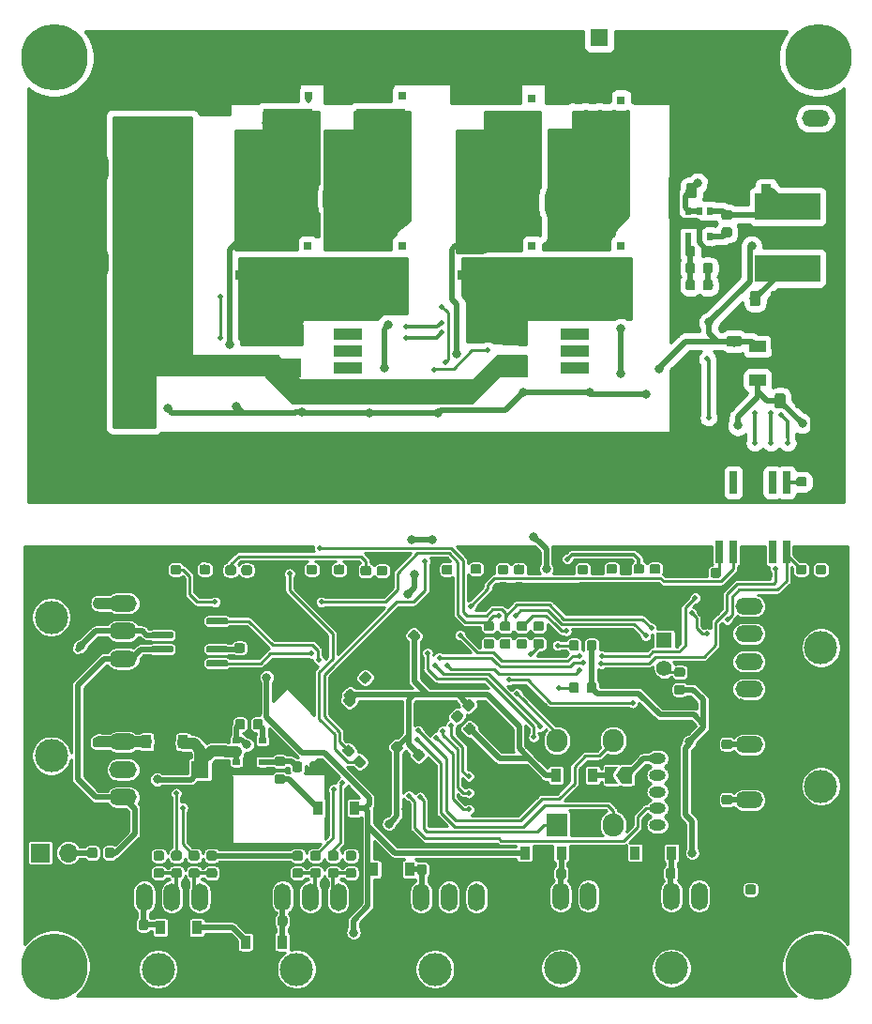
<source format=gbr>
G04 #@! TF.GenerationSoftware,KiCad,Pcbnew,(5.1.4)-1*
G04 #@! TF.CreationDate,2019-11-04T15:23:57+09:00*
G04 #@! TF.ProjectId,MD_Enbarr_x2,4d445f45-6e62-4617-9272-5f78322e6b69,rev?*
G04 #@! TF.SameCoordinates,Original*
G04 #@! TF.FileFunction,Copper,L2,Bot*
G04 #@! TF.FilePolarity,Positive*
%FSLAX46Y46*%
G04 Gerber Fmt 4.6, Leading zero omitted, Abs format (unit mm)*
G04 Created by KiCad (PCBNEW (5.1.4)-1) date 2019-11-04 15:23:57*
%MOMM*%
%LPD*%
G04 APERTURE LIST*
%ADD10C,6.500000*%
%ADD11C,0.100000*%
%ADD12C,0.875000*%
%ADD13R,4.500000X4.290000*%
%ADD14R,0.700000X0.800000*%
%ADD15R,1.600000X1.600000*%
%ADD16C,1.600000*%
%ADD17C,0.975000*%
%ADD18R,2.000000X2.000000*%
%ADD19C,2.000000*%
%ADD20R,0.900000X1.200000*%
%ADD21C,0.300000*%
%ADD22R,1.700000X1.700000*%
%ADD23O,1.700000X1.700000*%
%ADD24R,5.900000X2.450000*%
%ADD25O,1.524000X1.000000*%
%ADD26C,3.000000*%
%ADD27O,2.500000X1.500000*%
%ADD28O,1.500000X2.500000*%
%ADD29R,1.397000X1.397000*%
%ADD30C,1.397000*%
%ADD31R,1.900000X2.100000*%
%ADD32O,1.900000X2.100000*%
%ADD33C,0.600000*%
%ADD34R,0.700000X0.510000*%
%ADD35R,0.640000X2.000000*%
%ADD36R,0.510000X0.700000*%
%ADD37C,0.850000*%
%ADD38R,1.500000X1.000000*%
%ADD39R,1.800000X1.000000*%
%ADD40R,1.840000X2.200000*%
%ADD41C,1.000000*%
%ADD42R,1.200000X0.900000*%
%ADD43R,2.500000X1.800000*%
%ADD44R,2.500000X1.000000*%
%ADD45C,6.000000*%
%ADD46C,0.800000*%
%ADD47C,0.500000*%
%ADD48C,0.300000*%
%ADD49C,0.500000*%
%ADD50C,0.250000*%
%ADD51C,1.000000*%
%ADD52C,0.254000*%
G04 APERTURE END LIST*
D10*
X123000000Y-67100000D03*
X116000000Y-67100000D03*
D11*
G36*
X97777691Y-125576053D02*
G01*
X97798926Y-125579203D01*
X97819750Y-125584419D01*
X97839962Y-125591651D01*
X97859368Y-125600830D01*
X97877781Y-125611866D01*
X97895024Y-125624654D01*
X97910930Y-125639070D01*
X97925346Y-125654976D01*
X97938134Y-125672219D01*
X97949170Y-125690632D01*
X97958349Y-125710038D01*
X97965581Y-125730250D01*
X97970797Y-125751074D01*
X97973947Y-125772309D01*
X97975000Y-125793750D01*
X97975000Y-126231250D01*
X97973947Y-126252691D01*
X97970797Y-126273926D01*
X97965581Y-126294750D01*
X97958349Y-126314962D01*
X97949170Y-126334368D01*
X97938134Y-126352781D01*
X97925346Y-126370024D01*
X97910930Y-126385930D01*
X97895024Y-126400346D01*
X97877781Y-126413134D01*
X97859368Y-126424170D01*
X97839962Y-126433349D01*
X97819750Y-126440581D01*
X97798926Y-126445797D01*
X97777691Y-126448947D01*
X97756250Y-126450000D01*
X97243750Y-126450000D01*
X97222309Y-126448947D01*
X97201074Y-126445797D01*
X97180250Y-126440581D01*
X97160038Y-126433349D01*
X97140632Y-126424170D01*
X97122219Y-126413134D01*
X97104976Y-126400346D01*
X97089070Y-126385930D01*
X97074654Y-126370024D01*
X97061866Y-126352781D01*
X97050830Y-126334368D01*
X97041651Y-126314962D01*
X97034419Y-126294750D01*
X97029203Y-126273926D01*
X97026053Y-126252691D01*
X97025000Y-126231250D01*
X97025000Y-125793750D01*
X97026053Y-125772309D01*
X97029203Y-125751074D01*
X97034419Y-125730250D01*
X97041651Y-125710038D01*
X97050830Y-125690632D01*
X97061866Y-125672219D01*
X97074654Y-125654976D01*
X97089070Y-125639070D01*
X97104976Y-125624654D01*
X97122219Y-125611866D01*
X97140632Y-125600830D01*
X97160038Y-125591651D01*
X97180250Y-125584419D01*
X97201074Y-125579203D01*
X97222309Y-125576053D01*
X97243750Y-125575000D01*
X97756250Y-125575000D01*
X97777691Y-125576053D01*
X97777691Y-125576053D01*
G37*
D12*
X97500000Y-126012500D03*
D11*
G36*
X97777691Y-127151053D02*
G01*
X97798926Y-127154203D01*
X97819750Y-127159419D01*
X97839962Y-127166651D01*
X97859368Y-127175830D01*
X97877781Y-127186866D01*
X97895024Y-127199654D01*
X97910930Y-127214070D01*
X97925346Y-127229976D01*
X97938134Y-127247219D01*
X97949170Y-127265632D01*
X97958349Y-127285038D01*
X97965581Y-127305250D01*
X97970797Y-127326074D01*
X97973947Y-127347309D01*
X97975000Y-127368750D01*
X97975000Y-127806250D01*
X97973947Y-127827691D01*
X97970797Y-127848926D01*
X97965581Y-127869750D01*
X97958349Y-127889962D01*
X97949170Y-127909368D01*
X97938134Y-127927781D01*
X97925346Y-127945024D01*
X97910930Y-127960930D01*
X97895024Y-127975346D01*
X97877781Y-127988134D01*
X97859368Y-127999170D01*
X97839962Y-128008349D01*
X97819750Y-128015581D01*
X97798926Y-128020797D01*
X97777691Y-128023947D01*
X97756250Y-128025000D01*
X97243750Y-128025000D01*
X97222309Y-128023947D01*
X97201074Y-128020797D01*
X97180250Y-128015581D01*
X97160038Y-128008349D01*
X97140632Y-127999170D01*
X97122219Y-127988134D01*
X97104976Y-127975346D01*
X97089070Y-127960930D01*
X97074654Y-127945024D01*
X97061866Y-127927781D01*
X97050830Y-127909368D01*
X97041651Y-127889962D01*
X97034419Y-127869750D01*
X97029203Y-127848926D01*
X97026053Y-127827691D01*
X97025000Y-127806250D01*
X97025000Y-127368750D01*
X97026053Y-127347309D01*
X97029203Y-127326074D01*
X97034419Y-127305250D01*
X97041651Y-127285038D01*
X97050830Y-127265632D01*
X97061866Y-127247219D01*
X97074654Y-127229976D01*
X97089070Y-127214070D01*
X97104976Y-127199654D01*
X97122219Y-127186866D01*
X97140632Y-127175830D01*
X97160038Y-127166651D01*
X97180250Y-127159419D01*
X97201074Y-127154203D01*
X97222309Y-127151053D01*
X97243750Y-127150000D01*
X97756250Y-127150000D01*
X97777691Y-127151053D01*
X97777691Y-127151053D01*
G37*
D12*
X97500000Y-127587500D03*
D13*
X96590000Y-60750000D03*
D14*
X94680000Y-63000000D03*
X95950000Y-63000000D03*
X97230000Y-63000000D03*
X98500000Y-63000000D03*
X98500000Y-57500000D03*
X97230000Y-57500000D03*
X95950000Y-57500000D03*
X94680000Y-57500000D03*
D11*
G36*
X138677691Y-130201053D02*
G01*
X138698926Y-130204203D01*
X138719750Y-130209419D01*
X138739962Y-130216651D01*
X138759368Y-130225830D01*
X138777781Y-130236866D01*
X138795024Y-130249654D01*
X138810930Y-130264070D01*
X138825346Y-130279976D01*
X138838134Y-130297219D01*
X138849170Y-130315632D01*
X138858349Y-130335038D01*
X138865581Y-130355250D01*
X138870797Y-130376074D01*
X138873947Y-130397309D01*
X138875000Y-130418750D01*
X138875000Y-130856250D01*
X138873947Y-130877691D01*
X138870797Y-130898926D01*
X138865581Y-130919750D01*
X138858349Y-130939962D01*
X138849170Y-130959368D01*
X138838134Y-130977781D01*
X138825346Y-130995024D01*
X138810930Y-131010930D01*
X138795024Y-131025346D01*
X138777781Y-131038134D01*
X138759368Y-131049170D01*
X138739962Y-131058349D01*
X138719750Y-131065581D01*
X138698926Y-131070797D01*
X138677691Y-131073947D01*
X138656250Y-131075000D01*
X138143750Y-131075000D01*
X138122309Y-131073947D01*
X138101074Y-131070797D01*
X138080250Y-131065581D01*
X138060038Y-131058349D01*
X138040632Y-131049170D01*
X138022219Y-131038134D01*
X138004976Y-131025346D01*
X137989070Y-131010930D01*
X137974654Y-130995024D01*
X137961866Y-130977781D01*
X137950830Y-130959368D01*
X137941651Y-130939962D01*
X137934419Y-130919750D01*
X137929203Y-130898926D01*
X137926053Y-130877691D01*
X137925000Y-130856250D01*
X137925000Y-130418750D01*
X137926053Y-130397309D01*
X137929203Y-130376074D01*
X137934419Y-130355250D01*
X137941651Y-130335038D01*
X137950830Y-130315632D01*
X137961866Y-130297219D01*
X137974654Y-130279976D01*
X137989070Y-130264070D01*
X138004976Y-130249654D01*
X138022219Y-130236866D01*
X138040632Y-130225830D01*
X138060038Y-130216651D01*
X138080250Y-130209419D01*
X138101074Y-130204203D01*
X138122309Y-130201053D01*
X138143750Y-130200000D01*
X138656250Y-130200000D01*
X138677691Y-130201053D01*
X138677691Y-130201053D01*
G37*
D12*
X138400000Y-130637500D03*
D11*
G36*
X138677691Y-128626053D02*
G01*
X138698926Y-128629203D01*
X138719750Y-128634419D01*
X138739962Y-128641651D01*
X138759368Y-128650830D01*
X138777781Y-128661866D01*
X138795024Y-128674654D01*
X138810930Y-128689070D01*
X138825346Y-128704976D01*
X138838134Y-128722219D01*
X138849170Y-128740632D01*
X138858349Y-128760038D01*
X138865581Y-128780250D01*
X138870797Y-128801074D01*
X138873947Y-128822309D01*
X138875000Y-128843750D01*
X138875000Y-129281250D01*
X138873947Y-129302691D01*
X138870797Y-129323926D01*
X138865581Y-129344750D01*
X138858349Y-129364962D01*
X138849170Y-129384368D01*
X138838134Y-129402781D01*
X138825346Y-129420024D01*
X138810930Y-129435930D01*
X138795024Y-129450346D01*
X138777781Y-129463134D01*
X138759368Y-129474170D01*
X138739962Y-129483349D01*
X138719750Y-129490581D01*
X138698926Y-129495797D01*
X138677691Y-129498947D01*
X138656250Y-129500000D01*
X138143750Y-129500000D01*
X138122309Y-129498947D01*
X138101074Y-129495797D01*
X138080250Y-129490581D01*
X138060038Y-129483349D01*
X138040632Y-129474170D01*
X138022219Y-129463134D01*
X138004976Y-129450346D01*
X137989070Y-129435930D01*
X137974654Y-129420024D01*
X137961866Y-129402781D01*
X137950830Y-129384368D01*
X137941651Y-129364962D01*
X137934419Y-129344750D01*
X137929203Y-129323926D01*
X137926053Y-129302691D01*
X137925000Y-129281250D01*
X137925000Y-128843750D01*
X137926053Y-128822309D01*
X137929203Y-128801074D01*
X137934419Y-128780250D01*
X137941651Y-128760038D01*
X137950830Y-128740632D01*
X137961866Y-128722219D01*
X137974654Y-128704976D01*
X137989070Y-128689070D01*
X138004976Y-128674654D01*
X138022219Y-128661866D01*
X138040632Y-128650830D01*
X138060038Y-128641651D01*
X138080250Y-128634419D01*
X138101074Y-128629203D01*
X138122309Y-128626053D01*
X138143750Y-128625000D01*
X138656250Y-128625000D01*
X138677691Y-128626053D01*
X138677691Y-128626053D01*
G37*
D12*
X138400000Y-129062500D03*
D11*
G36*
X136527691Y-122101053D02*
G01*
X136548926Y-122104203D01*
X136569750Y-122109419D01*
X136589962Y-122116651D01*
X136609368Y-122125830D01*
X136627781Y-122136866D01*
X136645024Y-122149654D01*
X136660930Y-122164070D01*
X136675346Y-122179976D01*
X136688134Y-122197219D01*
X136699170Y-122215632D01*
X136708349Y-122235038D01*
X136715581Y-122255250D01*
X136720797Y-122276074D01*
X136723947Y-122297309D01*
X136725000Y-122318750D01*
X136725000Y-122756250D01*
X136723947Y-122777691D01*
X136720797Y-122798926D01*
X136715581Y-122819750D01*
X136708349Y-122839962D01*
X136699170Y-122859368D01*
X136688134Y-122877781D01*
X136675346Y-122895024D01*
X136660930Y-122910930D01*
X136645024Y-122925346D01*
X136627781Y-122938134D01*
X136609368Y-122949170D01*
X136589962Y-122958349D01*
X136569750Y-122965581D01*
X136548926Y-122970797D01*
X136527691Y-122973947D01*
X136506250Y-122975000D01*
X135993750Y-122975000D01*
X135972309Y-122973947D01*
X135951074Y-122970797D01*
X135930250Y-122965581D01*
X135910038Y-122958349D01*
X135890632Y-122949170D01*
X135872219Y-122938134D01*
X135854976Y-122925346D01*
X135839070Y-122910930D01*
X135824654Y-122895024D01*
X135811866Y-122877781D01*
X135800830Y-122859368D01*
X135791651Y-122839962D01*
X135784419Y-122819750D01*
X135779203Y-122798926D01*
X135776053Y-122777691D01*
X135775000Y-122756250D01*
X135775000Y-122318750D01*
X135776053Y-122297309D01*
X135779203Y-122276074D01*
X135784419Y-122255250D01*
X135791651Y-122235038D01*
X135800830Y-122215632D01*
X135811866Y-122197219D01*
X135824654Y-122179976D01*
X135839070Y-122164070D01*
X135854976Y-122149654D01*
X135872219Y-122136866D01*
X135890632Y-122125830D01*
X135910038Y-122116651D01*
X135930250Y-122109419D01*
X135951074Y-122104203D01*
X135972309Y-122101053D01*
X135993750Y-122100000D01*
X136506250Y-122100000D01*
X136527691Y-122101053D01*
X136527691Y-122101053D01*
G37*
D12*
X136250000Y-122537500D03*
D11*
G36*
X136527691Y-120526053D02*
G01*
X136548926Y-120529203D01*
X136569750Y-120534419D01*
X136589962Y-120541651D01*
X136609368Y-120550830D01*
X136627781Y-120561866D01*
X136645024Y-120574654D01*
X136660930Y-120589070D01*
X136675346Y-120604976D01*
X136688134Y-120622219D01*
X136699170Y-120640632D01*
X136708349Y-120660038D01*
X136715581Y-120680250D01*
X136720797Y-120701074D01*
X136723947Y-120722309D01*
X136725000Y-120743750D01*
X136725000Y-121181250D01*
X136723947Y-121202691D01*
X136720797Y-121223926D01*
X136715581Y-121244750D01*
X136708349Y-121264962D01*
X136699170Y-121284368D01*
X136688134Y-121302781D01*
X136675346Y-121320024D01*
X136660930Y-121335930D01*
X136645024Y-121350346D01*
X136627781Y-121363134D01*
X136609368Y-121374170D01*
X136589962Y-121383349D01*
X136569750Y-121390581D01*
X136548926Y-121395797D01*
X136527691Y-121398947D01*
X136506250Y-121400000D01*
X135993750Y-121400000D01*
X135972309Y-121398947D01*
X135951074Y-121395797D01*
X135930250Y-121390581D01*
X135910038Y-121383349D01*
X135890632Y-121374170D01*
X135872219Y-121363134D01*
X135854976Y-121350346D01*
X135839070Y-121335930D01*
X135824654Y-121320024D01*
X135811866Y-121302781D01*
X135800830Y-121284368D01*
X135791651Y-121264962D01*
X135784419Y-121244750D01*
X135779203Y-121223926D01*
X135776053Y-121202691D01*
X135775000Y-121181250D01*
X135775000Y-120743750D01*
X135776053Y-120722309D01*
X135779203Y-120701074D01*
X135784419Y-120680250D01*
X135791651Y-120660038D01*
X135800830Y-120640632D01*
X135811866Y-120622219D01*
X135824654Y-120604976D01*
X135839070Y-120589070D01*
X135854976Y-120574654D01*
X135872219Y-120561866D01*
X135890632Y-120550830D01*
X135910038Y-120541651D01*
X135930250Y-120534419D01*
X135951074Y-120529203D01*
X135972309Y-120526053D01*
X135993750Y-120525000D01*
X136506250Y-120525000D01*
X136527691Y-120526053D01*
X136527691Y-120526053D01*
G37*
D12*
X136250000Y-120962500D03*
D11*
G36*
X108491111Y-116389580D02*
G01*
X108512346Y-116392730D01*
X108533170Y-116397946D01*
X108553382Y-116405178D01*
X108572788Y-116414357D01*
X108591201Y-116425393D01*
X108608444Y-116438181D01*
X108624350Y-116452597D01*
X108933709Y-116761956D01*
X108948125Y-116777862D01*
X108960913Y-116795105D01*
X108971949Y-116813518D01*
X108981128Y-116832924D01*
X108988360Y-116853136D01*
X108993576Y-116873960D01*
X108996726Y-116895195D01*
X108997779Y-116916636D01*
X108996726Y-116938077D01*
X108993576Y-116959312D01*
X108988360Y-116980136D01*
X108981128Y-117000348D01*
X108971949Y-117019754D01*
X108960913Y-117038167D01*
X108948125Y-117055410D01*
X108933709Y-117071316D01*
X108571316Y-117433709D01*
X108555410Y-117448125D01*
X108538167Y-117460913D01*
X108519754Y-117471949D01*
X108500348Y-117481128D01*
X108480136Y-117488360D01*
X108459312Y-117493576D01*
X108438077Y-117496726D01*
X108416636Y-117497779D01*
X108395195Y-117496726D01*
X108373960Y-117493576D01*
X108353136Y-117488360D01*
X108332924Y-117481128D01*
X108313518Y-117471949D01*
X108295105Y-117460913D01*
X108277862Y-117448125D01*
X108261956Y-117433709D01*
X107952597Y-117124350D01*
X107938181Y-117108444D01*
X107925393Y-117091201D01*
X107914357Y-117072788D01*
X107905178Y-117053382D01*
X107897946Y-117033170D01*
X107892730Y-117012346D01*
X107889580Y-116991111D01*
X107888527Y-116969670D01*
X107889580Y-116948229D01*
X107892730Y-116926994D01*
X107897946Y-116906170D01*
X107905178Y-116885958D01*
X107914357Y-116866552D01*
X107925393Y-116848139D01*
X107938181Y-116830896D01*
X107952597Y-116814990D01*
X108314990Y-116452597D01*
X108330896Y-116438181D01*
X108348139Y-116425393D01*
X108366552Y-116414357D01*
X108385958Y-116405178D01*
X108406170Y-116397946D01*
X108426994Y-116392730D01*
X108448229Y-116389580D01*
X108469670Y-116388527D01*
X108491111Y-116389580D01*
X108491111Y-116389580D01*
G37*
D12*
X108443153Y-116943153D03*
D11*
G36*
X109604805Y-117503274D02*
G01*
X109626040Y-117506424D01*
X109646864Y-117511640D01*
X109667076Y-117518872D01*
X109686482Y-117528051D01*
X109704895Y-117539087D01*
X109722138Y-117551875D01*
X109738044Y-117566291D01*
X110047403Y-117875650D01*
X110061819Y-117891556D01*
X110074607Y-117908799D01*
X110085643Y-117927212D01*
X110094822Y-117946618D01*
X110102054Y-117966830D01*
X110107270Y-117987654D01*
X110110420Y-118008889D01*
X110111473Y-118030330D01*
X110110420Y-118051771D01*
X110107270Y-118073006D01*
X110102054Y-118093830D01*
X110094822Y-118114042D01*
X110085643Y-118133448D01*
X110074607Y-118151861D01*
X110061819Y-118169104D01*
X110047403Y-118185010D01*
X109685010Y-118547403D01*
X109669104Y-118561819D01*
X109651861Y-118574607D01*
X109633448Y-118585643D01*
X109614042Y-118594822D01*
X109593830Y-118602054D01*
X109573006Y-118607270D01*
X109551771Y-118610420D01*
X109530330Y-118611473D01*
X109508889Y-118610420D01*
X109487654Y-118607270D01*
X109466830Y-118602054D01*
X109446618Y-118594822D01*
X109427212Y-118585643D01*
X109408799Y-118574607D01*
X109391556Y-118561819D01*
X109375650Y-118547403D01*
X109066291Y-118238044D01*
X109051875Y-118222138D01*
X109039087Y-118204895D01*
X109028051Y-118186482D01*
X109018872Y-118167076D01*
X109011640Y-118146864D01*
X109006424Y-118126040D01*
X109003274Y-118104805D01*
X109002221Y-118083364D01*
X109003274Y-118061923D01*
X109006424Y-118040688D01*
X109011640Y-118019864D01*
X109018872Y-117999652D01*
X109028051Y-117980246D01*
X109039087Y-117961833D01*
X109051875Y-117944590D01*
X109066291Y-117928684D01*
X109428684Y-117566291D01*
X109444590Y-117551875D01*
X109461833Y-117539087D01*
X109480246Y-117528051D01*
X109499652Y-117518872D01*
X109519864Y-117511640D01*
X109540688Y-117506424D01*
X109561923Y-117503274D01*
X109583364Y-117502221D01*
X109604805Y-117503274D01*
X109604805Y-117503274D01*
G37*
D12*
X109556847Y-118056847D03*
D11*
G36*
X114104805Y-113003274D02*
G01*
X114126040Y-113006424D01*
X114146864Y-113011640D01*
X114167076Y-113018872D01*
X114186482Y-113028051D01*
X114204895Y-113039087D01*
X114222138Y-113051875D01*
X114238044Y-113066291D01*
X114547403Y-113375650D01*
X114561819Y-113391556D01*
X114574607Y-113408799D01*
X114585643Y-113427212D01*
X114594822Y-113446618D01*
X114602054Y-113466830D01*
X114607270Y-113487654D01*
X114610420Y-113508889D01*
X114611473Y-113530330D01*
X114610420Y-113551771D01*
X114607270Y-113573006D01*
X114602054Y-113593830D01*
X114594822Y-113614042D01*
X114585643Y-113633448D01*
X114574607Y-113651861D01*
X114561819Y-113669104D01*
X114547403Y-113685010D01*
X114185010Y-114047403D01*
X114169104Y-114061819D01*
X114151861Y-114074607D01*
X114133448Y-114085643D01*
X114114042Y-114094822D01*
X114093830Y-114102054D01*
X114073006Y-114107270D01*
X114051771Y-114110420D01*
X114030330Y-114111473D01*
X114008889Y-114110420D01*
X113987654Y-114107270D01*
X113966830Y-114102054D01*
X113946618Y-114094822D01*
X113927212Y-114085643D01*
X113908799Y-114074607D01*
X113891556Y-114061819D01*
X113875650Y-114047403D01*
X113566291Y-113738044D01*
X113551875Y-113722138D01*
X113539087Y-113704895D01*
X113528051Y-113686482D01*
X113518872Y-113667076D01*
X113511640Y-113646864D01*
X113506424Y-113626040D01*
X113503274Y-113604805D01*
X113502221Y-113583364D01*
X113503274Y-113561923D01*
X113506424Y-113540688D01*
X113511640Y-113519864D01*
X113518872Y-113499652D01*
X113528051Y-113480246D01*
X113539087Y-113461833D01*
X113551875Y-113444590D01*
X113566291Y-113428684D01*
X113928684Y-113066291D01*
X113944590Y-113051875D01*
X113961833Y-113039087D01*
X113980246Y-113028051D01*
X113999652Y-113018872D01*
X114019864Y-113011640D01*
X114040688Y-113006424D01*
X114061923Y-113003274D01*
X114083364Y-113002221D01*
X114104805Y-113003274D01*
X114104805Y-113003274D01*
G37*
D12*
X114056847Y-113556847D03*
D11*
G36*
X112991111Y-111889580D02*
G01*
X113012346Y-111892730D01*
X113033170Y-111897946D01*
X113053382Y-111905178D01*
X113072788Y-111914357D01*
X113091201Y-111925393D01*
X113108444Y-111938181D01*
X113124350Y-111952597D01*
X113433709Y-112261956D01*
X113448125Y-112277862D01*
X113460913Y-112295105D01*
X113471949Y-112313518D01*
X113481128Y-112332924D01*
X113488360Y-112353136D01*
X113493576Y-112373960D01*
X113496726Y-112395195D01*
X113497779Y-112416636D01*
X113496726Y-112438077D01*
X113493576Y-112459312D01*
X113488360Y-112480136D01*
X113481128Y-112500348D01*
X113471949Y-112519754D01*
X113460913Y-112538167D01*
X113448125Y-112555410D01*
X113433709Y-112571316D01*
X113071316Y-112933709D01*
X113055410Y-112948125D01*
X113038167Y-112960913D01*
X113019754Y-112971949D01*
X113000348Y-112981128D01*
X112980136Y-112988360D01*
X112959312Y-112993576D01*
X112938077Y-112996726D01*
X112916636Y-112997779D01*
X112895195Y-112996726D01*
X112873960Y-112993576D01*
X112853136Y-112988360D01*
X112832924Y-112981128D01*
X112813518Y-112971949D01*
X112795105Y-112960913D01*
X112777862Y-112948125D01*
X112761956Y-112933709D01*
X112452597Y-112624350D01*
X112438181Y-112608444D01*
X112425393Y-112591201D01*
X112414357Y-112572788D01*
X112405178Y-112553382D01*
X112397946Y-112533170D01*
X112392730Y-112512346D01*
X112389580Y-112491111D01*
X112388527Y-112469670D01*
X112389580Y-112448229D01*
X112392730Y-112426994D01*
X112397946Y-112406170D01*
X112405178Y-112385958D01*
X112414357Y-112366552D01*
X112425393Y-112348139D01*
X112438181Y-112330896D01*
X112452597Y-112314990D01*
X112814990Y-111952597D01*
X112830896Y-111938181D01*
X112848139Y-111925393D01*
X112866552Y-111914357D01*
X112885958Y-111905178D01*
X112906170Y-111897946D01*
X112926994Y-111892730D01*
X112948229Y-111889580D01*
X112969670Y-111888527D01*
X112991111Y-111889580D01*
X112991111Y-111889580D01*
G37*
D12*
X112943153Y-112443153D03*
D11*
G36*
X79777691Y-102776053D02*
G01*
X79798926Y-102779203D01*
X79819750Y-102784419D01*
X79839962Y-102791651D01*
X79859368Y-102800830D01*
X79877781Y-102811866D01*
X79895024Y-102824654D01*
X79910930Y-102839070D01*
X79925346Y-102854976D01*
X79938134Y-102872219D01*
X79949170Y-102890632D01*
X79958349Y-102910038D01*
X79965581Y-102930250D01*
X79970797Y-102951074D01*
X79973947Y-102972309D01*
X79975000Y-102993750D01*
X79975000Y-103506250D01*
X79973947Y-103527691D01*
X79970797Y-103548926D01*
X79965581Y-103569750D01*
X79958349Y-103589962D01*
X79949170Y-103609368D01*
X79938134Y-103627781D01*
X79925346Y-103645024D01*
X79910930Y-103660930D01*
X79895024Y-103675346D01*
X79877781Y-103688134D01*
X79859368Y-103699170D01*
X79839962Y-103708349D01*
X79819750Y-103715581D01*
X79798926Y-103720797D01*
X79777691Y-103723947D01*
X79756250Y-103725000D01*
X79318750Y-103725000D01*
X79297309Y-103723947D01*
X79276074Y-103720797D01*
X79255250Y-103715581D01*
X79235038Y-103708349D01*
X79215632Y-103699170D01*
X79197219Y-103688134D01*
X79179976Y-103675346D01*
X79164070Y-103660930D01*
X79149654Y-103645024D01*
X79136866Y-103627781D01*
X79125830Y-103609368D01*
X79116651Y-103589962D01*
X79109419Y-103569750D01*
X79104203Y-103548926D01*
X79101053Y-103527691D01*
X79100000Y-103506250D01*
X79100000Y-102993750D01*
X79101053Y-102972309D01*
X79104203Y-102951074D01*
X79109419Y-102930250D01*
X79116651Y-102910038D01*
X79125830Y-102890632D01*
X79136866Y-102872219D01*
X79149654Y-102854976D01*
X79164070Y-102839070D01*
X79179976Y-102824654D01*
X79197219Y-102811866D01*
X79215632Y-102800830D01*
X79235038Y-102791651D01*
X79255250Y-102784419D01*
X79276074Y-102779203D01*
X79297309Y-102776053D01*
X79318750Y-102775000D01*
X79756250Y-102775000D01*
X79777691Y-102776053D01*
X79777691Y-102776053D01*
G37*
D12*
X79537500Y-103250000D03*
D11*
G36*
X78202691Y-102776053D02*
G01*
X78223926Y-102779203D01*
X78244750Y-102784419D01*
X78264962Y-102791651D01*
X78284368Y-102800830D01*
X78302781Y-102811866D01*
X78320024Y-102824654D01*
X78335930Y-102839070D01*
X78350346Y-102854976D01*
X78363134Y-102872219D01*
X78374170Y-102890632D01*
X78383349Y-102910038D01*
X78390581Y-102930250D01*
X78395797Y-102951074D01*
X78398947Y-102972309D01*
X78400000Y-102993750D01*
X78400000Y-103506250D01*
X78398947Y-103527691D01*
X78395797Y-103548926D01*
X78390581Y-103569750D01*
X78383349Y-103589962D01*
X78374170Y-103609368D01*
X78363134Y-103627781D01*
X78350346Y-103645024D01*
X78335930Y-103660930D01*
X78320024Y-103675346D01*
X78302781Y-103688134D01*
X78284368Y-103699170D01*
X78264962Y-103708349D01*
X78244750Y-103715581D01*
X78223926Y-103720797D01*
X78202691Y-103723947D01*
X78181250Y-103725000D01*
X77743750Y-103725000D01*
X77722309Y-103723947D01*
X77701074Y-103720797D01*
X77680250Y-103715581D01*
X77660038Y-103708349D01*
X77640632Y-103699170D01*
X77622219Y-103688134D01*
X77604976Y-103675346D01*
X77589070Y-103660930D01*
X77574654Y-103645024D01*
X77561866Y-103627781D01*
X77550830Y-103609368D01*
X77541651Y-103589962D01*
X77534419Y-103569750D01*
X77529203Y-103548926D01*
X77526053Y-103527691D01*
X77525000Y-103506250D01*
X77525000Y-102993750D01*
X77526053Y-102972309D01*
X77529203Y-102951074D01*
X77534419Y-102930250D01*
X77541651Y-102910038D01*
X77550830Y-102890632D01*
X77561866Y-102872219D01*
X77574654Y-102854976D01*
X77589070Y-102839070D01*
X77604976Y-102824654D01*
X77622219Y-102811866D01*
X77640632Y-102800830D01*
X77660038Y-102791651D01*
X77680250Y-102784419D01*
X77701074Y-102779203D01*
X77722309Y-102776053D01*
X77743750Y-102775000D01*
X78181250Y-102775000D01*
X78202691Y-102776053D01*
X78202691Y-102776053D01*
G37*
D12*
X77962500Y-103250000D03*
D11*
G36*
X109064270Y-104464259D02*
G01*
X109085338Y-104468378D01*
X109105901Y-104474542D01*
X109125761Y-104482692D01*
X109144726Y-104492750D01*
X109162614Y-104504618D01*
X109179253Y-104518182D01*
X109560115Y-104861112D01*
X109575345Y-104876242D01*
X109589017Y-104892792D01*
X109601002Y-104910602D01*
X109611184Y-104929501D01*
X109619464Y-104949307D01*
X109625762Y-104969829D01*
X109630019Y-104990870D01*
X109632193Y-105012227D01*
X109632263Y-105033694D01*
X109630229Y-105055064D01*
X109626110Y-105076132D01*
X109619946Y-105096695D01*
X109611796Y-105116555D01*
X109601738Y-105135520D01*
X109589870Y-105153409D01*
X109576306Y-105170047D01*
X109283562Y-105495173D01*
X109268432Y-105510402D01*
X109251883Y-105524075D01*
X109234073Y-105536060D01*
X109215174Y-105546241D01*
X109195368Y-105554521D01*
X109174845Y-105560820D01*
X109153805Y-105565077D01*
X109132448Y-105567251D01*
X109110981Y-105567321D01*
X109089610Y-105565287D01*
X109068542Y-105561168D01*
X109047979Y-105555004D01*
X109028119Y-105546854D01*
X109009154Y-105536796D01*
X108991266Y-105524928D01*
X108974627Y-105511364D01*
X108593765Y-105168434D01*
X108578535Y-105153304D01*
X108564863Y-105136754D01*
X108552878Y-105118944D01*
X108542696Y-105100045D01*
X108534416Y-105080239D01*
X108528118Y-105059717D01*
X108523861Y-105038676D01*
X108521687Y-105017319D01*
X108521617Y-104995852D01*
X108523651Y-104974482D01*
X108527770Y-104953414D01*
X108533934Y-104932851D01*
X108542084Y-104912991D01*
X108552142Y-104894026D01*
X108564010Y-104876137D01*
X108577574Y-104859499D01*
X108870318Y-104534373D01*
X108885448Y-104519144D01*
X108901997Y-104505471D01*
X108919807Y-104493486D01*
X108938706Y-104483305D01*
X108958512Y-104475025D01*
X108979035Y-104468726D01*
X109000075Y-104464469D01*
X109021432Y-104462295D01*
X109042899Y-104462225D01*
X109064270Y-104464259D01*
X109064270Y-104464259D01*
G37*
D12*
X109076940Y-105014773D03*
D11*
G36*
X108010390Y-105634713D02*
G01*
X108031458Y-105638832D01*
X108052021Y-105644996D01*
X108071881Y-105653146D01*
X108090846Y-105663204D01*
X108108734Y-105675072D01*
X108125373Y-105688636D01*
X108506235Y-106031566D01*
X108521465Y-106046696D01*
X108535137Y-106063246D01*
X108547122Y-106081056D01*
X108557304Y-106099955D01*
X108565584Y-106119761D01*
X108571882Y-106140283D01*
X108576139Y-106161324D01*
X108578313Y-106182681D01*
X108578383Y-106204148D01*
X108576349Y-106225518D01*
X108572230Y-106246586D01*
X108566066Y-106267149D01*
X108557916Y-106287009D01*
X108547858Y-106305974D01*
X108535990Y-106323863D01*
X108522426Y-106340501D01*
X108229682Y-106665627D01*
X108214552Y-106680856D01*
X108198003Y-106694529D01*
X108180193Y-106706514D01*
X108161294Y-106716695D01*
X108141488Y-106724975D01*
X108120965Y-106731274D01*
X108099925Y-106735531D01*
X108078568Y-106737705D01*
X108057101Y-106737775D01*
X108035730Y-106735741D01*
X108014662Y-106731622D01*
X107994099Y-106725458D01*
X107974239Y-106717308D01*
X107955274Y-106707250D01*
X107937386Y-106695382D01*
X107920747Y-106681818D01*
X107539885Y-106338888D01*
X107524655Y-106323758D01*
X107510983Y-106307208D01*
X107498998Y-106289398D01*
X107488816Y-106270499D01*
X107480536Y-106250693D01*
X107474238Y-106230171D01*
X107469981Y-106209130D01*
X107467807Y-106187773D01*
X107467737Y-106166306D01*
X107469771Y-106144936D01*
X107473890Y-106123868D01*
X107480054Y-106103305D01*
X107488204Y-106083445D01*
X107498262Y-106064480D01*
X107510130Y-106046591D01*
X107523694Y-106029953D01*
X107816438Y-105704827D01*
X107831568Y-105689598D01*
X107848117Y-105675925D01*
X107865927Y-105663940D01*
X107884826Y-105653759D01*
X107904632Y-105645479D01*
X107925155Y-105639180D01*
X107946195Y-105634923D01*
X107967552Y-105632749D01*
X107989019Y-105632679D01*
X108010390Y-105634713D01*
X108010390Y-105634713D01*
G37*
D12*
X108023060Y-106185227D03*
D11*
G36*
X102254805Y-110953274D02*
G01*
X102276040Y-110956424D01*
X102296864Y-110961640D01*
X102317076Y-110968872D01*
X102336482Y-110978051D01*
X102354895Y-110989087D01*
X102372138Y-111001875D01*
X102388044Y-111016291D01*
X102697403Y-111325650D01*
X102711819Y-111341556D01*
X102724607Y-111358799D01*
X102735643Y-111377212D01*
X102744822Y-111396618D01*
X102752054Y-111416830D01*
X102757270Y-111437654D01*
X102760420Y-111458889D01*
X102761473Y-111480330D01*
X102760420Y-111501771D01*
X102757270Y-111523006D01*
X102752054Y-111543830D01*
X102744822Y-111564042D01*
X102735643Y-111583448D01*
X102724607Y-111601861D01*
X102711819Y-111619104D01*
X102697403Y-111635010D01*
X102335010Y-111997403D01*
X102319104Y-112011819D01*
X102301861Y-112024607D01*
X102283448Y-112035643D01*
X102264042Y-112044822D01*
X102243830Y-112052054D01*
X102223006Y-112057270D01*
X102201771Y-112060420D01*
X102180330Y-112061473D01*
X102158889Y-112060420D01*
X102137654Y-112057270D01*
X102116830Y-112052054D01*
X102096618Y-112044822D01*
X102077212Y-112035643D01*
X102058799Y-112024607D01*
X102041556Y-112011819D01*
X102025650Y-111997403D01*
X101716291Y-111688044D01*
X101701875Y-111672138D01*
X101689087Y-111654895D01*
X101678051Y-111636482D01*
X101668872Y-111617076D01*
X101661640Y-111596864D01*
X101656424Y-111576040D01*
X101653274Y-111554805D01*
X101652221Y-111533364D01*
X101653274Y-111511923D01*
X101656424Y-111490688D01*
X101661640Y-111469864D01*
X101668872Y-111449652D01*
X101678051Y-111430246D01*
X101689087Y-111411833D01*
X101701875Y-111394590D01*
X101716291Y-111378684D01*
X102078684Y-111016291D01*
X102094590Y-111001875D01*
X102111833Y-110989087D01*
X102130246Y-110978051D01*
X102149652Y-110968872D01*
X102169864Y-110961640D01*
X102190688Y-110956424D01*
X102211923Y-110953274D01*
X102233364Y-110952221D01*
X102254805Y-110953274D01*
X102254805Y-110953274D01*
G37*
D12*
X102206847Y-111506847D03*
D11*
G36*
X101141111Y-109839580D02*
G01*
X101162346Y-109842730D01*
X101183170Y-109847946D01*
X101203382Y-109855178D01*
X101222788Y-109864357D01*
X101241201Y-109875393D01*
X101258444Y-109888181D01*
X101274350Y-109902597D01*
X101583709Y-110211956D01*
X101598125Y-110227862D01*
X101610913Y-110245105D01*
X101621949Y-110263518D01*
X101631128Y-110282924D01*
X101638360Y-110303136D01*
X101643576Y-110323960D01*
X101646726Y-110345195D01*
X101647779Y-110366636D01*
X101646726Y-110388077D01*
X101643576Y-110409312D01*
X101638360Y-110430136D01*
X101631128Y-110450348D01*
X101621949Y-110469754D01*
X101610913Y-110488167D01*
X101598125Y-110505410D01*
X101583709Y-110521316D01*
X101221316Y-110883709D01*
X101205410Y-110898125D01*
X101188167Y-110910913D01*
X101169754Y-110921949D01*
X101150348Y-110931128D01*
X101130136Y-110938360D01*
X101109312Y-110943576D01*
X101088077Y-110946726D01*
X101066636Y-110947779D01*
X101045195Y-110946726D01*
X101023960Y-110943576D01*
X101003136Y-110938360D01*
X100982924Y-110931128D01*
X100963518Y-110921949D01*
X100945105Y-110910913D01*
X100927862Y-110898125D01*
X100911956Y-110883709D01*
X100602597Y-110574350D01*
X100588181Y-110558444D01*
X100575393Y-110541201D01*
X100564357Y-110522788D01*
X100555178Y-110503382D01*
X100547946Y-110483170D01*
X100542730Y-110462346D01*
X100539580Y-110441111D01*
X100538527Y-110419670D01*
X100539580Y-110398229D01*
X100542730Y-110376994D01*
X100547946Y-110356170D01*
X100555178Y-110335958D01*
X100564357Y-110316552D01*
X100575393Y-110298139D01*
X100588181Y-110280896D01*
X100602597Y-110264990D01*
X100964990Y-109902597D01*
X100980896Y-109888181D01*
X100998139Y-109875393D01*
X101016552Y-109864357D01*
X101035958Y-109855178D01*
X101056170Y-109847946D01*
X101076994Y-109842730D01*
X101098229Y-109839580D01*
X101119670Y-109838527D01*
X101141111Y-109839580D01*
X101141111Y-109839580D01*
G37*
D12*
X101093153Y-110393153D03*
D11*
G36*
X105338077Y-116803274D02*
G01*
X105359312Y-116806424D01*
X105380136Y-116811640D01*
X105400348Y-116818872D01*
X105419754Y-116828051D01*
X105438167Y-116839087D01*
X105455410Y-116851875D01*
X105471316Y-116866291D01*
X105833709Y-117228684D01*
X105848125Y-117244590D01*
X105860913Y-117261833D01*
X105871949Y-117280246D01*
X105881128Y-117299652D01*
X105888360Y-117319864D01*
X105893576Y-117340688D01*
X105896726Y-117361923D01*
X105897779Y-117383364D01*
X105896726Y-117404805D01*
X105893576Y-117426040D01*
X105888360Y-117446864D01*
X105881128Y-117467076D01*
X105871949Y-117486482D01*
X105860913Y-117504895D01*
X105848125Y-117522138D01*
X105833709Y-117538044D01*
X105524350Y-117847403D01*
X105508444Y-117861819D01*
X105491201Y-117874607D01*
X105472788Y-117885643D01*
X105453382Y-117894822D01*
X105433170Y-117902054D01*
X105412346Y-117907270D01*
X105391111Y-117910420D01*
X105369670Y-117911473D01*
X105348229Y-117910420D01*
X105326994Y-117907270D01*
X105306170Y-117902054D01*
X105285958Y-117894822D01*
X105266552Y-117885643D01*
X105248139Y-117874607D01*
X105230896Y-117861819D01*
X105214990Y-117847403D01*
X104852597Y-117485010D01*
X104838181Y-117469104D01*
X104825393Y-117451861D01*
X104814357Y-117433448D01*
X104805178Y-117414042D01*
X104797946Y-117393830D01*
X104792730Y-117373006D01*
X104789580Y-117351771D01*
X104788527Y-117330330D01*
X104789580Y-117308889D01*
X104792730Y-117287654D01*
X104797946Y-117266830D01*
X104805178Y-117246618D01*
X104814357Y-117227212D01*
X104825393Y-117208799D01*
X104838181Y-117191556D01*
X104852597Y-117175650D01*
X105161956Y-116866291D01*
X105177862Y-116851875D01*
X105195105Y-116839087D01*
X105213518Y-116828051D01*
X105232924Y-116818872D01*
X105253136Y-116811640D01*
X105273960Y-116806424D01*
X105295195Y-116803274D01*
X105316636Y-116802221D01*
X105338077Y-116803274D01*
X105338077Y-116803274D01*
G37*
D12*
X105343153Y-117356847D03*
D11*
G36*
X106451771Y-115689580D02*
G01*
X106473006Y-115692730D01*
X106493830Y-115697946D01*
X106514042Y-115705178D01*
X106533448Y-115714357D01*
X106551861Y-115725393D01*
X106569104Y-115738181D01*
X106585010Y-115752597D01*
X106947403Y-116114990D01*
X106961819Y-116130896D01*
X106974607Y-116148139D01*
X106985643Y-116166552D01*
X106994822Y-116185958D01*
X107002054Y-116206170D01*
X107007270Y-116226994D01*
X107010420Y-116248229D01*
X107011473Y-116269670D01*
X107010420Y-116291111D01*
X107007270Y-116312346D01*
X107002054Y-116333170D01*
X106994822Y-116353382D01*
X106985643Y-116372788D01*
X106974607Y-116391201D01*
X106961819Y-116408444D01*
X106947403Y-116424350D01*
X106638044Y-116733709D01*
X106622138Y-116748125D01*
X106604895Y-116760913D01*
X106586482Y-116771949D01*
X106567076Y-116781128D01*
X106546864Y-116788360D01*
X106526040Y-116793576D01*
X106504805Y-116796726D01*
X106483364Y-116797779D01*
X106461923Y-116796726D01*
X106440688Y-116793576D01*
X106419864Y-116788360D01*
X106399652Y-116781128D01*
X106380246Y-116771949D01*
X106361833Y-116760913D01*
X106344590Y-116748125D01*
X106328684Y-116733709D01*
X105966291Y-116371316D01*
X105951875Y-116355410D01*
X105939087Y-116338167D01*
X105928051Y-116319754D01*
X105918872Y-116300348D01*
X105911640Y-116280136D01*
X105906424Y-116259312D01*
X105903274Y-116238077D01*
X105902221Y-116216636D01*
X105903274Y-116195195D01*
X105906424Y-116173960D01*
X105911640Y-116153136D01*
X105918872Y-116132924D01*
X105928051Y-116113518D01*
X105939087Y-116095105D01*
X105951875Y-116077862D01*
X105966291Y-116061956D01*
X106275650Y-115752597D01*
X106291556Y-115738181D01*
X106308799Y-115725393D01*
X106327212Y-115714357D01*
X106346618Y-115705178D01*
X106366830Y-115697946D01*
X106387654Y-115692730D01*
X106408889Y-115689580D01*
X106430330Y-115688527D01*
X106451771Y-115689580D01*
X106451771Y-115689580D01*
G37*
D12*
X106456847Y-116243153D03*
D11*
G36*
X79777691Y-115351053D02*
G01*
X79798926Y-115354203D01*
X79819750Y-115359419D01*
X79839962Y-115366651D01*
X79859368Y-115375830D01*
X79877781Y-115386866D01*
X79895024Y-115399654D01*
X79910930Y-115414070D01*
X79925346Y-115429976D01*
X79938134Y-115447219D01*
X79949170Y-115465632D01*
X79958349Y-115485038D01*
X79965581Y-115505250D01*
X79970797Y-115526074D01*
X79973947Y-115547309D01*
X79975000Y-115568750D01*
X79975000Y-116006250D01*
X79973947Y-116027691D01*
X79970797Y-116048926D01*
X79965581Y-116069750D01*
X79958349Y-116089962D01*
X79949170Y-116109368D01*
X79938134Y-116127781D01*
X79925346Y-116145024D01*
X79910930Y-116160930D01*
X79895024Y-116175346D01*
X79877781Y-116188134D01*
X79859368Y-116199170D01*
X79839962Y-116208349D01*
X79819750Y-116215581D01*
X79798926Y-116220797D01*
X79777691Y-116223947D01*
X79756250Y-116225000D01*
X79243750Y-116225000D01*
X79222309Y-116223947D01*
X79201074Y-116220797D01*
X79180250Y-116215581D01*
X79160038Y-116208349D01*
X79140632Y-116199170D01*
X79122219Y-116188134D01*
X79104976Y-116175346D01*
X79089070Y-116160930D01*
X79074654Y-116145024D01*
X79061866Y-116127781D01*
X79050830Y-116109368D01*
X79041651Y-116089962D01*
X79034419Y-116069750D01*
X79029203Y-116048926D01*
X79026053Y-116027691D01*
X79025000Y-116006250D01*
X79025000Y-115568750D01*
X79026053Y-115547309D01*
X79029203Y-115526074D01*
X79034419Y-115505250D01*
X79041651Y-115485038D01*
X79050830Y-115465632D01*
X79061866Y-115447219D01*
X79074654Y-115429976D01*
X79089070Y-115414070D01*
X79104976Y-115399654D01*
X79122219Y-115386866D01*
X79140632Y-115375830D01*
X79160038Y-115366651D01*
X79180250Y-115359419D01*
X79201074Y-115354203D01*
X79222309Y-115351053D01*
X79243750Y-115350000D01*
X79756250Y-115350000D01*
X79777691Y-115351053D01*
X79777691Y-115351053D01*
G37*
D12*
X79500000Y-115787500D03*
D11*
G36*
X79777691Y-113776053D02*
G01*
X79798926Y-113779203D01*
X79819750Y-113784419D01*
X79839962Y-113791651D01*
X79859368Y-113800830D01*
X79877781Y-113811866D01*
X79895024Y-113824654D01*
X79910930Y-113839070D01*
X79925346Y-113854976D01*
X79938134Y-113872219D01*
X79949170Y-113890632D01*
X79958349Y-113910038D01*
X79965581Y-113930250D01*
X79970797Y-113951074D01*
X79973947Y-113972309D01*
X79975000Y-113993750D01*
X79975000Y-114431250D01*
X79973947Y-114452691D01*
X79970797Y-114473926D01*
X79965581Y-114494750D01*
X79958349Y-114514962D01*
X79949170Y-114534368D01*
X79938134Y-114552781D01*
X79925346Y-114570024D01*
X79910930Y-114585930D01*
X79895024Y-114600346D01*
X79877781Y-114613134D01*
X79859368Y-114624170D01*
X79839962Y-114633349D01*
X79819750Y-114640581D01*
X79798926Y-114645797D01*
X79777691Y-114648947D01*
X79756250Y-114650000D01*
X79243750Y-114650000D01*
X79222309Y-114648947D01*
X79201074Y-114645797D01*
X79180250Y-114640581D01*
X79160038Y-114633349D01*
X79140632Y-114624170D01*
X79122219Y-114613134D01*
X79104976Y-114600346D01*
X79089070Y-114585930D01*
X79074654Y-114570024D01*
X79061866Y-114552781D01*
X79050830Y-114534368D01*
X79041651Y-114514962D01*
X79034419Y-114494750D01*
X79029203Y-114473926D01*
X79026053Y-114452691D01*
X79025000Y-114431250D01*
X79025000Y-113993750D01*
X79026053Y-113972309D01*
X79029203Y-113951074D01*
X79034419Y-113930250D01*
X79041651Y-113910038D01*
X79050830Y-113890632D01*
X79061866Y-113872219D01*
X79074654Y-113854976D01*
X79089070Y-113839070D01*
X79104976Y-113824654D01*
X79122219Y-113811866D01*
X79140632Y-113800830D01*
X79160038Y-113791651D01*
X79180250Y-113784419D01*
X79201074Y-113779203D01*
X79222309Y-113776053D01*
X79243750Y-113775000D01*
X79756250Y-113775000D01*
X79777691Y-113776053D01*
X79777691Y-113776053D01*
G37*
D12*
X79500000Y-114212500D03*
D11*
G36*
X102151771Y-111489580D02*
G01*
X102173006Y-111492730D01*
X102193830Y-111497946D01*
X102214042Y-111505178D01*
X102233448Y-111514357D01*
X102251861Y-111525393D01*
X102269104Y-111538181D01*
X102285010Y-111552597D01*
X102647403Y-111914990D01*
X102661819Y-111930896D01*
X102674607Y-111948139D01*
X102685643Y-111966552D01*
X102694822Y-111985958D01*
X102702054Y-112006170D01*
X102707270Y-112026994D01*
X102710420Y-112048229D01*
X102711473Y-112069670D01*
X102710420Y-112091111D01*
X102707270Y-112112346D01*
X102702054Y-112133170D01*
X102694822Y-112153382D01*
X102685643Y-112172788D01*
X102674607Y-112191201D01*
X102661819Y-112208444D01*
X102647403Y-112224350D01*
X102338044Y-112533709D01*
X102322138Y-112548125D01*
X102304895Y-112560913D01*
X102286482Y-112571949D01*
X102267076Y-112581128D01*
X102246864Y-112588360D01*
X102226040Y-112593576D01*
X102204805Y-112596726D01*
X102183364Y-112597779D01*
X102161923Y-112596726D01*
X102140688Y-112593576D01*
X102119864Y-112588360D01*
X102099652Y-112581128D01*
X102080246Y-112571949D01*
X102061833Y-112560913D01*
X102044590Y-112548125D01*
X102028684Y-112533709D01*
X101666291Y-112171316D01*
X101651875Y-112155410D01*
X101639087Y-112138167D01*
X101628051Y-112119754D01*
X101618872Y-112100348D01*
X101611640Y-112080136D01*
X101606424Y-112059312D01*
X101603274Y-112038077D01*
X101602221Y-112016636D01*
X101603274Y-111995195D01*
X101606424Y-111973960D01*
X101611640Y-111953136D01*
X101618872Y-111932924D01*
X101628051Y-111913518D01*
X101639087Y-111895105D01*
X101651875Y-111877862D01*
X101666291Y-111861956D01*
X101975650Y-111552597D01*
X101991556Y-111538181D01*
X102008799Y-111525393D01*
X102027212Y-111514357D01*
X102046618Y-111505178D01*
X102066830Y-111497946D01*
X102087654Y-111492730D01*
X102108889Y-111489580D01*
X102130330Y-111488527D01*
X102151771Y-111489580D01*
X102151771Y-111489580D01*
G37*
D12*
X102156847Y-112043153D03*
D11*
G36*
X101038077Y-112603274D02*
G01*
X101059312Y-112606424D01*
X101080136Y-112611640D01*
X101100348Y-112618872D01*
X101119754Y-112628051D01*
X101138167Y-112639087D01*
X101155410Y-112651875D01*
X101171316Y-112666291D01*
X101533709Y-113028684D01*
X101548125Y-113044590D01*
X101560913Y-113061833D01*
X101571949Y-113080246D01*
X101581128Y-113099652D01*
X101588360Y-113119864D01*
X101593576Y-113140688D01*
X101596726Y-113161923D01*
X101597779Y-113183364D01*
X101596726Y-113204805D01*
X101593576Y-113226040D01*
X101588360Y-113246864D01*
X101581128Y-113267076D01*
X101571949Y-113286482D01*
X101560913Y-113304895D01*
X101548125Y-113322138D01*
X101533709Y-113338044D01*
X101224350Y-113647403D01*
X101208444Y-113661819D01*
X101191201Y-113674607D01*
X101172788Y-113685643D01*
X101153382Y-113694822D01*
X101133170Y-113702054D01*
X101112346Y-113707270D01*
X101091111Y-113710420D01*
X101069670Y-113711473D01*
X101048229Y-113710420D01*
X101026994Y-113707270D01*
X101006170Y-113702054D01*
X100985958Y-113694822D01*
X100966552Y-113685643D01*
X100948139Y-113674607D01*
X100930896Y-113661819D01*
X100914990Y-113647403D01*
X100552597Y-113285010D01*
X100538181Y-113269104D01*
X100525393Y-113251861D01*
X100514357Y-113233448D01*
X100505178Y-113214042D01*
X100497946Y-113193830D01*
X100492730Y-113173006D01*
X100489580Y-113151771D01*
X100488527Y-113130330D01*
X100489580Y-113108889D01*
X100492730Y-113087654D01*
X100497946Y-113066830D01*
X100505178Y-113046618D01*
X100514357Y-113027212D01*
X100525393Y-113008799D01*
X100538181Y-112991556D01*
X100552597Y-112975650D01*
X100861956Y-112666291D01*
X100877862Y-112651875D01*
X100895105Y-112639087D01*
X100913518Y-112628051D01*
X100932924Y-112618872D01*
X100953136Y-112611640D01*
X100973960Y-112606424D01*
X100995195Y-112603274D01*
X101016636Y-112602221D01*
X101038077Y-112603274D01*
X101038077Y-112603274D01*
G37*
D12*
X101043153Y-113156847D03*
D11*
G36*
X110527691Y-126776053D02*
G01*
X110548926Y-126779203D01*
X110569750Y-126784419D01*
X110589962Y-126791651D01*
X110609368Y-126800830D01*
X110627781Y-126811866D01*
X110645024Y-126824654D01*
X110660930Y-126839070D01*
X110675346Y-126854976D01*
X110688134Y-126872219D01*
X110699170Y-126890632D01*
X110708349Y-126910038D01*
X110715581Y-126930250D01*
X110720797Y-126951074D01*
X110723947Y-126972309D01*
X110725000Y-126993750D01*
X110725000Y-127506250D01*
X110723947Y-127527691D01*
X110720797Y-127548926D01*
X110715581Y-127569750D01*
X110708349Y-127589962D01*
X110699170Y-127609368D01*
X110688134Y-127627781D01*
X110675346Y-127645024D01*
X110660930Y-127660930D01*
X110645024Y-127675346D01*
X110627781Y-127688134D01*
X110609368Y-127699170D01*
X110589962Y-127708349D01*
X110569750Y-127715581D01*
X110548926Y-127720797D01*
X110527691Y-127723947D01*
X110506250Y-127725000D01*
X110068750Y-127725000D01*
X110047309Y-127723947D01*
X110026074Y-127720797D01*
X110005250Y-127715581D01*
X109985038Y-127708349D01*
X109965632Y-127699170D01*
X109947219Y-127688134D01*
X109929976Y-127675346D01*
X109914070Y-127660930D01*
X109899654Y-127645024D01*
X109886866Y-127627781D01*
X109875830Y-127609368D01*
X109866651Y-127589962D01*
X109859419Y-127569750D01*
X109854203Y-127548926D01*
X109851053Y-127527691D01*
X109850000Y-127506250D01*
X109850000Y-126993750D01*
X109851053Y-126972309D01*
X109854203Y-126951074D01*
X109859419Y-126930250D01*
X109866651Y-126910038D01*
X109875830Y-126890632D01*
X109886866Y-126872219D01*
X109899654Y-126854976D01*
X109914070Y-126839070D01*
X109929976Y-126824654D01*
X109947219Y-126811866D01*
X109965632Y-126800830D01*
X109985038Y-126791651D01*
X110005250Y-126784419D01*
X110026074Y-126779203D01*
X110047309Y-126776053D01*
X110068750Y-126775000D01*
X110506250Y-126775000D01*
X110527691Y-126776053D01*
X110527691Y-126776053D01*
G37*
D12*
X110287500Y-127250000D03*
D11*
G36*
X108952691Y-126776053D02*
G01*
X108973926Y-126779203D01*
X108994750Y-126784419D01*
X109014962Y-126791651D01*
X109034368Y-126800830D01*
X109052781Y-126811866D01*
X109070024Y-126824654D01*
X109085930Y-126839070D01*
X109100346Y-126854976D01*
X109113134Y-126872219D01*
X109124170Y-126890632D01*
X109133349Y-126910038D01*
X109140581Y-126930250D01*
X109145797Y-126951074D01*
X109148947Y-126972309D01*
X109150000Y-126993750D01*
X109150000Y-127506250D01*
X109148947Y-127527691D01*
X109145797Y-127548926D01*
X109140581Y-127569750D01*
X109133349Y-127589962D01*
X109124170Y-127609368D01*
X109113134Y-127627781D01*
X109100346Y-127645024D01*
X109085930Y-127660930D01*
X109070024Y-127675346D01*
X109052781Y-127688134D01*
X109034368Y-127699170D01*
X109014962Y-127708349D01*
X108994750Y-127715581D01*
X108973926Y-127720797D01*
X108952691Y-127723947D01*
X108931250Y-127725000D01*
X108493750Y-127725000D01*
X108472309Y-127723947D01*
X108451074Y-127720797D01*
X108430250Y-127715581D01*
X108410038Y-127708349D01*
X108390632Y-127699170D01*
X108372219Y-127688134D01*
X108354976Y-127675346D01*
X108339070Y-127660930D01*
X108324654Y-127645024D01*
X108311866Y-127627781D01*
X108300830Y-127609368D01*
X108291651Y-127589962D01*
X108284419Y-127569750D01*
X108279203Y-127548926D01*
X108276053Y-127527691D01*
X108275000Y-127506250D01*
X108275000Y-126993750D01*
X108276053Y-126972309D01*
X108279203Y-126951074D01*
X108284419Y-126930250D01*
X108291651Y-126910038D01*
X108300830Y-126890632D01*
X108311866Y-126872219D01*
X108324654Y-126854976D01*
X108339070Y-126839070D01*
X108354976Y-126824654D01*
X108372219Y-126811866D01*
X108390632Y-126800830D01*
X108410038Y-126791651D01*
X108430250Y-126784419D01*
X108451074Y-126779203D01*
X108472309Y-126776053D01*
X108493750Y-126775000D01*
X108931250Y-126775000D01*
X108952691Y-126776053D01*
X108952691Y-126776053D01*
G37*
D12*
X108712500Y-127250000D03*
D11*
G36*
X121527691Y-127176053D02*
G01*
X121548926Y-127179203D01*
X121569750Y-127184419D01*
X121589962Y-127191651D01*
X121609368Y-127200830D01*
X121627781Y-127211866D01*
X121645024Y-127224654D01*
X121660930Y-127239070D01*
X121675346Y-127254976D01*
X121688134Y-127272219D01*
X121699170Y-127290632D01*
X121708349Y-127310038D01*
X121715581Y-127330250D01*
X121720797Y-127351074D01*
X121723947Y-127372309D01*
X121725000Y-127393750D01*
X121725000Y-127906250D01*
X121723947Y-127927691D01*
X121720797Y-127948926D01*
X121715581Y-127969750D01*
X121708349Y-127989962D01*
X121699170Y-128009368D01*
X121688134Y-128027781D01*
X121675346Y-128045024D01*
X121660930Y-128060930D01*
X121645024Y-128075346D01*
X121627781Y-128088134D01*
X121609368Y-128099170D01*
X121589962Y-128108349D01*
X121569750Y-128115581D01*
X121548926Y-128120797D01*
X121527691Y-128123947D01*
X121506250Y-128125000D01*
X121068750Y-128125000D01*
X121047309Y-128123947D01*
X121026074Y-128120797D01*
X121005250Y-128115581D01*
X120985038Y-128108349D01*
X120965632Y-128099170D01*
X120947219Y-128088134D01*
X120929976Y-128075346D01*
X120914070Y-128060930D01*
X120899654Y-128045024D01*
X120886866Y-128027781D01*
X120875830Y-128009368D01*
X120866651Y-127989962D01*
X120859419Y-127969750D01*
X120854203Y-127948926D01*
X120851053Y-127927691D01*
X120850000Y-127906250D01*
X120850000Y-127393750D01*
X120851053Y-127372309D01*
X120854203Y-127351074D01*
X120859419Y-127330250D01*
X120866651Y-127310038D01*
X120875830Y-127290632D01*
X120886866Y-127272219D01*
X120899654Y-127254976D01*
X120914070Y-127239070D01*
X120929976Y-127224654D01*
X120947219Y-127211866D01*
X120965632Y-127200830D01*
X120985038Y-127191651D01*
X121005250Y-127184419D01*
X121026074Y-127179203D01*
X121047309Y-127176053D01*
X121068750Y-127175000D01*
X121506250Y-127175000D01*
X121527691Y-127176053D01*
X121527691Y-127176053D01*
G37*
D12*
X121287500Y-127650000D03*
D11*
G36*
X119952691Y-127176053D02*
G01*
X119973926Y-127179203D01*
X119994750Y-127184419D01*
X120014962Y-127191651D01*
X120034368Y-127200830D01*
X120052781Y-127211866D01*
X120070024Y-127224654D01*
X120085930Y-127239070D01*
X120100346Y-127254976D01*
X120113134Y-127272219D01*
X120124170Y-127290632D01*
X120133349Y-127310038D01*
X120140581Y-127330250D01*
X120145797Y-127351074D01*
X120148947Y-127372309D01*
X120150000Y-127393750D01*
X120150000Y-127906250D01*
X120148947Y-127927691D01*
X120145797Y-127948926D01*
X120140581Y-127969750D01*
X120133349Y-127989962D01*
X120124170Y-128009368D01*
X120113134Y-128027781D01*
X120100346Y-128045024D01*
X120085930Y-128060930D01*
X120070024Y-128075346D01*
X120052781Y-128088134D01*
X120034368Y-128099170D01*
X120014962Y-128108349D01*
X119994750Y-128115581D01*
X119973926Y-128120797D01*
X119952691Y-128123947D01*
X119931250Y-128125000D01*
X119493750Y-128125000D01*
X119472309Y-128123947D01*
X119451074Y-128120797D01*
X119430250Y-128115581D01*
X119410038Y-128108349D01*
X119390632Y-128099170D01*
X119372219Y-128088134D01*
X119354976Y-128075346D01*
X119339070Y-128060930D01*
X119324654Y-128045024D01*
X119311866Y-128027781D01*
X119300830Y-128009368D01*
X119291651Y-127989962D01*
X119284419Y-127969750D01*
X119279203Y-127948926D01*
X119276053Y-127927691D01*
X119275000Y-127906250D01*
X119275000Y-127393750D01*
X119276053Y-127372309D01*
X119279203Y-127351074D01*
X119284419Y-127330250D01*
X119291651Y-127310038D01*
X119300830Y-127290632D01*
X119311866Y-127272219D01*
X119324654Y-127254976D01*
X119339070Y-127239070D01*
X119354976Y-127224654D01*
X119372219Y-127211866D01*
X119390632Y-127200830D01*
X119410038Y-127191651D01*
X119430250Y-127184419D01*
X119451074Y-127179203D01*
X119472309Y-127176053D01*
X119493750Y-127175000D01*
X119931250Y-127175000D01*
X119952691Y-127176053D01*
X119952691Y-127176053D01*
G37*
D12*
X119712500Y-127650000D03*
D11*
G36*
X145027691Y-99776053D02*
G01*
X145048926Y-99779203D01*
X145069750Y-99784419D01*
X145089962Y-99791651D01*
X145109368Y-99800830D01*
X145127781Y-99811866D01*
X145145024Y-99824654D01*
X145160930Y-99839070D01*
X145175346Y-99854976D01*
X145188134Y-99872219D01*
X145199170Y-99890632D01*
X145208349Y-99910038D01*
X145215581Y-99930250D01*
X145220797Y-99951074D01*
X145223947Y-99972309D01*
X145225000Y-99993750D01*
X145225000Y-100431250D01*
X145223947Y-100452691D01*
X145220797Y-100473926D01*
X145215581Y-100494750D01*
X145208349Y-100514962D01*
X145199170Y-100534368D01*
X145188134Y-100552781D01*
X145175346Y-100570024D01*
X145160930Y-100585930D01*
X145145024Y-100600346D01*
X145127781Y-100613134D01*
X145109368Y-100624170D01*
X145089962Y-100633349D01*
X145069750Y-100640581D01*
X145048926Y-100645797D01*
X145027691Y-100648947D01*
X145006250Y-100650000D01*
X144493750Y-100650000D01*
X144472309Y-100648947D01*
X144451074Y-100645797D01*
X144430250Y-100640581D01*
X144410038Y-100633349D01*
X144390632Y-100624170D01*
X144372219Y-100613134D01*
X144354976Y-100600346D01*
X144339070Y-100585930D01*
X144324654Y-100570024D01*
X144311866Y-100552781D01*
X144300830Y-100534368D01*
X144291651Y-100514962D01*
X144284419Y-100494750D01*
X144279203Y-100473926D01*
X144276053Y-100452691D01*
X144275000Y-100431250D01*
X144275000Y-99993750D01*
X144276053Y-99972309D01*
X144279203Y-99951074D01*
X144284419Y-99930250D01*
X144291651Y-99910038D01*
X144300830Y-99890632D01*
X144311866Y-99872219D01*
X144324654Y-99854976D01*
X144339070Y-99839070D01*
X144354976Y-99824654D01*
X144372219Y-99811866D01*
X144390632Y-99800830D01*
X144410038Y-99791651D01*
X144430250Y-99784419D01*
X144451074Y-99779203D01*
X144472309Y-99776053D01*
X144493750Y-99775000D01*
X145006250Y-99775000D01*
X145027691Y-99776053D01*
X145027691Y-99776053D01*
G37*
D12*
X144750000Y-100212500D03*
D11*
G36*
X145027691Y-101351053D02*
G01*
X145048926Y-101354203D01*
X145069750Y-101359419D01*
X145089962Y-101366651D01*
X145109368Y-101375830D01*
X145127781Y-101386866D01*
X145145024Y-101399654D01*
X145160930Y-101414070D01*
X145175346Y-101429976D01*
X145188134Y-101447219D01*
X145199170Y-101465632D01*
X145208349Y-101485038D01*
X145215581Y-101505250D01*
X145220797Y-101526074D01*
X145223947Y-101547309D01*
X145225000Y-101568750D01*
X145225000Y-102006250D01*
X145223947Y-102027691D01*
X145220797Y-102048926D01*
X145215581Y-102069750D01*
X145208349Y-102089962D01*
X145199170Y-102109368D01*
X145188134Y-102127781D01*
X145175346Y-102145024D01*
X145160930Y-102160930D01*
X145145024Y-102175346D01*
X145127781Y-102188134D01*
X145109368Y-102199170D01*
X145089962Y-102208349D01*
X145069750Y-102215581D01*
X145048926Y-102220797D01*
X145027691Y-102223947D01*
X145006250Y-102225000D01*
X144493750Y-102225000D01*
X144472309Y-102223947D01*
X144451074Y-102220797D01*
X144430250Y-102215581D01*
X144410038Y-102208349D01*
X144390632Y-102199170D01*
X144372219Y-102188134D01*
X144354976Y-102175346D01*
X144339070Y-102160930D01*
X144324654Y-102145024D01*
X144311866Y-102127781D01*
X144300830Y-102109368D01*
X144291651Y-102089962D01*
X144284419Y-102069750D01*
X144279203Y-102048926D01*
X144276053Y-102027691D01*
X144275000Y-102006250D01*
X144275000Y-101568750D01*
X144276053Y-101547309D01*
X144279203Y-101526074D01*
X144284419Y-101505250D01*
X144291651Y-101485038D01*
X144300830Y-101465632D01*
X144311866Y-101447219D01*
X144324654Y-101429976D01*
X144339070Y-101414070D01*
X144354976Y-101399654D01*
X144372219Y-101386866D01*
X144390632Y-101375830D01*
X144410038Y-101366651D01*
X144430250Y-101359419D01*
X144451074Y-101354203D01*
X144472309Y-101351053D01*
X144493750Y-101350000D01*
X145006250Y-101350000D01*
X145027691Y-101351053D01*
X145027691Y-101351053D01*
G37*
D12*
X144750000Y-101787500D03*
D11*
G36*
X134777691Y-74076053D02*
G01*
X134798926Y-74079203D01*
X134819750Y-74084419D01*
X134839962Y-74091651D01*
X134859368Y-74100830D01*
X134877781Y-74111866D01*
X134895024Y-74124654D01*
X134910930Y-74139070D01*
X134925346Y-74154976D01*
X134938134Y-74172219D01*
X134949170Y-74190632D01*
X134958349Y-74210038D01*
X134965581Y-74230250D01*
X134970797Y-74251074D01*
X134973947Y-74272309D01*
X134975000Y-74293750D01*
X134975000Y-74806250D01*
X134973947Y-74827691D01*
X134970797Y-74848926D01*
X134965581Y-74869750D01*
X134958349Y-74889962D01*
X134949170Y-74909368D01*
X134938134Y-74927781D01*
X134925346Y-74945024D01*
X134910930Y-74960930D01*
X134895024Y-74975346D01*
X134877781Y-74988134D01*
X134859368Y-74999170D01*
X134839962Y-75008349D01*
X134819750Y-75015581D01*
X134798926Y-75020797D01*
X134777691Y-75023947D01*
X134756250Y-75025000D01*
X134318750Y-75025000D01*
X134297309Y-75023947D01*
X134276074Y-75020797D01*
X134255250Y-75015581D01*
X134235038Y-75008349D01*
X134215632Y-74999170D01*
X134197219Y-74988134D01*
X134179976Y-74975346D01*
X134164070Y-74960930D01*
X134149654Y-74945024D01*
X134136866Y-74927781D01*
X134125830Y-74909368D01*
X134116651Y-74889962D01*
X134109419Y-74869750D01*
X134104203Y-74848926D01*
X134101053Y-74827691D01*
X134100000Y-74806250D01*
X134100000Y-74293750D01*
X134101053Y-74272309D01*
X134104203Y-74251074D01*
X134109419Y-74230250D01*
X134116651Y-74210038D01*
X134125830Y-74190632D01*
X134136866Y-74172219D01*
X134149654Y-74154976D01*
X134164070Y-74139070D01*
X134179976Y-74124654D01*
X134197219Y-74111866D01*
X134215632Y-74100830D01*
X134235038Y-74091651D01*
X134255250Y-74084419D01*
X134276074Y-74079203D01*
X134297309Y-74076053D01*
X134318750Y-74075000D01*
X134756250Y-74075000D01*
X134777691Y-74076053D01*
X134777691Y-74076053D01*
G37*
D12*
X134537500Y-74550000D03*
D11*
G36*
X133202691Y-74076053D02*
G01*
X133223926Y-74079203D01*
X133244750Y-74084419D01*
X133264962Y-74091651D01*
X133284368Y-74100830D01*
X133302781Y-74111866D01*
X133320024Y-74124654D01*
X133335930Y-74139070D01*
X133350346Y-74154976D01*
X133363134Y-74172219D01*
X133374170Y-74190632D01*
X133383349Y-74210038D01*
X133390581Y-74230250D01*
X133395797Y-74251074D01*
X133398947Y-74272309D01*
X133400000Y-74293750D01*
X133400000Y-74806250D01*
X133398947Y-74827691D01*
X133395797Y-74848926D01*
X133390581Y-74869750D01*
X133383349Y-74889962D01*
X133374170Y-74909368D01*
X133363134Y-74927781D01*
X133350346Y-74945024D01*
X133335930Y-74960930D01*
X133320024Y-74975346D01*
X133302781Y-74988134D01*
X133284368Y-74999170D01*
X133264962Y-75008349D01*
X133244750Y-75015581D01*
X133223926Y-75020797D01*
X133202691Y-75023947D01*
X133181250Y-75025000D01*
X132743750Y-75025000D01*
X132722309Y-75023947D01*
X132701074Y-75020797D01*
X132680250Y-75015581D01*
X132660038Y-75008349D01*
X132640632Y-74999170D01*
X132622219Y-74988134D01*
X132604976Y-74975346D01*
X132589070Y-74960930D01*
X132574654Y-74945024D01*
X132561866Y-74927781D01*
X132550830Y-74909368D01*
X132541651Y-74889962D01*
X132534419Y-74869750D01*
X132529203Y-74848926D01*
X132526053Y-74827691D01*
X132525000Y-74806250D01*
X132525000Y-74293750D01*
X132526053Y-74272309D01*
X132529203Y-74251074D01*
X132534419Y-74230250D01*
X132541651Y-74210038D01*
X132550830Y-74190632D01*
X132561866Y-74172219D01*
X132574654Y-74154976D01*
X132589070Y-74139070D01*
X132604976Y-74124654D01*
X132622219Y-74111866D01*
X132640632Y-74100830D01*
X132660038Y-74091651D01*
X132680250Y-74084419D01*
X132701074Y-74079203D01*
X132722309Y-74076053D01*
X132743750Y-74075000D01*
X133181250Y-74075000D01*
X133202691Y-74076053D01*
X133202691Y-74076053D01*
G37*
D12*
X132962500Y-74550000D03*
D11*
G36*
X136527691Y-69351053D02*
G01*
X136548926Y-69354203D01*
X136569750Y-69359419D01*
X136589962Y-69366651D01*
X136609368Y-69375830D01*
X136627781Y-69386866D01*
X136645024Y-69399654D01*
X136660930Y-69414070D01*
X136675346Y-69429976D01*
X136688134Y-69447219D01*
X136699170Y-69465632D01*
X136708349Y-69485038D01*
X136715581Y-69505250D01*
X136720797Y-69526074D01*
X136723947Y-69547309D01*
X136725000Y-69568750D01*
X136725000Y-70006250D01*
X136723947Y-70027691D01*
X136720797Y-70048926D01*
X136715581Y-70069750D01*
X136708349Y-70089962D01*
X136699170Y-70109368D01*
X136688134Y-70127781D01*
X136675346Y-70145024D01*
X136660930Y-70160930D01*
X136645024Y-70175346D01*
X136627781Y-70188134D01*
X136609368Y-70199170D01*
X136589962Y-70208349D01*
X136569750Y-70215581D01*
X136548926Y-70220797D01*
X136527691Y-70223947D01*
X136506250Y-70225000D01*
X135993750Y-70225000D01*
X135972309Y-70223947D01*
X135951074Y-70220797D01*
X135930250Y-70215581D01*
X135910038Y-70208349D01*
X135890632Y-70199170D01*
X135872219Y-70188134D01*
X135854976Y-70175346D01*
X135839070Y-70160930D01*
X135824654Y-70145024D01*
X135811866Y-70127781D01*
X135800830Y-70109368D01*
X135791651Y-70089962D01*
X135784419Y-70069750D01*
X135779203Y-70048926D01*
X135776053Y-70027691D01*
X135775000Y-70006250D01*
X135775000Y-69568750D01*
X135776053Y-69547309D01*
X135779203Y-69526074D01*
X135784419Y-69505250D01*
X135791651Y-69485038D01*
X135800830Y-69465632D01*
X135811866Y-69447219D01*
X135824654Y-69429976D01*
X135839070Y-69414070D01*
X135854976Y-69399654D01*
X135872219Y-69386866D01*
X135890632Y-69375830D01*
X135910038Y-69366651D01*
X135930250Y-69359419D01*
X135951074Y-69354203D01*
X135972309Y-69351053D01*
X135993750Y-69350000D01*
X136506250Y-69350000D01*
X136527691Y-69351053D01*
X136527691Y-69351053D01*
G37*
D12*
X136250000Y-69787500D03*
D11*
G36*
X136527691Y-67776053D02*
G01*
X136548926Y-67779203D01*
X136569750Y-67784419D01*
X136589962Y-67791651D01*
X136609368Y-67800830D01*
X136627781Y-67811866D01*
X136645024Y-67824654D01*
X136660930Y-67839070D01*
X136675346Y-67854976D01*
X136688134Y-67872219D01*
X136699170Y-67890632D01*
X136708349Y-67910038D01*
X136715581Y-67930250D01*
X136720797Y-67951074D01*
X136723947Y-67972309D01*
X136725000Y-67993750D01*
X136725000Y-68431250D01*
X136723947Y-68452691D01*
X136720797Y-68473926D01*
X136715581Y-68494750D01*
X136708349Y-68514962D01*
X136699170Y-68534368D01*
X136688134Y-68552781D01*
X136675346Y-68570024D01*
X136660930Y-68585930D01*
X136645024Y-68600346D01*
X136627781Y-68613134D01*
X136609368Y-68624170D01*
X136589962Y-68633349D01*
X136569750Y-68640581D01*
X136548926Y-68645797D01*
X136527691Y-68648947D01*
X136506250Y-68650000D01*
X135993750Y-68650000D01*
X135972309Y-68648947D01*
X135951074Y-68645797D01*
X135930250Y-68640581D01*
X135910038Y-68633349D01*
X135890632Y-68624170D01*
X135872219Y-68613134D01*
X135854976Y-68600346D01*
X135839070Y-68585930D01*
X135824654Y-68570024D01*
X135811866Y-68552781D01*
X135800830Y-68534368D01*
X135791651Y-68514962D01*
X135784419Y-68494750D01*
X135779203Y-68473926D01*
X135776053Y-68452691D01*
X135775000Y-68431250D01*
X135775000Y-67993750D01*
X135776053Y-67972309D01*
X135779203Y-67951074D01*
X135784419Y-67930250D01*
X135791651Y-67910038D01*
X135800830Y-67890632D01*
X135811866Y-67872219D01*
X135824654Y-67854976D01*
X135839070Y-67839070D01*
X135854976Y-67824654D01*
X135872219Y-67811866D01*
X135890632Y-67800830D01*
X135910038Y-67791651D01*
X135930250Y-67784419D01*
X135951074Y-67779203D01*
X135972309Y-67776053D01*
X135993750Y-67775000D01*
X136506250Y-67775000D01*
X136527691Y-67776053D01*
X136527691Y-67776053D01*
G37*
D12*
X136250000Y-68212500D03*
D15*
X124750000Y-52250000D03*
D16*
X124750000Y-54750000D03*
D11*
G36*
X139080142Y-75051174D02*
G01*
X139103803Y-75054684D01*
X139127007Y-75060496D01*
X139149529Y-75068554D01*
X139171153Y-75078782D01*
X139191670Y-75091079D01*
X139210883Y-75105329D01*
X139228607Y-75121393D01*
X139244671Y-75139117D01*
X139258921Y-75158330D01*
X139271218Y-75178847D01*
X139281446Y-75200471D01*
X139289504Y-75222993D01*
X139295316Y-75246197D01*
X139298826Y-75269858D01*
X139300000Y-75293750D01*
X139300000Y-76206250D01*
X139298826Y-76230142D01*
X139295316Y-76253803D01*
X139289504Y-76277007D01*
X139281446Y-76299529D01*
X139271218Y-76321153D01*
X139258921Y-76341670D01*
X139244671Y-76360883D01*
X139228607Y-76378607D01*
X139210883Y-76394671D01*
X139191670Y-76408921D01*
X139171153Y-76421218D01*
X139149529Y-76431446D01*
X139127007Y-76439504D01*
X139103803Y-76445316D01*
X139080142Y-76448826D01*
X139056250Y-76450000D01*
X138568750Y-76450000D01*
X138544858Y-76448826D01*
X138521197Y-76445316D01*
X138497993Y-76439504D01*
X138475471Y-76431446D01*
X138453847Y-76421218D01*
X138433330Y-76408921D01*
X138414117Y-76394671D01*
X138396393Y-76378607D01*
X138380329Y-76360883D01*
X138366079Y-76341670D01*
X138353782Y-76321153D01*
X138343554Y-76299529D01*
X138335496Y-76277007D01*
X138329684Y-76253803D01*
X138326174Y-76230142D01*
X138325000Y-76206250D01*
X138325000Y-75293750D01*
X138326174Y-75269858D01*
X138329684Y-75246197D01*
X138335496Y-75222993D01*
X138343554Y-75200471D01*
X138353782Y-75178847D01*
X138366079Y-75158330D01*
X138380329Y-75139117D01*
X138396393Y-75121393D01*
X138414117Y-75105329D01*
X138433330Y-75091079D01*
X138453847Y-75078782D01*
X138475471Y-75068554D01*
X138497993Y-75060496D01*
X138521197Y-75054684D01*
X138544858Y-75051174D01*
X138568750Y-75050000D01*
X139056250Y-75050000D01*
X139080142Y-75051174D01*
X139080142Y-75051174D01*
G37*
D17*
X138812500Y-75750000D03*
D11*
G36*
X140955142Y-75051174D02*
G01*
X140978803Y-75054684D01*
X141002007Y-75060496D01*
X141024529Y-75068554D01*
X141046153Y-75078782D01*
X141066670Y-75091079D01*
X141085883Y-75105329D01*
X141103607Y-75121393D01*
X141119671Y-75139117D01*
X141133921Y-75158330D01*
X141146218Y-75178847D01*
X141156446Y-75200471D01*
X141164504Y-75222993D01*
X141170316Y-75246197D01*
X141173826Y-75269858D01*
X141175000Y-75293750D01*
X141175000Y-76206250D01*
X141173826Y-76230142D01*
X141170316Y-76253803D01*
X141164504Y-76277007D01*
X141156446Y-76299529D01*
X141146218Y-76321153D01*
X141133921Y-76341670D01*
X141119671Y-76360883D01*
X141103607Y-76378607D01*
X141085883Y-76394671D01*
X141066670Y-76408921D01*
X141046153Y-76421218D01*
X141024529Y-76431446D01*
X141002007Y-76439504D01*
X140978803Y-76445316D01*
X140955142Y-76448826D01*
X140931250Y-76450000D01*
X140443750Y-76450000D01*
X140419858Y-76448826D01*
X140396197Y-76445316D01*
X140372993Y-76439504D01*
X140350471Y-76431446D01*
X140328847Y-76421218D01*
X140308330Y-76408921D01*
X140289117Y-76394671D01*
X140271393Y-76378607D01*
X140255329Y-76360883D01*
X140241079Y-76341670D01*
X140228782Y-76321153D01*
X140218554Y-76299529D01*
X140210496Y-76277007D01*
X140204684Y-76253803D01*
X140201174Y-76230142D01*
X140200000Y-76206250D01*
X140200000Y-75293750D01*
X140201174Y-75269858D01*
X140204684Y-75246197D01*
X140210496Y-75222993D01*
X140218554Y-75200471D01*
X140228782Y-75178847D01*
X140241079Y-75158330D01*
X140255329Y-75139117D01*
X140271393Y-75121393D01*
X140289117Y-75105329D01*
X140308330Y-75091079D01*
X140328847Y-75078782D01*
X140350471Y-75068554D01*
X140372993Y-75060496D01*
X140396197Y-75054684D01*
X140419858Y-75051174D01*
X140443750Y-75050000D01*
X140931250Y-75050000D01*
X140955142Y-75051174D01*
X140955142Y-75051174D01*
G37*
D17*
X140687500Y-75750000D03*
D11*
G36*
X137380142Y-79126174D02*
G01*
X137403803Y-79129684D01*
X137427007Y-79135496D01*
X137449529Y-79143554D01*
X137471153Y-79153782D01*
X137491670Y-79166079D01*
X137510883Y-79180329D01*
X137528607Y-79196393D01*
X137544671Y-79214117D01*
X137558921Y-79233330D01*
X137571218Y-79253847D01*
X137581446Y-79275471D01*
X137589504Y-79297993D01*
X137595316Y-79321197D01*
X137598826Y-79344858D01*
X137600000Y-79368750D01*
X137600000Y-79856250D01*
X137598826Y-79880142D01*
X137595316Y-79903803D01*
X137589504Y-79927007D01*
X137581446Y-79949529D01*
X137571218Y-79971153D01*
X137558921Y-79991670D01*
X137544671Y-80010883D01*
X137528607Y-80028607D01*
X137510883Y-80044671D01*
X137491670Y-80058921D01*
X137471153Y-80071218D01*
X137449529Y-80081446D01*
X137427007Y-80089504D01*
X137403803Y-80095316D01*
X137380142Y-80098826D01*
X137356250Y-80100000D01*
X136443750Y-80100000D01*
X136419858Y-80098826D01*
X136396197Y-80095316D01*
X136372993Y-80089504D01*
X136350471Y-80081446D01*
X136328847Y-80071218D01*
X136308330Y-80058921D01*
X136289117Y-80044671D01*
X136271393Y-80028607D01*
X136255329Y-80010883D01*
X136241079Y-79991670D01*
X136228782Y-79971153D01*
X136218554Y-79949529D01*
X136210496Y-79927007D01*
X136204684Y-79903803D01*
X136201174Y-79880142D01*
X136200000Y-79856250D01*
X136200000Y-79368750D01*
X136201174Y-79344858D01*
X136204684Y-79321197D01*
X136210496Y-79297993D01*
X136218554Y-79275471D01*
X136228782Y-79253847D01*
X136241079Y-79233330D01*
X136255329Y-79214117D01*
X136271393Y-79196393D01*
X136289117Y-79180329D01*
X136308330Y-79166079D01*
X136328847Y-79153782D01*
X136350471Y-79143554D01*
X136372993Y-79135496D01*
X136396197Y-79129684D01*
X136419858Y-79126174D01*
X136443750Y-79125000D01*
X137356250Y-79125000D01*
X137380142Y-79126174D01*
X137380142Y-79126174D01*
G37*
D17*
X136900000Y-79612500D03*
D11*
G36*
X137380142Y-81001174D02*
G01*
X137403803Y-81004684D01*
X137427007Y-81010496D01*
X137449529Y-81018554D01*
X137471153Y-81028782D01*
X137491670Y-81041079D01*
X137510883Y-81055329D01*
X137528607Y-81071393D01*
X137544671Y-81089117D01*
X137558921Y-81108330D01*
X137571218Y-81128847D01*
X137581446Y-81150471D01*
X137589504Y-81172993D01*
X137595316Y-81196197D01*
X137598826Y-81219858D01*
X137600000Y-81243750D01*
X137600000Y-81731250D01*
X137598826Y-81755142D01*
X137595316Y-81778803D01*
X137589504Y-81802007D01*
X137581446Y-81824529D01*
X137571218Y-81846153D01*
X137558921Y-81866670D01*
X137544671Y-81885883D01*
X137528607Y-81903607D01*
X137510883Y-81919671D01*
X137491670Y-81933921D01*
X137471153Y-81946218D01*
X137449529Y-81956446D01*
X137427007Y-81964504D01*
X137403803Y-81970316D01*
X137380142Y-81973826D01*
X137356250Y-81975000D01*
X136443750Y-81975000D01*
X136419858Y-81973826D01*
X136396197Y-81970316D01*
X136372993Y-81964504D01*
X136350471Y-81956446D01*
X136328847Y-81946218D01*
X136308330Y-81933921D01*
X136289117Y-81919671D01*
X136271393Y-81903607D01*
X136255329Y-81885883D01*
X136241079Y-81866670D01*
X136228782Y-81846153D01*
X136218554Y-81824529D01*
X136210496Y-81802007D01*
X136204684Y-81778803D01*
X136201174Y-81755142D01*
X136200000Y-81731250D01*
X136200000Y-81243750D01*
X136201174Y-81219858D01*
X136204684Y-81196197D01*
X136210496Y-81172993D01*
X136218554Y-81150471D01*
X136228782Y-81128847D01*
X136241079Y-81108330D01*
X136255329Y-81089117D01*
X136271393Y-81071393D01*
X136289117Y-81055329D01*
X136308330Y-81041079D01*
X136328847Y-81028782D01*
X136350471Y-81018554D01*
X136372993Y-81010496D01*
X136396197Y-81004684D01*
X136419858Y-81001174D01*
X136443750Y-81000000D01*
X137356250Y-81000000D01*
X137380142Y-81001174D01*
X137380142Y-81001174D01*
G37*
D17*
X136900000Y-81487500D03*
D11*
G36*
X143205142Y-84301174D02*
G01*
X143228803Y-84304684D01*
X143252007Y-84310496D01*
X143274529Y-84318554D01*
X143296153Y-84328782D01*
X143316670Y-84341079D01*
X143335883Y-84355329D01*
X143353607Y-84371393D01*
X143369671Y-84389117D01*
X143383921Y-84408330D01*
X143396218Y-84428847D01*
X143406446Y-84450471D01*
X143414504Y-84472993D01*
X143420316Y-84496197D01*
X143423826Y-84519858D01*
X143425000Y-84543750D01*
X143425000Y-85456250D01*
X143423826Y-85480142D01*
X143420316Y-85503803D01*
X143414504Y-85527007D01*
X143406446Y-85549529D01*
X143396218Y-85571153D01*
X143383921Y-85591670D01*
X143369671Y-85610883D01*
X143353607Y-85628607D01*
X143335883Y-85644671D01*
X143316670Y-85658921D01*
X143296153Y-85671218D01*
X143274529Y-85681446D01*
X143252007Y-85689504D01*
X143228803Y-85695316D01*
X143205142Y-85698826D01*
X143181250Y-85700000D01*
X142693750Y-85700000D01*
X142669858Y-85698826D01*
X142646197Y-85695316D01*
X142622993Y-85689504D01*
X142600471Y-85681446D01*
X142578847Y-85671218D01*
X142558330Y-85658921D01*
X142539117Y-85644671D01*
X142521393Y-85628607D01*
X142505329Y-85610883D01*
X142491079Y-85591670D01*
X142478782Y-85571153D01*
X142468554Y-85549529D01*
X142460496Y-85527007D01*
X142454684Y-85503803D01*
X142451174Y-85480142D01*
X142450000Y-85456250D01*
X142450000Y-84543750D01*
X142451174Y-84519858D01*
X142454684Y-84496197D01*
X142460496Y-84472993D01*
X142468554Y-84450471D01*
X142478782Y-84428847D01*
X142491079Y-84408330D01*
X142505329Y-84389117D01*
X142521393Y-84371393D01*
X142539117Y-84355329D01*
X142558330Y-84341079D01*
X142578847Y-84328782D01*
X142600471Y-84318554D01*
X142622993Y-84310496D01*
X142646197Y-84304684D01*
X142669858Y-84301174D01*
X142693750Y-84300000D01*
X143181250Y-84300000D01*
X143205142Y-84301174D01*
X143205142Y-84301174D01*
G37*
D17*
X142937500Y-85000000D03*
D11*
G36*
X141330142Y-84301174D02*
G01*
X141353803Y-84304684D01*
X141377007Y-84310496D01*
X141399529Y-84318554D01*
X141421153Y-84328782D01*
X141441670Y-84341079D01*
X141460883Y-84355329D01*
X141478607Y-84371393D01*
X141494671Y-84389117D01*
X141508921Y-84408330D01*
X141521218Y-84428847D01*
X141531446Y-84450471D01*
X141539504Y-84472993D01*
X141545316Y-84496197D01*
X141548826Y-84519858D01*
X141550000Y-84543750D01*
X141550000Y-85456250D01*
X141548826Y-85480142D01*
X141545316Y-85503803D01*
X141539504Y-85527007D01*
X141531446Y-85549529D01*
X141521218Y-85571153D01*
X141508921Y-85591670D01*
X141494671Y-85610883D01*
X141478607Y-85628607D01*
X141460883Y-85644671D01*
X141441670Y-85658921D01*
X141421153Y-85671218D01*
X141399529Y-85681446D01*
X141377007Y-85689504D01*
X141353803Y-85695316D01*
X141330142Y-85698826D01*
X141306250Y-85700000D01*
X140818750Y-85700000D01*
X140794858Y-85698826D01*
X140771197Y-85695316D01*
X140747993Y-85689504D01*
X140725471Y-85681446D01*
X140703847Y-85671218D01*
X140683330Y-85658921D01*
X140664117Y-85644671D01*
X140646393Y-85628607D01*
X140630329Y-85610883D01*
X140616079Y-85591670D01*
X140603782Y-85571153D01*
X140593554Y-85549529D01*
X140585496Y-85527007D01*
X140579684Y-85503803D01*
X140576174Y-85480142D01*
X140575000Y-85456250D01*
X140575000Y-84543750D01*
X140576174Y-84519858D01*
X140579684Y-84496197D01*
X140585496Y-84472993D01*
X140593554Y-84450471D01*
X140603782Y-84428847D01*
X140616079Y-84408330D01*
X140630329Y-84389117D01*
X140646393Y-84371393D01*
X140664117Y-84355329D01*
X140683330Y-84341079D01*
X140703847Y-84328782D01*
X140725471Y-84318554D01*
X140747993Y-84310496D01*
X140771197Y-84304684D01*
X140794858Y-84301174D01*
X140818750Y-84300000D01*
X141306250Y-84300000D01*
X141330142Y-84301174D01*
X141330142Y-84301174D01*
G37*
D17*
X141062500Y-85000000D03*
D16*
X88700000Y-120750000D03*
D15*
X88700000Y-118250000D03*
D18*
X82000000Y-82250000D03*
D19*
X77000000Y-82250000D03*
D20*
X124150000Y-118750000D03*
X120850000Y-118750000D03*
X87150000Y-115750000D03*
X83850000Y-115750000D03*
X104350000Y-127250000D03*
X107650000Y-127250000D03*
X118000000Y-125750000D03*
X121300000Y-125750000D03*
X139800000Y-66050000D03*
X136500000Y-66050000D03*
X102650000Y-121700000D03*
X99350000Y-121700000D03*
D21*
X125775000Y-118750000D03*
D11*
G36*
X125275000Y-118000000D02*
G01*
X126425000Y-118000000D01*
X125925000Y-118750000D01*
X126425000Y-119500000D01*
X125275000Y-119500000D01*
X125275000Y-118000000D01*
X125275000Y-118000000D01*
G37*
D21*
X127225000Y-118750000D03*
D11*
G36*
X126225000Y-118750000D02*
G01*
X126725000Y-118000000D01*
X127725000Y-118000000D01*
X127725000Y-119500000D01*
X126725000Y-119500000D01*
X126225000Y-118750000D01*
X126225000Y-118750000D01*
G37*
D22*
X74250000Y-125750000D03*
D23*
X76790000Y-125750000D03*
D24*
X141750000Y-73025000D03*
X141750000Y-67475000D03*
D25*
X130000000Y-115750000D03*
X130000000Y-117250000D03*
X130000000Y-118750000D03*
X130000000Y-120250000D03*
X130000000Y-121750000D03*
X130000000Y-123250000D03*
D26*
X144750000Y-119750000D03*
D27*
X138250000Y-116000000D03*
X138250000Y-118500000D03*
X138250000Y-121000000D03*
X138250000Y-123500000D03*
D26*
X75250000Y-104500000D03*
D27*
X81750000Y-108250000D03*
X81750000Y-105750000D03*
X81750000Y-103250000D03*
X81750000Y-100750000D03*
X81750000Y-113250000D03*
X81750000Y-115750000D03*
X81750000Y-118250000D03*
X81750000Y-120750000D03*
D26*
X75250000Y-117000000D03*
X121250000Y-136150000D03*
D28*
X123750000Y-129650000D03*
X121250000Y-129650000D03*
X118750000Y-129650000D03*
D27*
X144250000Y-62000000D03*
X144250000Y-59500000D03*
D10*
X84250000Y-64000000D03*
X77250000Y-64000000D03*
X77250000Y-72500000D03*
X84250000Y-72500000D03*
D11*
G36*
X102541111Y-108289580D02*
G01*
X102562346Y-108292730D01*
X102583170Y-108297946D01*
X102603382Y-108305178D01*
X102622788Y-108314357D01*
X102641201Y-108325393D01*
X102658444Y-108338181D01*
X102674350Y-108352597D01*
X102983709Y-108661956D01*
X102998125Y-108677862D01*
X103010913Y-108695105D01*
X103021949Y-108713518D01*
X103031128Y-108732924D01*
X103038360Y-108753136D01*
X103043576Y-108773960D01*
X103046726Y-108795195D01*
X103047779Y-108816636D01*
X103046726Y-108838077D01*
X103043576Y-108859312D01*
X103038360Y-108880136D01*
X103031128Y-108900348D01*
X103021949Y-108919754D01*
X103010913Y-108938167D01*
X102998125Y-108955410D01*
X102983709Y-108971316D01*
X102621316Y-109333709D01*
X102605410Y-109348125D01*
X102588167Y-109360913D01*
X102569754Y-109371949D01*
X102550348Y-109381128D01*
X102530136Y-109388360D01*
X102509312Y-109393576D01*
X102488077Y-109396726D01*
X102466636Y-109397779D01*
X102445195Y-109396726D01*
X102423960Y-109393576D01*
X102403136Y-109388360D01*
X102382924Y-109381128D01*
X102363518Y-109371949D01*
X102345105Y-109360913D01*
X102327862Y-109348125D01*
X102311956Y-109333709D01*
X102002597Y-109024350D01*
X101988181Y-109008444D01*
X101975393Y-108991201D01*
X101964357Y-108972788D01*
X101955178Y-108953382D01*
X101947946Y-108933170D01*
X101942730Y-108912346D01*
X101939580Y-108891111D01*
X101938527Y-108869670D01*
X101939580Y-108848229D01*
X101942730Y-108826994D01*
X101947946Y-108806170D01*
X101955178Y-108785958D01*
X101964357Y-108766552D01*
X101975393Y-108748139D01*
X101988181Y-108730896D01*
X102002597Y-108714990D01*
X102364990Y-108352597D01*
X102380896Y-108338181D01*
X102398139Y-108325393D01*
X102416552Y-108314357D01*
X102435958Y-108305178D01*
X102456170Y-108297946D01*
X102476994Y-108292730D01*
X102498229Y-108289580D01*
X102519670Y-108288527D01*
X102541111Y-108289580D01*
X102541111Y-108289580D01*
G37*
D12*
X102493153Y-108843153D03*
D11*
G36*
X103654805Y-109403274D02*
G01*
X103676040Y-109406424D01*
X103696864Y-109411640D01*
X103717076Y-109418872D01*
X103736482Y-109428051D01*
X103754895Y-109439087D01*
X103772138Y-109451875D01*
X103788044Y-109466291D01*
X104097403Y-109775650D01*
X104111819Y-109791556D01*
X104124607Y-109808799D01*
X104135643Y-109827212D01*
X104144822Y-109846618D01*
X104152054Y-109866830D01*
X104157270Y-109887654D01*
X104160420Y-109908889D01*
X104161473Y-109930330D01*
X104160420Y-109951771D01*
X104157270Y-109973006D01*
X104152054Y-109993830D01*
X104144822Y-110014042D01*
X104135643Y-110033448D01*
X104124607Y-110051861D01*
X104111819Y-110069104D01*
X104097403Y-110085010D01*
X103735010Y-110447403D01*
X103719104Y-110461819D01*
X103701861Y-110474607D01*
X103683448Y-110485643D01*
X103664042Y-110494822D01*
X103643830Y-110502054D01*
X103623006Y-110507270D01*
X103601771Y-110510420D01*
X103580330Y-110511473D01*
X103558889Y-110510420D01*
X103537654Y-110507270D01*
X103516830Y-110502054D01*
X103496618Y-110494822D01*
X103477212Y-110485643D01*
X103458799Y-110474607D01*
X103441556Y-110461819D01*
X103425650Y-110447403D01*
X103116291Y-110138044D01*
X103101875Y-110122138D01*
X103089087Y-110104895D01*
X103078051Y-110086482D01*
X103068872Y-110067076D01*
X103061640Y-110046864D01*
X103056424Y-110026040D01*
X103053274Y-110004805D01*
X103052221Y-109983364D01*
X103053274Y-109961923D01*
X103056424Y-109940688D01*
X103061640Y-109919864D01*
X103068872Y-109899652D01*
X103078051Y-109880246D01*
X103089087Y-109861833D01*
X103101875Y-109844590D01*
X103116291Y-109828684D01*
X103478684Y-109466291D01*
X103494590Y-109451875D01*
X103511833Y-109439087D01*
X103530246Y-109428051D01*
X103549652Y-109418872D01*
X103569864Y-109411640D01*
X103590688Y-109406424D01*
X103611923Y-109403274D01*
X103633364Y-109402221D01*
X103654805Y-109403274D01*
X103654805Y-109403274D01*
G37*
D12*
X103606847Y-109956847D03*
D11*
G36*
X132277691Y-109026053D02*
G01*
X132298926Y-109029203D01*
X132319750Y-109034419D01*
X132339962Y-109041651D01*
X132359368Y-109050830D01*
X132377781Y-109061866D01*
X132395024Y-109074654D01*
X132410930Y-109089070D01*
X132425346Y-109104976D01*
X132438134Y-109122219D01*
X132449170Y-109140632D01*
X132458349Y-109160038D01*
X132465581Y-109180250D01*
X132470797Y-109201074D01*
X132473947Y-109222309D01*
X132475000Y-109243750D01*
X132475000Y-109681250D01*
X132473947Y-109702691D01*
X132470797Y-109723926D01*
X132465581Y-109744750D01*
X132458349Y-109764962D01*
X132449170Y-109784368D01*
X132438134Y-109802781D01*
X132425346Y-109820024D01*
X132410930Y-109835930D01*
X132395024Y-109850346D01*
X132377781Y-109863134D01*
X132359368Y-109874170D01*
X132339962Y-109883349D01*
X132319750Y-109890581D01*
X132298926Y-109895797D01*
X132277691Y-109898947D01*
X132256250Y-109900000D01*
X131743750Y-109900000D01*
X131722309Y-109898947D01*
X131701074Y-109895797D01*
X131680250Y-109890581D01*
X131660038Y-109883349D01*
X131640632Y-109874170D01*
X131622219Y-109863134D01*
X131604976Y-109850346D01*
X131589070Y-109835930D01*
X131574654Y-109820024D01*
X131561866Y-109802781D01*
X131550830Y-109784368D01*
X131541651Y-109764962D01*
X131534419Y-109744750D01*
X131529203Y-109723926D01*
X131526053Y-109702691D01*
X131525000Y-109681250D01*
X131525000Y-109243750D01*
X131526053Y-109222309D01*
X131529203Y-109201074D01*
X131534419Y-109180250D01*
X131541651Y-109160038D01*
X131550830Y-109140632D01*
X131561866Y-109122219D01*
X131574654Y-109104976D01*
X131589070Y-109089070D01*
X131604976Y-109074654D01*
X131622219Y-109061866D01*
X131640632Y-109050830D01*
X131660038Y-109041651D01*
X131680250Y-109034419D01*
X131701074Y-109029203D01*
X131722309Y-109026053D01*
X131743750Y-109025000D01*
X132256250Y-109025000D01*
X132277691Y-109026053D01*
X132277691Y-109026053D01*
G37*
D12*
X132000000Y-109462500D03*
D11*
G36*
X132277691Y-110601053D02*
G01*
X132298926Y-110604203D01*
X132319750Y-110609419D01*
X132339962Y-110616651D01*
X132359368Y-110625830D01*
X132377781Y-110636866D01*
X132395024Y-110649654D01*
X132410930Y-110664070D01*
X132425346Y-110679976D01*
X132438134Y-110697219D01*
X132449170Y-110715632D01*
X132458349Y-110735038D01*
X132465581Y-110755250D01*
X132470797Y-110776074D01*
X132473947Y-110797309D01*
X132475000Y-110818750D01*
X132475000Y-111256250D01*
X132473947Y-111277691D01*
X132470797Y-111298926D01*
X132465581Y-111319750D01*
X132458349Y-111339962D01*
X132449170Y-111359368D01*
X132438134Y-111377781D01*
X132425346Y-111395024D01*
X132410930Y-111410930D01*
X132395024Y-111425346D01*
X132377781Y-111438134D01*
X132359368Y-111449170D01*
X132339962Y-111458349D01*
X132319750Y-111465581D01*
X132298926Y-111470797D01*
X132277691Y-111473947D01*
X132256250Y-111475000D01*
X131743750Y-111475000D01*
X131722309Y-111473947D01*
X131701074Y-111470797D01*
X131680250Y-111465581D01*
X131660038Y-111458349D01*
X131640632Y-111449170D01*
X131622219Y-111438134D01*
X131604976Y-111425346D01*
X131589070Y-111410930D01*
X131574654Y-111395024D01*
X131561866Y-111377781D01*
X131550830Y-111359368D01*
X131541651Y-111339962D01*
X131534419Y-111319750D01*
X131529203Y-111298926D01*
X131526053Y-111277691D01*
X131525000Y-111256250D01*
X131525000Y-110818750D01*
X131526053Y-110797309D01*
X131529203Y-110776074D01*
X131534419Y-110755250D01*
X131541651Y-110735038D01*
X131550830Y-110715632D01*
X131561866Y-110697219D01*
X131574654Y-110679976D01*
X131589070Y-110664070D01*
X131604976Y-110649654D01*
X131622219Y-110636866D01*
X131640632Y-110625830D01*
X131660038Y-110616651D01*
X131680250Y-110609419D01*
X131701074Y-110604203D01*
X131722309Y-110601053D01*
X131743750Y-110600000D01*
X132256250Y-110600000D01*
X132277691Y-110601053D01*
X132277691Y-110601053D01*
G37*
D12*
X132000000Y-111037500D03*
D11*
G36*
X80777691Y-125276053D02*
G01*
X80798926Y-125279203D01*
X80819750Y-125284419D01*
X80839962Y-125291651D01*
X80859368Y-125300830D01*
X80877781Y-125311866D01*
X80895024Y-125324654D01*
X80910930Y-125339070D01*
X80925346Y-125354976D01*
X80938134Y-125372219D01*
X80949170Y-125390632D01*
X80958349Y-125410038D01*
X80965581Y-125430250D01*
X80970797Y-125451074D01*
X80973947Y-125472309D01*
X80975000Y-125493750D01*
X80975000Y-126006250D01*
X80973947Y-126027691D01*
X80970797Y-126048926D01*
X80965581Y-126069750D01*
X80958349Y-126089962D01*
X80949170Y-126109368D01*
X80938134Y-126127781D01*
X80925346Y-126145024D01*
X80910930Y-126160930D01*
X80895024Y-126175346D01*
X80877781Y-126188134D01*
X80859368Y-126199170D01*
X80839962Y-126208349D01*
X80819750Y-126215581D01*
X80798926Y-126220797D01*
X80777691Y-126223947D01*
X80756250Y-126225000D01*
X80318750Y-126225000D01*
X80297309Y-126223947D01*
X80276074Y-126220797D01*
X80255250Y-126215581D01*
X80235038Y-126208349D01*
X80215632Y-126199170D01*
X80197219Y-126188134D01*
X80179976Y-126175346D01*
X80164070Y-126160930D01*
X80149654Y-126145024D01*
X80136866Y-126127781D01*
X80125830Y-126109368D01*
X80116651Y-126089962D01*
X80109419Y-126069750D01*
X80104203Y-126048926D01*
X80101053Y-126027691D01*
X80100000Y-126006250D01*
X80100000Y-125493750D01*
X80101053Y-125472309D01*
X80104203Y-125451074D01*
X80109419Y-125430250D01*
X80116651Y-125410038D01*
X80125830Y-125390632D01*
X80136866Y-125372219D01*
X80149654Y-125354976D01*
X80164070Y-125339070D01*
X80179976Y-125324654D01*
X80197219Y-125311866D01*
X80215632Y-125300830D01*
X80235038Y-125291651D01*
X80255250Y-125284419D01*
X80276074Y-125279203D01*
X80297309Y-125276053D01*
X80318750Y-125275000D01*
X80756250Y-125275000D01*
X80777691Y-125276053D01*
X80777691Y-125276053D01*
G37*
D12*
X80537500Y-125750000D03*
D11*
G36*
X79202691Y-125276053D02*
G01*
X79223926Y-125279203D01*
X79244750Y-125284419D01*
X79264962Y-125291651D01*
X79284368Y-125300830D01*
X79302781Y-125311866D01*
X79320024Y-125324654D01*
X79335930Y-125339070D01*
X79350346Y-125354976D01*
X79363134Y-125372219D01*
X79374170Y-125390632D01*
X79383349Y-125410038D01*
X79390581Y-125430250D01*
X79395797Y-125451074D01*
X79398947Y-125472309D01*
X79400000Y-125493750D01*
X79400000Y-126006250D01*
X79398947Y-126027691D01*
X79395797Y-126048926D01*
X79390581Y-126069750D01*
X79383349Y-126089962D01*
X79374170Y-126109368D01*
X79363134Y-126127781D01*
X79350346Y-126145024D01*
X79335930Y-126160930D01*
X79320024Y-126175346D01*
X79302781Y-126188134D01*
X79284368Y-126199170D01*
X79264962Y-126208349D01*
X79244750Y-126215581D01*
X79223926Y-126220797D01*
X79202691Y-126223947D01*
X79181250Y-126225000D01*
X78743750Y-126225000D01*
X78722309Y-126223947D01*
X78701074Y-126220797D01*
X78680250Y-126215581D01*
X78660038Y-126208349D01*
X78640632Y-126199170D01*
X78622219Y-126188134D01*
X78604976Y-126175346D01*
X78589070Y-126160930D01*
X78574654Y-126145024D01*
X78561866Y-126127781D01*
X78550830Y-126109368D01*
X78541651Y-126089962D01*
X78534419Y-126069750D01*
X78529203Y-126048926D01*
X78526053Y-126027691D01*
X78525000Y-126006250D01*
X78525000Y-125493750D01*
X78526053Y-125472309D01*
X78529203Y-125451074D01*
X78534419Y-125430250D01*
X78541651Y-125410038D01*
X78550830Y-125390632D01*
X78561866Y-125372219D01*
X78574654Y-125354976D01*
X78589070Y-125339070D01*
X78604976Y-125324654D01*
X78622219Y-125311866D01*
X78640632Y-125300830D01*
X78660038Y-125291651D01*
X78680250Y-125284419D01*
X78701074Y-125279203D01*
X78722309Y-125276053D01*
X78743750Y-125275000D01*
X79181250Y-125275000D01*
X79202691Y-125276053D01*
X79202691Y-125276053D01*
G37*
D12*
X78962500Y-125750000D03*
D11*
G36*
X122702691Y-110376053D02*
G01*
X122723926Y-110379203D01*
X122744750Y-110384419D01*
X122764962Y-110391651D01*
X122784368Y-110400830D01*
X122802781Y-110411866D01*
X122820024Y-110424654D01*
X122835930Y-110439070D01*
X122850346Y-110454976D01*
X122863134Y-110472219D01*
X122874170Y-110490632D01*
X122883349Y-110510038D01*
X122890581Y-110530250D01*
X122895797Y-110551074D01*
X122898947Y-110572309D01*
X122900000Y-110593750D01*
X122900000Y-111106250D01*
X122898947Y-111127691D01*
X122895797Y-111148926D01*
X122890581Y-111169750D01*
X122883349Y-111189962D01*
X122874170Y-111209368D01*
X122863134Y-111227781D01*
X122850346Y-111245024D01*
X122835930Y-111260930D01*
X122820024Y-111275346D01*
X122802781Y-111288134D01*
X122784368Y-111299170D01*
X122764962Y-111308349D01*
X122744750Y-111315581D01*
X122723926Y-111320797D01*
X122702691Y-111323947D01*
X122681250Y-111325000D01*
X122243750Y-111325000D01*
X122222309Y-111323947D01*
X122201074Y-111320797D01*
X122180250Y-111315581D01*
X122160038Y-111308349D01*
X122140632Y-111299170D01*
X122122219Y-111288134D01*
X122104976Y-111275346D01*
X122089070Y-111260930D01*
X122074654Y-111245024D01*
X122061866Y-111227781D01*
X122050830Y-111209368D01*
X122041651Y-111189962D01*
X122034419Y-111169750D01*
X122029203Y-111148926D01*
X122026053Y-111127691D01*
X122025000Y-111106250D01*
X122025000Y-110593750D01*
X122026053Y-110572309D01*
X122029203Y-110551074D01*
X122034419Y-110530250D01*
X122041651Y-110510038D01*
X122050830Y-110490632D01*
X122061866Y-110472219D01*
X122074654Y-110454976D01*
X122089070Y-110439070D01*
X122104976Y-110424654D01*
X122122219Y-110411866D01*
X122140632Y-110400830D01*
X122160038Y-110391651D01*
X122180250Y-110384419D01*
X122201074Y-110379203D01*
X122222309Y-110376053D01*
X122243750Y-110375000D01*
X122681250Y-110375000D01*
X122702691Y-110376053D01*
X122702691Y-110376053D01*
G37*
D12*
X122462500Y-110850000D03*
D11*
G36*
X124277691Y-110376053D02*
G01*
X124298926Y-110379203D01*
X124319750Y-110384419D01*
X124339962Y-110391651D01*
X124359368Y-110400830D01*
X124377781Y-110411866D01*
X124395024Y-110424654D01*
X124410930Y-110439070D01*
X124425346Y-110454976D01*
X124438134Y-110472219D01*
X124449170Y-110490632D01*
X124458349Y-110510038D01*
X124465581Y-110530250D01*
X124470797Y-110551074D01*
X124473947Y-110572309D01*
X124475000Y-110593750D01*
X124475000Y-111106250D01*
X124473947Y-111127691D01*
X124470797Y-111148926D01*
X124465581Y-111169750D01*
X124458349Y-111189962D01*
X124449170Y-111209368D01*
X124438134Y-111227781D01*
X124425346Y-111245024D01*
X124410930Y-111260930D01*
X124395024Y-111275346D01*
X124377781Y-111288134D01*
X124359368Y-111299170D01*
X124339962Y-111308349D01*
X124319750Y-111315581D01*
X124298926Y-111320797D01*
X124277691Y-111323947D01*
X124256250Y-111325000D01*
X123818750Y-111325000D01*
X123797309Y-111323947D01*
X123776074Y-111320797D01*
X123755250Y-111315581D01*
X123735038Y-111308349D01*
X123715632Y-111299170D01*
X123697219Y-111288134D01*
X123679976Y-111275346D01*
X123664070Y-111260930D01*
X123649654Y-111245024D01*
X123636866Y-111227781D01*
X123625830Y-111209368D01*
X123616651Y-111189962D01*
X123609419Y-111169750D01*
X123604203Y-111148926D01*
X123601053Y-111127691D01*
X123600000Y-111106250D01*
X123600000Y-110593750D01*
X123601053Y-110572309D01*
X123604203Y-110551074D01*
X123609419Y-110530250D01*
X123616651Y-110510038D01*
X123625830Y-110490632D01*
X123636866Y-110472219D01*
X123649654Y-110454976D01*
X123664070Y-110439070D01*
X123679976Y-110424654D01*
X123697219Y-110411866D01*
X123715632Y-110400830D01*
X123735038Y-110391651D01*
X123755250Y-110384419D01*
X123776074Y-110379203D01*
X123797309Y-110376053D01*
X123818750Y-110375000D01*
X124256250Y-110375000D01*
X124277691Y-110376053D01*
X124277691Y-110376053D01*
G37*
D12*
X124037500Y-110850000D03*
D11*
G36*
X122702691Y-106576053D02*
G01*
X122723926Y-106579203D01*
X122744750Y-106584419D01*
X122764962Y-106591651D01*
X122784368Y-106600830D01*
X122802781Y-106611866D01*
X122820024Y-106624654D01*
X122835930Y-106639070D01*
X122850346Y-106654976D01*
X122863134Y-106672219D01*
X122874170Y-106690632D01*
X122883349Y-106710038D01*
X122890581Y-106730250D01*
X122895797Y-106751074D01*
X122898947Y-106772309D01*
X122900000Y-106793750D01*
X122900000Y-107306250D01*
X122898947Y-107327691D01*
X122895797Y-107348926D01*
X122890581Y-107369750D01*
X122883349Y-107389962D01*
X122874170Y-107409368D01*
X122863134Y-107427781D01*
X122850346Y-107445024D01*
X122835930Y-107460930D01*
X122820024Y-107475346D01*
X122802781Y-107488134D01*
X122784368Y-107499170D01*
X122764962Y-107508349D01*
X122744750Y-107515581D01*
X122723926Y-107520797D01*
X122702691Y-107523947D01*
X122681250Y-107525000D01*
X122243750Y-107525000D01*
X122222309Y-107523947D01*
X122201074Y-107520797D01*
X122180250Y-107515581D01*
X122160038Y-107508349D01*
X122140632Y-107499170D01*
X122122219Y-107488134D01*
X122104976Y-107475346D01*
X122089070Y-107460930D01*
X122074654Y-107445024D01*
X122061866Y-107427781D01*
X122050830Y-107409368D01*
X122041651Y-107389962D01*
X122034419Y-107369750D01*
X122029203Y-107348926D01*
X122026053Y-107327691D01*
X122025000Y-107306250D01*
X122025000Y-106793750D01*
X122026053Y-106772309D01*
X122029203Y-106751074D01*
X122034419Y-106730250D01*
X122041651Y-106710038D01*
X122050830Y-106690632D01*
X122061866Y-106672219D01*
X122074654Y-106654976D01*
X122089070Y-106639070D01*
X122104976Y-106624654D01*
X122122219Y-106611866D01*
X122140632Y-106600830D01*
X122160038Y-106591651D01*
X122180250Y-106584419D01*
X122201074Y-106579203D01*
X122222309Y-106576053D01*
X122243750Y-106575000D01*
X122681250Y-106575000D01*
X122702691Y-106576053D01*
X122702691Y-106576053D01*
G37*
D12*
X122462500Y-107050000D03*
D11*
G36*
X124277691Y-106576053D02*
G01*
X124298926Y-106579203D01*
X124319750Y-106584419D01*
X124339962Y-106591651D01*
X124359368Y-106600830D01*
X124377781Y-106611866D01*
X124395024Y-106624654D01*
X124410930Y-106639070D01*
X124425346Y-106654976D01*
X124438134Y-106672219D01*
X124449170Y-106690632D01*
X124458349Y-106710038D01*
X124465581Y-106730250D01*
X124470797Y-106751074D01*
X124473947Y-106772309D01*
X124475000Y-106793750D01*
X124475000Y-107306250D01*
X124473947Y-107327691D01*
X124470797Y-107348926D01*
X124465581Y-107369750D01*
X124458349Y-107389962D01*
X124449170Y-107409368D01*
X124438134Y-107427781D01*
X124425346Y-107445024D01*
X124410930Y-107460930D01*
X124395024Y-107475346D01*
X124377781Y-107488134D01*
X124359368Y-107499170D01*
X124339962Y-107508349D01*
X124319750Y-107515581D01*
X124298926Y-107520797D01*
X124277691Y-107523947D01*
X124256250Y-107525000D01*
X123818750Y-107525000D01*
X123797309Y-107523947D01*
X123776074Y-107520797D01*
X123755250Y-107515581D01*
X123735038Y-107508349D01*
X123715632Y-107499170D01*
X123697219Y-107488134D01*
X123679976Y-107475346D01*
X123664070Y-107460930D01*
X123649654Y-107445024D01*
X123636866Y-107427781D01*
X123625830Y-107409368D01*
X123616651Y-107389962D01*
X123609419Y-107369750D01*
X123604203Y-107348926D01*
X123601053Y-107327691D01*
X123600000Y-107306250D01*
X123600000Y-106793750D01*
X123601053Y-106772309D01*
X123604203Y-106751074D01*
X123609419Y-106730250D01*
X123616651Y-106710038D01*
X123625830Y-106690632D01*
X123636866Y-106672219D01*
X123649654Y-106654976D01*
X123664070Y-106639070D01*
X123679976Y-106624654D01*
X123697219Y-106611866D01*
X123715632Y-106600830D01*
X123735038Y-106591651D01*
X123755250Y-106584419D01*
X123776074Y-106579203D01*
X123797309Y-106576053D01*
X123818750Y-106575000D01*
X124256250Y-106575000D01*
X124277691Y-106576053D01*
X124277691Y-106576053D01*
G37*
D12*
X124037500Y-107050000D03*
D11*
G36*
X113054805Y-114003274D02*
G01*
X113076040Y-114006424D01*
X113096864Y-114011640D01*
X113117076Y-114018872D01*
X113136482Y-114028051D01*
X113154895Y-114039087D01*
X113172138Y-114051875D01*
X113188044Y-114066291D01*
X113497403Y-114375650D01*
X113511819Y-114391556D01*
X113524607Y-114408799D01*
X113535643Y-114427212D01*
X113544822Y-114446618D01*
X113552054Y-114466830D01*
X113557270Y-114487654D01*
X113560420Y-114508889D01*
X113561473Y-114530330D01*
X113560420Y-114551771D01*
X113557270Y-114573006D01*
X113552054Y-114593830D01*
X113544822Y-114614042D01*
X113535643Y-114633448D01*
X113524607Y-114651861D01*
X113511819Y-114669104D01*
X113497403Y-114685010D01*
X113135010Y-115047403D01*
X113119104Y-115061819D01*
X113101861Y-115074607D01*
X113083448Y-115085643D01*
X113064042Y-115094822D01*
X113043830Y-115102054D01*
X113023006Y-115107270D01*
X113001771Y-115110420D01*
X112980330Y-115111473D01*
X112958889Y-115110420D01*
X112937654Y-115107270D01*
X112916830Y-115102054D01*
X112896618Y-115094822D01*
X112877212Y-115085643D01*
X112858799Y-115074607D01*
X112841556Y-115061819D01*
X112825650Y-115047403D01*
X112516291Y-114738044D01*
X112501875Y-114722138D01*
X112489087Y-114704895D01*
X112478051Y-114686482D01*
X112468872Y-114667076D01*
X112461640Y-114646864D01*
X112456424Y-114626040D01*
X112453274Y-114604805D01*
X112452221Y-114583364D01*
X112453274Y-114561923D01*
X112456424Y-114540688D01*
X112461640Y-114519864D01*
X112468872Y-114499652D01*
X112478051Y-114480246D01*
X112489087Y-114461833D01*
X112501875Y-114444590D01*
X112516291Y-114428684D01*
X112878684Y-114066291D01*
X112894590Y-114051875D01*
X112911833Y-114039087D01*
X112930246Y-114028051D01*
X112949652Y-114018872D01*
X112969864Y-114011640D01*
X112990688Y-114006424D01*
X113011923Y-114003274D01*
X113033364Y-114002221D01*
X113054805Y-114003274D01*
X113054805Y-114003274D01*
G37*
D12*
X113006847Y-114556847D03*
D11*
G36*
X111941111Y-112889580D02*
G01*
X111962346Y-112892730D01*
X111983170Y-112897946D01*
X112003382Y-112905178D01*
X112022788Y-112914357D01*
X112041201Y-112925393D01*
X112058444Y-112938181D01*
X112074350Y-112952597D01*
X112383709Y-113261956D01*
X112398125Y-113277862D01*
X112410913Y-113295105D01*
X112421949Y-113313518D01*
X112431128Y-113332924D01*
X112438360Y-113353136D01*
X112443576Y-113373960D01*
X112446726Y-113395195D01*
X112447779Y-113416636D01*
X112446726Y-113438077D01*
X112443576Y-113459312D01*
X112438360Y-113480136D01*
X112431128Y-113500348D01*
X112421949Y-113519754D01*
X112410913Y-113538167D01*
X112398125Y-113555410D01*
X112383709Y-113571316D01*
X112021316Y-113933709D01*
X112005410Y-113948125D01*
X111988167Y-113960913D01*
X111969754Y-113971949D01*
X111950348Y-113981128D01*
X111930136Y-113988360D01*
X111909312Y-113993576D01*
X111888077Y-113996726D01*
X111866636Y-113997779D01*
X111845195Y-113996726D01*
X111823960Y-113993576D01*
X111803136Y-113988360D01*
X111782924Y-113981128D01*
X111763518Y-113971949D01*
X111745105Y-113960913D01*
X111727862Y-113948125D01*
X111711956Y-113933709D01*
X111402597Y-113624350D01*
X111388181Y-113608444D01*
X111375393Y-113591201D01*
X111364357Y-113572788D01*
X111355178Y-113553382D01*
X111347946Y-113533170D01*
X111342730Y-113512346D01*
X111339580Y-113491111D01*
X111338527Y-113469670D01*
X111339580Y-113448229D01*
X111342730Y-113426994D01*
X111347946Y-113406170D01*
X111355178Y-113385958D01*
X111364357Y-113366552D01*
X111375393Y-113348139D01*
X111388181Y-113330896D01*
X111402597Y-113314990D01*
X111764990Y-112952597D01*
X111780896Y-112938181D01*
X111798139Y-112925393D01*
X111816552Y-112914357D01*
X111835958Y-112905178D01*
X111856170Y-112897946D01*
X111876994Y-112892730D01*
X111898229Y-112889580D01*
X111919670Y-112888527D01*
X111941111Y-112889580D01*
X111941111Y-112889580D01*
G37*
D12*
X111893153Y-113443153D03*
D11*
G36*
X91727691Y-101401053D02*
G01*
X91748926Y-101404203D01*
X91769750Y-101409419D01*
X91789962Y-101416651D01*
X91809368Y-101425830D01*
X91827781Y-101436866D01*
X91845024Y-101449654D01*
X91860930Y-101464070D01*
X91875346Y-101479976D01*
X91888134Y-101497219D01*
X91899170Y-101515632D01*
X91908349Y-101535038D01*
X91915581Y-101555250D01*
X91920797Y-101576074D01*
X91923947Y-101597309D01*
X91925000Y-101618750D01*
X91925000Y-102056250D01*
X91923947Y-102077691D01*
X91920797Y-102098926D01*
X91915581Y-102119750D01*
X91908349Y-102139962D01*
X91899170Y-102159368D01*
X91888134Y-102177781D01*
X91875346Y-102195024D01*
X91860930Y-102210930D01*
X91845024Y-102225346D01*
X91827781Y-102238134D01*
X91809368Y-102249170D01*
X91789962Y-102258349D01*
X91769750Y-102265581D01*
X91748926Y-102270797D01*
X91727691Y-102273947D01*
X91706250Y-102275000D01*
X91193750Y-102275000D01*
X91172309Y-102273947D01*
X91151074Y-102270797D01*
X91130250Y-102265581D01*
X91110038Y-102258349D01*
X91090632Y-102249170D01*
X91072219Y-102238134D01*
X91054976Y-102225346D01*
X91039070Y-102210930D01*
X91024654Y-102195024D01*
X91011866Y-102177781D01*
X91000830Y-102159368D01*
X90991651Y-102139962D01*
X90984419Y-102119750D01*
X90979203Y-102098926D01*
X90976053Y-102077691D01*
X90975000Y-102056250D01*
X90975000Y-101618750D01*
X90976053Y-101597309D01*
X90979203Y-101576074D01*
X90984419Y-101555250D01*
X90991651Y-101535038D01*
X91000830Y-101515632D01*
X91011866Y-101497219D01*
X91024654Y-101479976D01*
X91039070Y-101464070D01*
X91054976Y-101449654D01*
X91072219Y-101436866D01*
X91090632Y-101425830D01*
X91110038Y-101416651D01*
X91130250Y-101409419D01*
X91151074Y-101404203D01*
X91172309Y-101401053D01*
X91193750Y-101400000D01*
X91706250Y-101400000D01*
X91727691Y-101401053D01*
X91727691Y-101401053D01*
G37*
D12*
X91450000Y-101837500D03*
D11*
G36*
X91727691Y-99826053D02*
G01*
X91748926Y-99829203D01*
X91769750Y-99834419D01*
X91789962Y-99841651D01*
X91809368Y-99850830D01*
X91827781Y-99861866D01*
X91845024Y-99874654D01*
X91860930Y-99889070D01*
X91875346Y-99904976D01*
X91888134Y-99922219D01*
X91899170Y-99940632D01*
X91908349Y-99960038D01*
X91915581Y-99980250D01*
X91920797Y-100001074D01*
X91923947Y-100022309D01*
X91925000Y-100043750D01*
X91925000Y-100481250D01*
X91923947Y-100502691D01*
X91920797Y-100523926D01*
X91915581Y-100544750D01*
X91908349Y-100564962D01*
X91899170Y-100584368D01*
X91888134Y-100602781D01*
X91875346Y-100620024D01*
X91860930Y-100635930D01*
X91845024Y-100650346D01*
X91827781Y-100663134D01*
X91809368Y-100674170D01*
X91789962Y-100683349D01*
X91769750Y-100690581D01*
X91748926Y-100695797D01*
X91727691Y-100698947D01*
X91706250Y-100700000D01*
X91193750Y-100700000D01*
X91172309Y-100698947D01*
X91151074Y-100695797D01*
X91130250Y-100690581D01*
X91110038Y-100683349D01*
X91090632Y-100674170D01*
X91072219Y-100663134D01*
X91054976Y-100650346D01*
X91039070Y-100635930D01*
X91024654Y-100620024D01*
X91011866Y-100602781D01*
X91000830Y-100584368D01*
X90991651Y-100564962D01*
X90984419Y-100544750D01*
X90979203Y-100523926D01*
X90976053Y-100502691D01*
X90975000Y-100481250D01*
X90975000Y-100043750D01*
X90976053Y-100022309D01*
X90979203Y-100001074D01*
X90984419Y-99980250D01*
X90991651Y-99960038D01*
X91000830Y-99940632D01*
X91011866Y-99922219D01*
X91024654Y-99904976D01*
X91039070Y-99889070D01*
X91054976Y-99874654D01*
X91072219Y-99861866D01*
X91090632Y-99850830D01*
X91110038Y-99841651D01*
X91130250Y-99834419D01*
X91151074Y-99829203D01*
X91172309Y-99826053D01*
X91193750Y-99825000D01*
X91706250Y-99825000D01*
X91727691Y-99826053D01*
X91727691Y-99826053D01*
G37*
D12*
X91450000Y-100262500D03*
D11*
G36*
X93177691Y-101401053D02*
G01*
X93198926Y-101404203D01*
X93219750Y-101409419D01*
X93239962Y-101416651D01*
X93259368Y-101425830D01*
X93277781Y-101436866D01*
X93295024Y-101449654D01*
X93310930Y-101464070D01*
X93325346Y-101479976D01*
X93338134Y-101497219D01*
X93349170Y-101515632D01*
X93358349Y-101535038D01*
X93365581Y-101555250D01*
X93370797Y-101576074D01*
X93373947Y-101597309D01*
X93375000Y-101618750D01*
X93375000Y-102056250D01*
X93373947Y-102077691D01*
X93370797Y-102098926D01*
X93365581Y-102119750D01*
X93358349Y-102139962D01*
X93349170Y-102159368D01*
X93338134Y-102177781D01*
X93325346Y-102195024D01*
X93310930Y-102210930D01*
X93295024Y-102225346D01*
X93277781Y-102238134D01*
X93259368Y-102249170D01*
X93239962Y-102258349D01*
X93219750Y-102265581D01*
X93198926Y-102270797D01*
X93177691Y-102273947D01*
X93156250Y-102275000D01*
X92643750Y-102275000D01*
X92622309Y-102273947D01*
X92601074Y-102270797D01*
X92580250Y-102265581D01*
X92560038Y-102258349D01*
X92540632Y-102249170D01*
X92522219Y-102238134D01*
X92504976Y-102225346D01*
X92489070Y-102210930D01*
X92474654Y-102195024D01*
X92461866Y-102177781D01*
X92450830Y-102159368D01*
X92441651Y-102139962D01*
X92434419Y-102119750D01*
X92429203Y-102098926D01*
X92426053Y-102077691D01*
X92425000Y-102056250D01*
X92425000Y-101618750D01*
X92426053Y-101597309D01*
X92429203Y-101576074D01*
X92434419Y-101555250D01*
X92441651Y-101535038D01*
X92450830Y-101515632D01*
X92461866Y-101497219D01*
X92474654Y-101479976D01*
X92489070Y-101464070D01*
X92504976Y-101449654D01*
X92522219Y-101436866D01*
X92540632Y-101425830D01*
X92560038Y-101416651D01*
X92580250Y-101409419D01*
X92601074Y-101404203D01*
X92622309Y-101401053D01*
X92643750Y-101400000D01*
X93156250Y-101400000D01*
X93177691Y-101401053D01*
X93177691Y-101401053D01*
G37*
D12*
X92900000Y-101837500D03*
D11*
G36*
X93177691Y-99826053D02*
G01*
X93198926Y-99829203D01*
X93219750Y-99834419D01*
X93239962Y-99841651D01*
X93259368Y-99850830D01*
X93277781Y-99861866D01*
X93295024Y-99874654D01*
X93310930Y-99889070D01*
X93325346Y-99904976D01*
X93338134Y-99922219D01*
X93349170Y-99940632D01*
X93358349Y-99960038D01*
X93365581Y-99980250D01*
X93370797Y-100001074D01*
X93373947Y-100022309D01*
X93375000Y-100043750D01*
X93375000Y-100481250D01*
X93373947Y-100502691D01*
X93370797Y-100523926D01*
X93365581Y-100544750D01*
X93358349Y-100564962D01*
X93349170Y-100584368D01*
X93338134Y-100602781D01*
X93325346Y-100620024D01*
X93310930Y-100635930D01*
X93295024Y-100650346D01*
X93277781Y-100663134D01*
X93259368Y-100674170D01*
X93239962Y-100683349D01*
X93219750Y-100690581D01*
X93198926Y-100695797D01*
X93177691Y-100698947D01*
X93156250Y-100700000D01*
X92643750Y-100700000D01*
X92622309Y-100698947D01*
X92601074Y-100695797D01*
X92580250Y-100690581D01*
X92560038Y-100683349D01*
X92540632Y-100674170D01*
X92522219Y-100663134D01*
X92504976Y-100650346D01*
X92489070Y-100635930D01*
X92474654Y-100620024D01*
X92461866Y-100602781D01*
X92450830Y-100584368D01*
X92441651Y-100564962D01*
X92434419Y-100544750D01*
X92429203Y-100523926D01*
X92426053Y-100502691D01*
X92425000Y-100481250D01*
X92425000Y-100043750D01*
X92426053Y-100022309D01*
X92429203Y-100001074D01*
X92434419Y-99980250D01*
X92441651Y-99960038D01*
X92450830Y-99940632D01*
X92461866Y-99922219D01*
X92474654Y-99904976D01*
X92489070Y-99889070D01*
X92504976Y-99874654D01*
X92522219Y-99861866D01*
X92540632Y-99850830D01*
X92560038Y-99841651D01*
X92580250Y-99834419D01*
X92601074Y-99829203D01*
X92622309Y-99826053D01*
X92643750Y-99825000D01*
X93156250Y-99825000D01*
X93177691Y-99826053D01*
X93177691Y-99826053D01*
G37*
D12*
X92900000Y-100262500D03*
D11*
G36*
X135527691Y-101651053D02*
G01*
X135548926Y-101654203D01*
X135569750Y-101659419D01*
X135589962Y-101666651D01*
X135609368Y-101675830D01*
X135627781Y-101686866D01*
X135645024Y-101699654D01*
X135660930Y-101714070D01*
X135675346Y-101729976D01*
X135688134Y-101747219D01*
X135699170Y-101765632D01*
X135708349Y-101785038D01*
X135715581Y-101805250D01*
X135720797Y-101826074D01*
X135723947Y-101847309D01*
X135725000Y-101868750D01*
X135725000Y-102306250D01*
X135723947Y-102327691D01*
X135720797Y-102348926D01*
X135715581Y-102369750D01*
X135708349Y-102389962D01*
X135699170Y-102409368D01*
X135688134Y-102427781D01*
X135675346Y-102445024D01*
X135660930Y-102460930D01*
X135645024Y-102475346D01*
X135627781Y-102488134D01*
X135609368Y-102499170D01*
X135589962Y-102508349D01*
X135569750Y-102515581D01*
X135548926Y-102520797D01*
X135527691Y-102523947D01*
X135506250Y-102525000D01*
X134993750Y-102525000D01*
X134972309Y-102523947D01*
X134951074Y-102520797D01*
X134930250Y-102515581D01*
X134910038Y-102508349D01*
X134890632Y-102499170D01*
X134872219Y-102488134D01*
X134854976Y-102475346D01*
X134839070Y-102460930D01*
X134824654Y-102445024D01*
X134811866Y-102427781D01*
X134800830Y-102409368D01*
X134791651Y-102389962D01*
X134784419Y-102369750D01*
X134779203Y-102348926D01*
X134776053Y-102327691D01*
X134775000Y-102306250D01*
X134775000Y-101868750D01*
X134776053Y-101847309D01*
X134779203Y-101826074D01*
X134784419Y-101805250D01*
X134791651Y-101785038D01*
X134800830Y-101765632D01*
X134811866Y-101747219D01*
X134824654Y-101729976D01*
X134839070Y-101714070D01*
X134854976Y-101699654D01*
X134872219Y-101686866D01*
X134890632Y-101675830D01*
X134910038Y-101666651D01*
X134930250Y-101659419D01*
X134951074Y-101654203D01*
X134972309Y-101651053D01*
X134993750Y-101650000D01*
X135506250Y-101650000D01*
X135527691Y-101651053D01*
X135527691Y-101651053D01*
G37*
D12*
X135250000Y-102087500D03*
D11*
G36*
X135527691Y-100076053D02*
G01*
X135548926Y-100079203D01*
X135569750Y-100084419D01*
X135589962Y-100091651D01*
X135609368Y-100100830D01*
X135627781Y-100111866D01*
X135645024Y-100124654D01*
X135660930Y-100139070D01*
X135675346Y-100154976D01*
X135688134Y-100172219D01*
X135699170Y-100190632D01*
X135708349Y-100210038D01*
X135715581Y-100230250D01*
X135720797Y-100251074D01*
X135723947Y-100272309D01*
X135725000Y-100293750D01*
X135725000Y-100731250D01*
X135723947Y-100752691D01*
X135720797Y-100773926D01*
X135715581Y-100794750D01*
X135708349Y-100814962D01*
X135699170Y-100834368D01*
X135688134Y-100852781D01*
X135675346Y-100870024D01*
X135660930Y-100885930D01*
X135645024Y-100900346D01*
X135627781Y-100913134D01*
X135609368Y-100924170D01*
X135589962Y-100933349D01*
X135569750Y-100940581D01*
X135548926Y-100945797D01*
X135527691Y-100948947D01*
X135506250Y-100950000D01*
X134993750Y-100950000D01*
X134972309Y-100948947D01*
X134951074Y-100945797D01*
X134930250Y-100940581D01*
X134910038Y-100933349D01*
X134890632Y-100924170D01*
X134872219Y-100913134D01*
X134854976Y-100900346D01*
X134839070Y-100885930D01*
X134824654Y-100870024D01*
X134811866Y-100852781D01*
X134800830Y-100834368D01*
X134791651Y-100814962D01*
X134784419Y-100794750D01*
X134779203Y-100773926D01*
X134776053Y-100752691D01*
X134775000Y-100731250D01*
X134775000Y-100293750D01*
X134776053Y-100272309D01*
X134779203Y-100251074D01*
X134784419Y-100230250D01*
X134791651Y-100210038D01*
X134800830Y-100190632D01*
X134811866Y-100172219D01*
X134824654Y-100154976D01*
X134839070Y-100139070D01*
X134854976Y-100124654D01*
X134872219Y-100111866D01*
X134890632Y-100100830D01*
X134910038Y-100091651D01*
X134930250Y-100084419D01*
X134951074Y-100079203D01*
X134972309Y-100076053D01*
X134993750Y-100075000D01*
X135506250Y-100075000D01*
X135527691Y-100076053D01*
X135527691Y-100076053D01*
G37*
D12*
X135250000Y-100512500D03*
D11*
G36*
X133202691Y-72526053D02*
G01*
X133223926Y-72529203D01*
X133244750Y-72534419D01*
X133264962Y-72541651D01*
X133284368Y-72550830D01*
X133302781Y-72561866D01*
X133320024Y-72574654D01*
X133335930Y-72589070D01*
X133350346Y-72604976D01*
X133363134Y-72622219D01*
X133374170Y-72640632D01*
X133383349Y-72660038D01*
X133390581Y-72680250D01*
X133395797Y-72701074D01*
X133398947Y-72722309D01*
X133400000Y-72743750D01*
X133400000Y-73256250D01*
X133398947Y-73277691D01*
X133395797Y-73298926D01*
X133390581Y-73319750D01*
X133383349Y-73339962D01*
X133374170Y-73359368D01*
X133363134Y-73377781D01*
X133350346Y-73395024D01*
X133335930Y-73410930D01*
X133320024Y-73425346D01*
X133302781Y-73438134D01*
X133284368Y-73449170D01*
X133264962Y-73458349D01*
X133244750Y-73465581D01*
X133223926Y-73470797D01*
X133202691Y-73473947D01*
X133181250Y-73475000D01*
X132743750Y-73475000D01*
X132722309Y-73473947D01*
X132701074Y-73470797D01*
X132680250Y-73465581D01*
X132660038Y-73458349D01*
X132640632Y-73449170D01*
X132622219Y-73438134D01*
X132604976Y-73425346D01*
X132589070Y-73410930D01*
X132574654Y-73395024D01*
X132561866Y-73377781D01*
X132550830Y-73359368D01*
X132541651Y-73339962D01*
X132534419Y-73319750D01*
X132529203Y-73298926D01*
X132526053Y-73277691D01*
X132525000Y-73256250D01*
X132525000Y-72743750D01*
X132526053Y-72722309D01*
X132529203Y-72701074D01*
X132534419Y-72680250D01*
X132541651Y-72660038D01*
X132550830Y-72640632D01*
X132561866Y-72622219D01*
X132574654Y-72604976D01*
X132589070Y-72589070D01*
X132604976Y-72574654D01*
X132622219Y-72561866D01*
X132640632Y-72550830D01*
X132660038Y-72541651D01*
X132680250Y-72534419D01*
X132701074Y-72529203D01*
X132722309Y-72526053D01*
X132743750Y-72525000D01*
X133181250Y-72525000D01*
X133202691Y-72526053D01*
X133202691Y-72526053D01*
G37*
D12*
X132962500Y-73000000D03*
D11*
G36*
X134777691Y-72526053D02*
G01*
X134798926Y-72529203D01*
X134819750Y-72534419D01*
X134839962Y-72541651D01*
X134859368Y-72550830D01*
X134877781Y-72561866D01*
X134895024Y-72574654D01*
X134910930Y-72589070D01*
X134925346Y-72604976D01*
X134938134Y-72622219D01*
X134949170Y-72640632D01*
X134958349Y-72660038D01*
X134965581Y-72680250D01*
X134970797Y-72701074D01*
X134973947Y-72722309D01*
X134975000Y-72743750D01*
X134975000Y-73256250D01*
X134973947Y-73277691D01*
X134970797Y-73298926D01*
X134965581Y-73319750D01*
X134958349Y-73339962D01*
X134949170Y-73359368D01*
X134938134Y-73377781D01*
X134925346Y-73395024D01*
X134910930Y-73410930D01*
X134895024Y-73425346D01*
X134877781Y-73438134D01*
X134859368Y-73449170D01*
X134839962Y-73458349D01*
X134819750Y-73465581D01*
X134798926Y-73470797D01*
X134777691Y-73473947D01*
X134756250Y-73475000D01*
X134318750Y-73475000D01*
X134297309Y-73473947D01*
X134276074Y-73470797D01*
X134255250Y-73465581D01*
X134235038Y-73458349D01*
X134215632Y-73449170D01*
X134197219Y-73438134D01*
X134179976Y-73425346D01*
X134164070Y-73410930D01*
X134149654Y-73395024D01*
X134136866Y-73377781D01*
X134125830Y-73359368D01*
X134116651Y-73339962D01*
X134109419Y-73319750D01*
X134104203Y-73298926D01*
X134101053Y-73277691D01*
X134100000Y-73256250D01*
X134100000Y-72743750D01*
X134101053Y-72722309D01*
X134104203Y-72701074D01*
X134109419Y-72680250D01*
X134116651Y-72660038D01*
X134125830Y-72640632D01*
X134136866Y-72622219D01*
X134149654Y-72604976D01*
X134164070Y-72589070D01*
X134179976Y-72574654D01*
X134197219Y-72561866D01*
X134215632Y-72550830D01*
X134235038Y-72541651D01*
X134255250Y-72534419D01*
X134276074Y-72529203D01*
X134297309Y-72526053D01*
X134318750Y-72525000D01*
X134756250Y-72525000D01*
X134777691Y-72526053D01*
X134777691Y-72526053D01*
G37*
D12*
X134537500Y-73000000D03*
D11*
G36*
X133202691Y-71026053D02*
G01*
X133223926Y-71029203D01*
X133244750Y-71034419D01*
X133264962Y-71041651D01*
X133284368Y-71050830D01*
X133302781Y-71061866D01*
X133320024Y-71074654D01*
X133335930Y-71089070D01*
X133350346Y-71104976D01*
X133363134Y-71122219D01*
X133374170Y-71140632D01*
X133383349Y-71160038D01*
X133390581Y-71180250D01*
X133395797Y-71201074D01*
X133398947Y-71222309D01*
X133400000Y-71243750D01*
X133400000Y-71756250D01*
X133398947Y-71777691D01*
X133395797Y-71798926D01*
X133390581Y-71819750D01*
X133383349Y-71839962D01*
X133374170Y-71859368D01*
X133363134Y-71877781D01*
X133350346Y-71895024D01*
X133335930Y-71910930D01*
X133320024Y-71925346D01*
X133302781Y-71938134D01*
X133284368Y-71949170D01*
X133264962Y-71958349D01*
X133244750Y-71965581D01*
X133223926Y-71970797D01*
X133202691Y-71973947D01*
X133181250Y-71975000D01*
X132743750Y-71975000D01*
X132722309Y-71973947D01*
X132701074Y-71970797D01*
X132680250Y-71965581D01*
X132660038Y-71958349D01*
X132640632Y-71949170D01*
X132622219Y-71938134D01*
X132604976Y-71925346D01*
X132589070Y-71910930D01*
X132574654Y-71895024D01*
X132561866Y-71877781D01*
X132550830Y-71859368D01*
X132541651Y-71839962D01*
X132534419Y-71819750D01*
X132529203Y-71798926D01*
X132526053Y-71777691D01*
X132525000Y-71756250D01*
X132525000Y-71243750D01*
X132526053Y-71222309D01*
X132529203Y-71201074D01*
X132534419Y-71180250D01*
X132541651Y-71160038D01*
X132550830Y-71140632D01*
X132561866Y-71122219D01*
X132574654Y-71104976D01*
X132589070Y-71089070D01*
X132604976Y-71074654D01*
X132622219Y-71061866D01*
X132640632Y-71050830D01*
X132660038Y-71041651D01*
X132680250Y-71034419D01*
X132701074Y-71029203D01*
X132722309Y-71026053D01*
X132743750Y-71025000D01*
X133181250Y-71025000D01*
X133202691Y-71026053D01*
X133202691Y-71026053D01*
G37*
D12*
X132962500Y-71500000D03*
D11*
G36*
X134777691Y-71026053D02*
G01*
X134798926Y-71029203D01*
X134819750Y-71034419D01*
X134839962Y-71041651D01*
X134859368Y-71050830D01*
X134877781Y-71061866D01*
X134895024Y-71074654D01*
X134910930Y-71089070D01*
X134925346Y-71104976D01*
X134938134Y-71122219D01*
X134949170Y-71140632D01*
X134958349Y-71160038D01*
X134965581Y-71180250D01*
X134970797Y-71201074D01*
X134973947Y-71222309D01*
X134975000Y-71243750D01*
X134975000Y-71756250D01*
X134973947Y-71777691D01*
X134970797Y-71798926D01*
X134965581Y-71819750D01*
X134958349Y-71839962D01*
X134949170Y-71859368D01*
X134938134Y-71877781D01*
X134925346Y-71895024D01*
X134910930Y-71910930D01*
X134895024Y-71925346D01*
X134877781Y-71938134D01*
X134859368Y-71949170D01*
X134839962Y-71958349D01*
X134819750Y-71965581D01*
X134798926Y-71970797D01*
X134777691Y-71973947D01*
X134756250Y-71975000D01*
X134318750Y-71975000D01*
X134297309Y-71973947D01*
X134276074Y-71970797D01*
X134255250Y-71965581D01*
X134235038Y-71958349D01*
X134215632Y-71949170D01*
X134197219Y-71938134D01*
X134179976Y-71925346D01*
X134164070Y-71910930D01*
X134149654Y-71895024D01*
X134136866Y-71877781D01*
X134125830Y-71859368D01*
X134116651Y-71839962D01*
X134109419Y-71819750D01*
X134104203Y-71798926D01*
X134101053Y-71777691D01*
X134100000Y-71756250D01*
X134100000Y-71243750D01*
X134101053Y-71222309D01*
X134104203Y-71201074D01*
X134109419Y-71180250D01*
X134116651Y-71160038D01*
X134125830Y-71140632D01*
X134136866Y-71122219D01*
X134149654Y-71104976D01*
X134164070Y-71089070D01*
X134179976Y-71074654D01*
X134197219Y-71061866D01*
X134215632Y-71050830D01*
X134235038Y-71041651D01*
X134255250Y-71034419D01*
X134276074Y-71029203D01*
X134297309Y-71026053D01*
X134318750Y-71025000D01*
X134756250Y-71025000D01*
X134777691Y-71026053D01*
X134777691Y-71026053D01*
G37*
D12*
X134537500Y-71500000D03*
D11*
G36*
X105377691Y-99876053D02*
G01*
X105398926Y-99879203D01*
X105419750Y-99884419D01*
X105439962Y-99891651D01*
X105459368Y-99900830D01*
X105477781Y-99911866D01*
X105495024Y-99924654D01*
X105510930Y-99939070D01*
X105525346Y-99954976D01*
X105538134Y-99972219D01*
X105549170Y-99990632D01*
X105558349Y-100010038D01*
X105565581Y-100030250D01*
X105570797Y-100051074D01*
X105573947Y-100072309D01*
X105575000Y-100093750D01*
X105575000Y-100531250D01*
X105573947Y-100552691D01*
X105570797Y-100573926D01*
X105565581Y-100594750D01*
X105558349Y-100614962D01*
X105549170Y-100634368D01*
X105538134Y-100652781D01*
X105525346Y-100670024D01*
X105510930Y-100685930D01*
X105495024Y-100700346D01*
X105477781Y-100713134D01*
X105459368Y-100724170D01*
X105439962Y-100733349D01*
X105419750Y-100740581D01*
X105398926Y-100745797D01*
X105377691Y-100748947D01*
X105356250Y-100750000D01*
X104843750Y-100750000D01*
X104822309Y-100748947D01*
X104801074Y-100745797D01*
X104780250Y-100740581D01*
X104760038Y-100733349D01*
X104740632Y-100724170D01*
X104722219Y-100713134D01*
X104704976Y-100700346D01*
X104689070Y-100685930D01*
X104674654Y-100670024D01*
X104661866Y-100652781D01*
X104650830Y-100634368D01*
X104641651Y-100614962D01*
X104634419Y-100594750D01*
X104629203Y-100573926D01*
X104626053Y-100552691D01*
X104625000Y-100531250D01*
X104625000Y-100093750D01*
X104626053Y-100072309D01*
X104629203Y-100051074D01*
X104634419Y-100030250D01*
X104641651Y-100010038D01*
X104650830Y-99990632D01*
X104661866Y-99972219D01*
X104674654Y-99954976D01*
X104689070Y-99939070D01*
X104704976Y-99924654D01*
X104722219Y-99911866D01*
X104740632Y-99900830D01*
X104760038Y-99891651D01*
X104780250Y-99884419D01*
X104801074Y-99879203D01*
X104822309Y-99876053D01*
X104843750Y-99875000D01*
X105356250Y-99875000D01*
X105377691Y-99876053D01*
X105377691Y-99876053D01*
G37*
D12*
X105100000Y-100312500D03*
D11*
G36*
X105377691Y-101451053D02*
G01*
X105398926Y-101454203D01*
X105419750Y-101459419D01*
X105439962Y-101466651D01*
X105459368Y-101475830D01*
X105477781Y-101486866D01*
X105495024Y-101499654D01*
X105510930Y-101514070D01*
X105525346Y-101529976D01*
X105538134Y-101547219D01*
X105549170Y-101565632D01*
X105558349Y-101585038D01*
X105565581Y-101605250D01*
X105570797Y-101626074D01*
X105573947Y-101647309D01*
X105575000Y-101668750D01*
X105575000Y-102106250D01*
X105573947Y-102127691D01*
X105570797Y-102148926D01*
X105565581Y-102169750D01*
X105558349Y-102189962D01*
X105549170Y-102209368D01*
X105538134Y-102227781D01*
X105525346Y-102245024D01*
X105510930Y-102260930D01*
X105495024Y-102275346D01*
X105477781Y-102288134D01*
X105459368Y-102299170D01*
X105439962Y-102308349D01*
X105419750Y-102315581D01*
X105398926Y-102320797D01*
X105377691Y-102323947D01*
X105356250Y-102325000D01*
X104843750Y-102325000D01*
X104822309Y-102323947D01*
X104801074Y-102320797D01*
X104780250Y-102315581D01*
X104760038Y-102308349D01*
X104740632Y-102299170D01*
X104722219Y-102288134D01*
X104704976Y-102275346D01*
X104689070Y-102260930D01*
X104674654Y-102245024D01*
X104661866Y-102227781D01*
X104650830Y-102209368D01*
X104641651Y-102189962D01*
X104634419Y-102169750D01*
X104629203Y-102148926D01*
X104626053Y-102127691D01*
X104625000Y-102106250D01*
X104625000Y-101668750D01*
X104626053Y-101647309D01*
X104629203Y-101626074D01*
X104634419Y-101605250D01*
X104641651Y-101585038D01*
X104650830Y-101565632D01*
X104661866Y-101547219D01*
X104674654Y-101529976D01*
X104689070Y-101514070D01*
X104704976Y-101499654D01*
X104722219Y-101486866D01*
X104740632Y-101475830D01*
X104760038Y-101466651D01*
X104780250Y-101459419D01*
X104801074Y-101454203D01*
X104822309Y-101451053D01*
X104843750Y-101450000D01*
X105356250Y-101450000D01*
X105377691Y-101451053D01*
X105377691Y-101451053D01*
G37*
D12*
X105100000Y-101887500D03*
D11*
G36*
X103927691Y-101451053D02*
G01*
X103948926Y-101454203D01*
X103969750Y-101459419D01*
X103989962Y-101466651D01*
X104009368Y-101475830D01*
X104027781Y-101486866D01*
X104045024Y-101499654D01*
X104060930Y-101514070D01*
X104075346Y-101529976D01*
X104088134Y-101547219D01*
X104099170Y-101565632D01*
X104108349Y-101585038D01*
X104115581Y-101605250D01*
X104120797Y-101626074D01*
X104123947Y-101647309D01*
X104125000Y-101668750D01*
X104125000Y-102106250D01*
X104123947Y-102127691D01*
X104120797Y-102148926D01*
X104115581Y-102169750D01*
X104108349Y-102189962D01*
X104099170Y-102209368D01*
X104088134Y-102227781D01*
X104075346Y-102245024D01*
X104060930Y-102260930D01*
X104045024Y-102275346D01*
X104027781Y-102288134D01*
X104009368Y-102299170D01*
X103989962Y-102308349D01*
X103969750Y-102315581D01*
X103948926Y-102320797D01*
X103927691Y-102323947D01*
X103906250Y-102325000D01*
X103393750Y-102325000D01*
X103372309Y-102323947D01*
X103351074Y-102320797D01*
X103330250Y-102315581D01*
X103310038Y-102308349D01*
X103290632Y-102299170D01*
X103272219Y-102288134D01*
X103254976Y-102275346D01*
X103239070Y-102260930D01*
X103224654Y-102245024D01*
X103211866Y-102227781D01*
X103200830Y-102209368D01*
X103191651Y-102189962D01*
X103184419Y-102169750D01*
X103179203Y-102148926D01*
X103176053Y-102127691D01*
X103175000Y-102106250D01*
X103175000Y-101668750D01*
X103176053Y-101647309D01*
X103179203Y-101626074D01*
X103184419Y-101605250D01*
X103191651Y-101585038D01*
X103200830Y-101565632D01*
X103211866Y-101547219D01*
X103224654Y-101529976D01*
X103239070Y-101514070D01*
X103254976Y-101499654D01*
X103272219Y-101486866D01*
X103290632Y-101475830D01*
X103310038Y-101466651D01*
X103330250Y-101459419D01*
X103351074Y-101454203D01*
X103372309Y-101451053D01*
X103393750Y-101450000D01*
X103906250Y-101450000D01*
X103927691Y-101451053D01*
X103927691Y-101451053D01*
G37*
D12*
X103650000Y-101887500D03*
D11*
G36*
X103927691Y-99876053D02*
G01*
X103948926Y-99879203D01*
X103969750Y-99884419D01*
X103989962Y-99891651D01*
X104009368Y-99900830D01*
X104027781Y-99911866D01*
X104045024Y-99924654D01*
X104060930Y-99939070D01*
X104075346Y-99954976D01*
X104088134Y-99972219D01*
X104099170Y-99990632D01*
X104108349Y-100010038D01*
X104115581Y-100030250D01*
X104120797Y-100051074D01*
X104123947Y-100072309D01*
X104125000Y-100093750D01*
X104125000Y-100531250D01*
X104123947Y-100552691D01*
X104120797Y-100573926D01*
X104115581Y-100594750D01*
X104108349Y-100614962D01*
X104099170Y-100634368D01*
X104088134Y-100652781D01*
X104075346Y-100670024D01*
X104060930Y-100685930D01*
X104045024Y-100700346D01*
X104027781Y-100713134D01*
X104009368Y-100724170D01*
X103989962Y-100733349D01*
X103969750Y-100740581D01*
X103948926Y-100745797D01*
X103927691Y-100748947D01*
X103906250Y-100750000D01*
X103393750Y-100750000D01*
X103372309Y-100748947D01*
X103351074Y-100745797D01*
X103330250Y-100740581D01*
X103310038Y-100733349D01*
X103290632Y-100724170D01*
X103272219Y-100713134D01*
X103254976Y-100700346D01*
X103239070Y-100685930D01*
X103224654Y-100670024D01*
X103211866Y-100652781D01*
X103200830Y-100634368D01*
X103191651Y-100614962D01*
X103184419Y-100594750D01*
X103179203Y-100573926D01*
X103176053Y-100552691D01*
X103175000Y-100531250D01*
X103175000Y-100093750D01*
X103176053Y-100072309D01*
X103179203Y-100051074D01*
X103184419Y-100030250D01*
X103191651Y-100010038D01*
X103200830Y-99990632D01*
X103211866Y-99972219D01*
X103224654Y-99954976D01*
X103239070Y-99939070D01*
X103254976Y-99924654D01*
X103272219Y-99911866D01*
X103290632Y-99900830D01*
X103310038Y-99891651D01*
X103330250Y-99884419D01*
X103351074Y-99879203D01*
X103372309Y-99876053D01*
X103393750Y-99875000D01*
X103906250Y-99875000D01*
X103927691Y-99876053D01*
X103927691Y-99876053D01*
G37*
D12*
X103650000Y-100312500D03*
D11*
G36*
X96177691Y-118651053D02*
G01*
X96198926Y-118654203D01*
X96219750Y-118659419D01*
X96239962Y-118666651D01*
X96259368Y-118675830D01*
X96277781Y-118686866D01*
X96295024Y-118699654D01*
X96310930Y-118714070D01*
X96325346Y-118729976D01*
X96338134Y-118747219D01*
X96349170Y-118765632D01*
X96358349Y-118785038D01*
X96365581Y-118805250D01*
X96370797Y-118826074D01*
X96373947Y-118847309D01*
X96375000Y-118868750D01*
X96375000Y-119306250D01*
X96373947Y-119327691D01*
X96370797Y-119348926D01*
X96365581Y-119369750D01*
X96358349Y-119389962D01*
X96349170Y-119409368D01*
X96338134Y-119427781D01*
X96325346Y-119445024D01*
X96310930Y-119460930D01*
X96295024Y-119475346D01*
X96277781Y-119488134D01*
X96259368Y-119499170D01*
X96239962Y-119508349D01*
X96219750Y-119515581D01*
X96198926Y-119520797D01*
X96177691Y-119523947D01*
X96156250Y-119525000D01*
X95643750Y-119525000D01*
X95622309Y-119523947D01*
X95601074Y-119520797D01*
X95580250Y-119515581D01*
X95560038Y-119508349D01*
X95540632Y-119499170D01*
X95522219Y-119488134D01*
X95504976Y-119475346D01*
X95489070Y-119460930D01*
X95474654Y-119445024D01*
X95461866Y-119427781D01*
X95450830Y-119409368D01*
X95441651Y-119389962D01*
X95434419Y-119369750D01*
X95429203Y-119348926D01*
X95426053Y-119327691D01*
X95425000Y-119306250D01*
X95425000Y-118868750D01*
X95426053Y-118847309D01*
X95429203Y-118826074D01*
X95434419Y-118805250D01*
X95441651Y-118785038D01*
X95450830Y-118765632D01*
X95461866Y-118747219D01*
X95474654Y-118729976D01*
X95489070Y-118714070D01*
X95504976Y-118699654D01*
X95522219Y-118686866D01*
X95540632Y-118675830D01*
X95560038Y-118666651D01*
X95580250Y-118659419D01*
X95601074Y-118654203D01*
X95622309Y-118651053D01*
X95643750Y-118650000D01*
X96156250Y-118650000D01*
X96177691Y-118651053D01*
X96177691Y-118651053D01*
G37*
D12*
X95900000Y-119087500D03*
D11*
G36*
X96177691Y-117076053D02*
G01*
X96198926Y-117079203D01*
X96219750Y-117084419D01*
X96239962Y-117091651D01*
X96259368Y-117100830D01*
X96277781Y-117111866D01*
X96295024Y-117124654D01*
X96310930Y-117139070D01*
X96325346Y-117154976D01*
X96338134Y-117172219D01*
X96349170Y-117190632D01*
X96358349Y-117210038D01*
X96365581Y-117230250D01*
X96370797Y-117251074D01*
X96373947Y-117272309D01*
X96375000Y-117293750D01*
X96375000Y-117731250D01*
X96373947Y-117752691D01*
X96370797Y-117773926D01*
X96365581Y-117794750D01*
X96358349Y-117814962D01*
X96349170Y-117834368D01*
X96338134Y-117852781D01*
X96325346Y-117870024D01*
X96310930Y-117885930D01*
X96295024Y-117900346D01*
X96277781Y-117913134D01*
X96259368Y-117924170D01*
X96239962Y-117933349D01*
X96219750Y-117940581D01*
X96198926Y-117945797D01*
X96177691Y-117948947D01*
X96156250Y-117950000D01*
X95643750Y-117950000D01*
X95622309Y-117948947D01*
X95601074Y-117945797D01*
X95580250Y-117940581D01*
X95560038Y-117933349D01*
X95540632Y-117924170D01*
X95522219Y-117913134D01*
X95504976Y-117900346D01*
X95489070Y-117885930D01*
X95474654Y-117870024D01*
X95461866Y-117852781D01*
X95450830Y-117834368D01*
X95441651Y-117814962D01*
X95434419Y-117794750D01*
X95429203Y-117773926D01*
X95426053Y-117752691D01*
X95425000Y-117731250D01*
X95425000Y-117293750D01*
X95426053Y-117272309D01*
X95429203Y-117251074D01*
X95434419Y-117230250D01*
X95441651Y-117210038D01*
X95450830Y-117190632D01*
X95461866Y-117172219D01*
X95474654Y-117154976D01*
X95489070Y-117139070D01*
X95504976Y-117124654D01*
X95522219Y-117111866D01*
X95540632Y-117100830D01*
X95560038Y-117091651D01*
X95580250Y-117084419D01*
X95601074Y-117079203D01*
X95622309Y-117076053D01*
X95643750Y-117075000D01*
X96156250Y-117075000D01*
X96177691Y-117076053D01*
X96177691Y-117076053D01*
G37*
D12*
X95900000Y-117512500D03*
D11*
G36*
X97702691Y-117526053D02*
G01*
X97723926Y-117529203D01*
X97744750Y-117534419D01*
X97764962Y-117541651D01*
X97784368Y-117550830D01*
X97802781Y-117561866D01*
X97820024Y-117574654D01*
X97835930Y-117589070D01*
X97850346Y-117604976D01*
X97863134Y-117622219D01*
X97874170Y-117640632D01*
X97883349Y-117660038D01*
X97890581Y-117680250D01*
X97895797Y-117701074D01*
X97898947Y-117722309D01*
X97900000Y-117743750D01*
X97900000Y-118256250D01*
X97898947Y-118277691D01*
X97895797Y-118298926D01*
X97890581Y-118319750D01*
X97883349Y-118339962D01*
X97874170Y-118359368D01*
X97863134Y-118377781D01*
X97850346Y-118395024D01*
X97835930Y-118410930D01*
X97820024Y-118425346D01*
X97802781Y-118438134D01*
X97784368Y-118449170D01*
X97764962Y-118458349D01*
X97744750Y-118465581D01*
X97723926Y-118470797D01*
X97702691Y-118473947D01*
X97681250Y-118475000D01*
X97243750Y-118475000D01*
X97222309Y-118473947D01*
X97201074Y-118470797D01*
X97180250Y-118465581D01*
X97160038Y-118458349D01*
X97140632Y-118449170D01*
X97122219Y-118438134D01*
X97104976Y-118425346D01*
X97089070Y-118410930D01*
X97074654Y-118395024D01*
X97061866Y-118377781D01*
X97050830Y-118359368D01*
X97041651Y-118339962D01*
X97034419Y-118319750D01*
X97029203Y-118298926D01*
X97026053Y-118277691D01*
X97025000Y-118256250D01*
X97025000Y-117743750D01*
X97026053Y-117722309D01*
X97029203Y-117701074D01*
X97034419Y-117680250D01*
X97041651Y-117660038D01*
X97050830Y-117640632D01*
X97061866Y-117622219D01*
X97074654Y-117604976D01*
X97089070Y-117589070D01*
X97104976Y-117574654D01*
X97122219Y-117561866D01*
X97140632Y-117550830D01*
X97160038Y-117541651D01*
X97180250Y-117534419D01*
X97201074Y-117529203D01*
X97222309Y-117526053D01*
X97243750Y-117525000D01*
X97681250Y-117525000D01*
X97702691Y-117526053D01*
X97702691Y-117526053D01*
G37*
D12*
X97462500Y-118000000D03*
D11*
G36*
X99277691Y-117526053D02*
G01*
X99298926Y-117529203D01*
X99319750Y-117534419D01*
X99339962Y-117541651D01*
X99359368Y-117550830D01*
X99377781Y-117561866D01*
X99395024Y-117574654D01*
X99410930Y-117589070D01*
X99425346Y-117604976D01*
X99438134Y-117622219D01*
X99449170Y-117640632D01*
X99458349Y-117660038D01*
X99465581Y-117680250D01*
X99470797Y-117701074D01*
X99473947Y-117722309D01*
X99475000Y-117743750D01*
X99475000Y-118256250D01*
X99473947Y-118277691D01*
X99470797Y-118298926D01*
X99465581Y-118319750D01*
X99458349Y-118339962D01*
X99449170Y-118359368D01*
X99438134Y-118377781D01*
X99425346Y-118395024D01*
X99410930Y-118410930D01*
X99395024Y-118425346D01*
X99377781Y-118438134D01*
X99359368Y-118449170D01*
X99339962Y-118458349D01*
X99319750Y-118465581D01*
X99298926Y-118470797D01*
X99277691Y-118473947D01*
X99256250Y-118475000D01*
X98818750Y-118475000D01*
X98797309Y-118473947D01*
X98776074Y-118470797D01*
X98755250Y-118465581D01*
X98735038Y-118458349D01*
X98715632Y-118449170D01*
X98697219Y-118438134D01*
X98679976Y-118425346D01*
X98664070Y-118410930D01*
X98649654Y-118395024D01*
X98636866Y-118377781D01*
X98625830Y-118359368D01*
X98616651Y-118339962D01*
X98609419Y-118319750D01*
X98604203Y-118298926D01*
X98601053Y-118277691D01*
X98600000Y-118256250D01*
X98600000Y-117743750D01*
X98601053Y-117722309D01*
X98604203Y-117701074D01*
X98609419Y-117680250D01*
X98616651Y-117660038D01*
X98625830Y-117640632D01*
X98636866Y-117622219D01*
X98649654Y-117604976D01*
X98664070Y-117589070D01*
X98679976Y-117574654D01*
X98697219Y-117561866D01*
X98715632Y-117550830D01*
X98735038Y-117541651D01*
X98755250Y-117534419D01*
X98776074Y-117529203D01*
X98797309Y-117526053D01*
X98818750Y-117525000D01*
X99256250Y-117525000D01*
X99277691Y-117526053D01*
X99277691Y-117526053D01*
G37*
D12*
X99037500Y-118000000D03*
D11*
G36*
X143277691Y-99776053D02*
G01*
X143298926Y-99779203D01*
X143319750Y-99784419D01*
X143339962Y-99791651D01*
X143359368Y-99800830D01*
X143377781Y-99811866D01*
X143395024Y-99824654D01*
X143410930Y-99839070D01*
X143425346Y-99854976D01*
X143438134Y-99872219D01*
X143449170Y-99890632D01*
X143458349Y-99910038D01*
X143465581Y-99930250D01*
X143470797Y-99951074D01*
X143473947Y-99972309D01*
X143475000Y-99993750D01*
X143475000Y-100431250D01*
X143473947Y-100452691D01*
X143470797Y-100473926D01*
X143465581Y-100494750D01*
X143458349Y-100514962D01*
X143449170Y-100534368D01*
X143438134Y-100552781D01*
X143425346Y-100570024D01*
X143410930Y-100585930D01*
X143395024Y-100600346D01*
X143377781Y-100613134D01*
X143359368Y-100624170D01*
X143339962Y-100633349D01*
X143319750Y-100640581D01*
X143298926Y-100645797D01*
X143277691Y-100648947D01*
X143256250Y-100650000D01*
X142743750Y-100650000D01*
X142722309Y-100648947D01*
X142701074Y-100645797D01*
X142680250Y-100640581D01*
X142660038Y-100633349D01*
X142640632Y-100624170D01*
X142622219Y-100613134D01*
X142604976Y-100600346D01*
X142589070Y-100585930D01*
X142574654Y-100570024D01*
X142561866Y-100552781D01*
X142550830Y-100534368D01*
X142541651Y-100514962D01*
X142534419Y-100494750D01*
X142529203Y-100473926D01*
X142526053Y-100452691D01*
X142525000Y-100431250D01*
X142525000Y-99993750D01*
X142526053Y-99972309D01*
X142529203Y-99951074D01*
X142534419Y-99930250D01*
X142541651Y-99910038D01*
X142550830Y-99890632D01*
X142561866Y-99872219D01*
X142574654Y-99854976D01*
X142589070Y-99839070D01*
X142604976Y-99824654D01*
X142622219Y-99811866D01*
X142640632Y-99800830D01*
X142660038Y-99791651D01*
X142680250Y-99784419D01*
X142701074Y-99779203D01*
X142722309Y-99776053D01*
X142743750Y-99775000D01*
X143256250Y-99775000D01*
X143277691Y-99776053D01*
X143277691Y-99776053D01*
G37*
D12*
X143000000Y-100212500D03*
D11*
G36*
X143277691Y-101351053D02*
G01*
X143298926Y-101354203D01*
X143319750Y-101359419D01*
X143339962Y-101366651D01*
X143359368Y-101375830D01*
X143377781Y-101386866D01*
X143395024Y-101399654D01*
X143410930Y-101414070D01*
X143425346Y-101429976D01*
X143438134Y-101447219D01*
X143449170Y-101465632D01*
X143458349Y-101485038D01*
X143465581Y-101505250D01*
X143470797Y-101526074D01*
X143473947Y-101547309D01*
X143475000Y-101568750D01*
X143475000Y-102006250D01*
X143473947Y-102027691D01*
X143470797Y-102048926D01*
X143465581Y-102069750D01*
X143458349Y-102089962D01*
X143449170Y-102109368D01*
X143438134Y-102127781D01*
X143425346Y-102145024D01*
X143410930Y-102160930D01*
X143395024Y-102175346D01*
X143377781Y-102188134D01*
X143359368Y-102199170D01*
X143339962Y-102208349D01*
X143319750Y-102215581D01*
X143298926Y-102220797D01*
X143277691Y-102223947D01*
X143256250Y-102225000D01*
X142743750Y-102225000D01*
X142722309Y-102223947D01*
X142701074Y-102220797D01*
X142680250Y-102215581D01*
X142660038Y-102208349D01*
X142640632Y-102199170D01*
X142622219Y-102188134D01*
X142604976Y-102175346D01*
X142589070Y-102160930D01*
X142574654Y-102145024D01*
X142561866Y-102127781D01*
X142550830Y-102109368D01*
X142541651Y-102089962D01*
X142534419Y-102069750D01*
X142529203Y-102048926D01*
X142526053Y-102027691D01*
X142525000Y-102006250D01*
X142525000Y-101568750D01*
X142526053Y-101547309D01*
X142529203Y-101526074D01*
X142534419Y-101505250D01*
X142541651Y-101485038D01*
X142550830Y-101465632D01*
X142561866Y-101447219D01*
X142574654Y-101429976D01*
X142589070Y-101414070D01*
X142604976Y-101399654D01*
X142622219Y-101386866D01*
X142640632Y-101375830D01*
X142660038Y-101366651D01*
X142680250Y-101359419D01*
X142701074Y-101354203D01*
X142722309Y-101351053D01*
X142743750Y-101350000D01*
X143256250Y-101350000D01*
X143277691Y-101351053D01*
X143277691Y-101351053D01*
G37*
D12*
X143000000Y-101787500D03*
D11*
G36*
X143277691Y-90276053D02*
G01*
X143298926Y-90279203D01*
X143319750Y-90284419D01*
X143339962Y-90291651D01*
X143359368Y-90300830D01*
X143377781Y-90311866D01*
X143395024Y-90324654D01*
X143410930Y-90339070D01*
X143425346Y-90354976D01*
X143438134Y-90372219D01*
X143449170Y-90390632D01*
X143458349Y-90410038D01*
X143465581Y-90430250D01*
X143470797Y-90451074D01*
X143473947Y-90472309D01*
X143475000Y-90493750D01*
X143475000Y-90931250D01*
X143473947Y-90952691D01*
X143470797Y-90973926D01*
X143465581Y-90994750D01*
X143458349Y-91014962D01*
X143449170Y-91034368D01*
X143438134Y-91052781D01*
X143425346Y-91070024D01*
X143410930Y-91085930D01*
X143395024Y-91100346D01*
X143377781Y-91113134D01*
X143359368Y-91124170D01*
X143339962Y-91133349D01*
X143319750Y-91140581D01*
X143298926Y-91145797D01*
X143277691Y-91148947D01*
X143256250Y-91150000D01*
X142743750Y-91150000D01*
X142722309Y-91148947D01*
X142701074Y-91145797D01*
X142680250Y-91140581D01*
X142660038Y-91133349D01*
X142640632Y-91124170D01*
X142622219Y-91113134D01*
X142604976Y-91100346D01*
X142589070Y-91085930D01*
X142574654Y-91070024D01*
X142561866Y-91052781D01*
X142550830Y-91034368D01*
X142541651Y-91014962D01*
X142534419Y-90994750D01*
X142529203Y-90973926D01*
X142526053Y-90952691D01*
X142525000Y-90931250D01*
X142525000Y-90493750D01*
X142526053Y-90472309D01*
X142529203Y-90451074D01*
X142534419Y-90430250D01*
X142541651Y-90410038D01*
X142550830Y-90390632D01*
X142561866Y-90372219D01*
X142574654Y-90354976D01*
X142589070Y-90339070D01*
X142604976Y-90324654D01*
X142622219Y-90311866D01*
X142640632Y-90300830D01*
X142660038Y-90291651D01*
X142680250Y-90284419D01*
X142701074Y-90279203D01*
X142722309Y-90276053D01*
X142743750Y-90275000D01*
X143256250Y-90275000D01*
X143277691Y-90276053D01*
X143277691Y-90276053D01*
G37*
D12*
X143000000Y-90712500D03*
D11*
G36*
X143277691Y-91851053D02*
G01*
X143298926Y-91854203D01*
X143319750Y-91859419D01*
X143339962Y-91866651D01*
X143359368Y-91875830D01*
X143377781Y-91886866D01*
X143395024Y-91899654D01*
X143410930Y-91914070D01*
X143425346Y-91929976D01*
X143438134Y-91947219D01*
X143449170Y-91965632D01*
X143458349Y-91985038D01*
X143465581Y-92005250D01*
X143470797Y-92026074D01*
X143473947Y-92047309D01*
X143475000Y-92068750D01*
X143475000Y-92506250D01*
X143473947Y-92527691D01*
X143470797Y-92548926D01*
X143465581Y-92569750D01*
X143458349Y-92589962D01*
X143449170Y-92609368D01*
X143438134Y-92627781D01*
X143425346Y-92645024D01*
X143410930Y-92660930D01*
X143395024Y-92675346D01*
X143377781Y-92688134D01*
X143359368Y-92699170D01*
X143339962Y-92708349D01*
X143319750Y-92715581D01*
X143298926Y-92720797D01*
X143277691Y-92723947D01*
X143256250Y-92725000D01*
X142743750Y-92725000D01*
X142722309Y-92723947D01*
X142701074Y-92720797D01*
X142680250Y-92715581D01*
X142660038Y-92708349D01*
X142640632Y-92699170D01*
X142622219Y-92688134D01*
X142604976Y-92675346D01*
X142589070Y-92660930D01*
X142574654Y-92645024D01*
X142561866Y-92627781D01*
X142550830Y-92609368D01*
X142541651Y-92589962D01*
X142534419Y-92569750D01*
X142529203Y-92548926D01*
X142526053Y-92527691D01*
X142525000Y-92506250D01*
X142525000Y-92068750D01*
X142526053Y-92047309D01*
X142529203Y-92026074D01*
X142534419Y-92005250D01*
X142541651Y-91985038D01*
X142550830Y-91965632D01*
X142561866Y-91947219D01*
X142574654Y-91929976D01*
X142589070Y-91914070D01*
X142604976Y-91899654D01*
X142622219Y-91886866D01*
X142640632Y-91875830D01*
X142660038Y-91866651D01*
X142680250Y-91859419D01*
X142701074Y-91854203D01*
X142722309Y-91851053D01*
X142743750Y-91850000D01*
X143256250Y-91850000D01*
X143277691Y-91851053D01*
X143277691Y-91851053D01*
G37*
D12*
X143000000Y-92287500D03*
D29*
X130600000Y-106560000D03*
D30*
X130600000Y-109100000D03*
X130600000Y-111640000D03*
D31*
X120900000Y-123250000D03*
D32*
X120900000Y-115630000D03*
X123440000Y-123250000D03*
X123440000Y-115630000D03*
X125980000Y-123250000D03*
X125980000Y-115630000D03*
D11*
G36*
X86114703Y-104545722D02*
G01*
X86129264Y-104547882D01*
X86143543Y-104551459D01*
X86157403Y-104556418D01*
X86170710Y-104562712D01*
X86183336Y-104570280D01*
X86195159Y-104579048D01*
X86206066Y-104588934D01*
X86215952Y-104599841D01*
X86224720Y-104611664D01*
X86232288Y-104624290D01*
X86238582Y-104637597D01*
X86243541Y-104651457D01*
X86247118Y-104665736D01*
X86249278Y-104680297D01*
X86250000Y-104695000D01*
X86250000Y-104995000D01*
X86249278Y-105009703D01*
X86247118Y-105024264D01*
X86243541Y-105038543D01*
X86238582Y-105052403D01*
X86232288Y-105065710D01*
X86224720Y-105078336D01*
X86215952Y-105090159D01*
X86206066Y-105101066D01*
X86195159Y-105110952D01*
X86183336Y-105119720D01*
X86170710Y-105127288D01*
X86157403Y-105133582D01*
X86143543Y-105138541D01*
X86129264Y-105142118D01*
X86114703Y-105144278D01*
X86100000Y-105145000D01*
X84450000Y-105145000D01*
X84435297Y-105144278D01*
X84420736Y-105142118D01*
X84406457Y-105138541D01*
X84392597Y-105133582D01*
X84379290Y-105127288D01*
X84366664Y-105119720D01*
X84354841Y-105110952D01*
X84343934Y-105101066D01*
X84334048Y-105090159D01*
X84325280Y-105078336D01*
X84317712Y-105065710D01*
X84311418Y-105052403D01*
X84306459Y-105038543D01*
X84302882Y-105024264D01*
X84300722Y-105009703D01*
X84300000Y-104995000D01*
X84300000Y-104695000D01*
X84300722Y-104680297D01*
X84302882Y-104665736D01*
X84306459Y-104651457D01*
X84311418Y-104637597D01*
X84317712Y-104624290D01*
X84325280Y-104611664D01*
X84334048Y-104599841D01*
X84343934Y-104588934D01*
X84354841Y-104579048D01*
X84366664Y-104570280D01*
X84379290Y-104562712D01*
X84392597Y-104556418D01*
X84406457Y-104551459D01*
X84420736Y-104547882D01*
X84435297Y-104545722D01*
X84450000Y-104545000D01*
X86100000Y-104545000D01*
X86114703Y-104545722D01*
X86114703Y-104545722D01*
G37*
D33*
X85275000Y-104845000D03*
D11*
G36*
X86114703Y-105815722D02*
G01*
X86129264Y-105817882D01*
X86143543Y-105821459D01*
X86157403Y-105826418D01*
X86170710Y-105832712D01*
X86183336Y-105840280D01*
X86195159Y-105849048D01*
X86206066Y-105858934D01*
X86215952Y-105869841D01*
X86224720Y-105881664D01*
X86232288Y-105894290D01*
X86238582Y-105907597D01*
X86243541Y-105921457D01*
X86247118Y-105935736D01*
X86249278Y-105950297D01*
X86250000Y-105965000D01*
X86250000Y-106265000D01*
X86249278Y-106279703D01*
X86247118Y-106294264D01*
X86243541Y-106308543D01*
X86238582Y-106322403D01*
X86232288Y-106335710D01*
X86224720Y-106348336D01*
X86215952Y-106360159D01*
X86206066Y-106371066D01*
X86195159Y-106380952D01*
X86183336Y-106389720D01*
X86170710Y-106397288D01*
X86157403Y-106403582D01*
X86143543Y-106408541D01*
X86129264Y-106412118D01*
X86114703Y-106414278D01*
X86100000Y-106415000D01*
X84450000Y-106415000D01*
X84435297Y-106414278D01*
X84420736Y-106412118D01*
X84406457Y-106408541D01*
X84392597Y-106403582D01*
X84379290Y-106397288D01*
X84366664Y-106389720D01*
X84354841Y-106380952D01*
X84343934Y-106371066D01*
X84334048Y-106360159D01*
X84325280Y-106348336D01*
X84317712Y-106335710D01*
X84311418Y-106322403D01*
X84306459Y-106308543D01*
X84302882Y-106294264D01*
X84300722Y-106279703D01*
X84300000Y-106265000D01*
X84300000Y-105965000D01*
X84300722Y-105950297D01*
X84302882Y-105935736D01*
X84306459Y-105921457D01*
X84311418Y-105907597D01*
X84317712Y-105894290D01*
X84325280Y-105881664D01*
X84334048Y-105869841D01*
X84343934Y-105858934D01*
X84354841Y-105849048D01*
X84366664Y-105840280D01*
X84379290Y-105832712D01*
X84392597Y-105826418D01*
X84406457Y-105821459D01*
X84420736Y-105817882D01*
X84435297Y-105815722D01*
X84450000Y-105815000D01*
X86100000Y-105815000D01*
X86114703Y-105815722D01*
X86114703Y-105815722D01*
G37*
D33*
X85275000Y-106115000D03*
D11*
G36*
X86114703Y-107085722D02*
G01*
X86129264Y-107087882D01*
X86143543Y-107091459D01*
X86157403Y-107096418D01*
X86170710Y-107102712D01*
X86183336Y-107110280D01*
X86195159Y-107119048D01*
X86206066Y-107128934D01*
X86215952Y-107139841D01*
X86224720Y-107151664D01*
X86232288Y-107164290D01*
X86238582Y-107177597D01*
X86243541Y-107191457D01*
X86247118Y-107205736D01*
X86249278Y-107220297D01*
X86250000Y-107235000D01*
X86250000Y-107535000D01*
X86249278Y-107549703D01*
X86247118Y-107564264D01*
X86243541Y-107578543D01*
X86238582Y-107592403D01*
X86232288Y-107605710D01*
X86224720Y-107618336D01*
X86215952Y-107630159D01*
X86206066Y-107641066D01*
X86195159Y-107650952D01*
X86183336Y-107659720D01*
X86170710Y-107667288D01*
X86157403Y-107673582D01*
X86143543Y-107678541D01*
X86129264Y-107682118D01*
X86114703Y-107684278D01*
X86100000Y-107685000D01*
X84450000Y-107685000D01*
X84435297Y-107684278D01*
X84420736Y-107682118D01*
X84406457Y-107678541D01*
X84392597Y-107673582D01*
X84379290Y-107667288D01*
X84366664Y-107659720D01*
X84354841Y-107650952D01*
X84343934Y-107641066D01*
X84334048Y-107630159D01*
X84325280Y-107618336D01*
X84317712Y-107605710D01*
X84311418Y-107592403D01*
X84306459Y-107578543D01*
X84302882Y-107564264D01*
X84300722Y-107549703D01*
X84300000Y-107535000D01*
X84300000Y-107235000D01*
X84300722Y-107220297D01*
X84302882Y-107205736D01*
X84306459Y-107191457D01*
X84311418Y-107177597D01*
X84317712Y-107164290D01*
X84325280Y-107151664D01*
X84334048Y-107139841D01*
X84343934Y-107128934D01*
X84354841Y-107119048D01*
X84366664Y-107110280D01*
X84379290Y-107102712D01*
X84392597Y-107096418D01*
X84406457Y-107091459D01*
X84420736Y-107087882D01*
X84435297Y-107085722D01*
X84450000Y-107085000D01*
X86100000Y-107085000D01*
X86114703Y-107085722D01*
X86114703Y-107085722D01*
G37*
D33*
X85275000Y-107385000D03*
D11*
G36*
X86114703Y-108355722D02*
G01*
X86129264Y-108357882D01*
X86143543Y-108361459D01*
X86157403Y-108366418D01*
X86170710Y-108372712D01*
X86183336Y-108380280D01*
X86195159Y-108389048D01*
X86206066Y-108398934D01*
X86215952Y-108409841D01*
X86224720Y-108421664D01*
X86232288Y-108434290D01*
X86238582Y-108447597D01*
X86243541Y-108461457D01*
X86247118Y-108475736D01*
X86249278Y-108490297D01*
X86250000Y-108505000D01*
X86250000Y-108805000D01*
X86249278Y-108819703D01*
X86247118Y-108834264D01*
X86243541Y-108848543D01*
X86238582Y-108862403D01*
X86232288Y-108875710D01*
X86224720Y-108888336D01*
X86215952Y-108900159D01*
X86206066Y-108911066D01*
X86195159Y-108920952D01*
X86183336Y-108929720D01*
X86170710Y-108937288D01*
X86157403Y-108943582D01*
X86143543Y-108948541D01*
X86129264Y-108952118D01*
X86114703Y-108954278D01*
X86100000Y-108955000D01*
X84450000Y-108955000D01*
X84435297Y-108954278D01*
X84420736Y-108952118D01*
X84406457Y-108948541D01*
X84392597Y-108943582D01*
X84379290Y-108937288D01*
X84366664Y-108929720D01*
X84354841Y-108920952D01*
X84343934Y-108911066D01*
X84334048Y-108900159D01*
X84325280Y-108888336D01*
X84317712Y-108875710D01*
X84311418Y-108862403D01*
X84306459Y-108848543D01*
X84302882Y-108834264D01*
X84300722Y-108819703D01*
X84300000Y-108805000D01*
X84300000Y-108505000D01*
X84300722Y-108490297D01*
X84302882Y-108475736D01*
X84306459Y-108461457D01*
X84311418Y-108447597D01*
X84317712Y-108434290D01*
X84325280Y-108421664D01*
X84334048Y-108409841D01*
X84343934Y-108398934D01*
X84354841Y-108389048D01*
X84366664Y-108380280D01*
X84379290Y-108372712D01*
X84392597Y-108366418D01*
X84406457Y-108361459D01*
X84420736Y-108357882D01*
X84435297Y-108355722D01*
X84450000Y-108355000D01*
X86100000Y-108355000D01*
X86114703Y-108355722D01*
X86114703Y-108355722D01*
G37*
D33*
X85275000Y-108655000D03*
D11*
G36*
X91064703Y-108355722D02*
G01*
X91079264Y-108357882D01*
X91093543Y-108361459D01*
X91107403Y-108366418D01*
X91120710Y-108372712D01*
X91133336Y-108380280D01*
X91145159Y-108389048D01*
X91156066Y-108398934D01*
X91165952Y-108409841D01*
X91174720Y-108421664D01*
X91182288Y-108434290D01*
X91188582Y-108447597D01*
X91193541Y-108461457D01*
X91197118Y-108475736D01*
X91199278Y-108490297D01*
X91200000Y-108505000D01*
X91200000Y-108805000D01*
X91199278Y-108819703D01*
X91197118Y-108834264D01*
X91193541Y-108848543D01*
X91188582Y-108862403D01*
X91182288Y-108875710D01*
X91174720Y-108888336D01*
X91165952Y-108900159D01*
X91156066Y-108911066D01*
X91145159Y-108920952D01*
X91133336Y-108929720D01*
X91120710Y-108937288D01*
X91107403Y-108943582D01*
X91093543Y-108948541D01*
X91079264Y-108952118D01*
X91064703Y-108954278D01*
X91050000Y-108955000D01*
X89400000Y-108955000D01*
X89385297Y-108954278D01*
X89370736Y-108952118D01*
X89356457Y-108948541D01*
X89342597Y-108943582D01*
X89329290Y-108937288D01*
X89316664Y-108929720D01*
X89304841Y-108920952D01*
X89293934Y-108911066D01*
X89284048Y-108900159D01*
X89275280Y-108888336D01*
X89267712Y-108875710D01*
X89261418Y-108862403D01*
X89256459Y-108848543D01*
X89252882Y-108834264D01*
X89250722Y-108819703D01*
X89250000Y-108805000D01*
X89250000Y-108505000D01*
X89250722Y-108490297D01*
X89252882Y-108475736D01*
X89256459Y-108461457D01*
X89261418Y-108447597D01*
X89267712Y-108434290D01*
X89275280Y-108421664D01*
X89284048Y-108409841D01*
X89293934Y-108398934D01*
X89304841Y-108389048D01*
X89316664Y-108380280D01*
X89329290Y-108372712D01*
X89342597Y-108366418D01*
X89356457Y-108361459D01*
X89370736Y-108357882D01*
X89385297Y-108355722D01*
X89400000Y-108355000D01*
X91050000Y-108355000D01*
X91064703Y-108355722D01*
X91064703Y-108355722D01*
G37*
D33*
X90225000Y-108655000D03*
D11*
G36*
X91064703Y-107085722D02*
G01*
X91079264Y-107087882D01*
X91093543Y-107091459D01*
X91107403Y-107096418D01*
X91120710Y-107102712D01*
X91133336Y-107110280D01*
X91145159Y-107119048D01*
X91156066Y-107128934D01*
X91165952Y-107139841D01*
X91174720Y-107151664D01*
X91182288Y-107164290D01*
X91188582Y-107177597D01*
X91193541Y-107191457D01*
X91197118Y-107205736D01*
X91199278Y-107220297D01*
X91200000Y-107235000D01*
X91200000Y-107535000D01*
X91199278Y-107549703D01*
X91197118Y-107564264D01*
X91193541Y-107578543D01*
X91188582Y-107592403D01*
X91182288Y-107605710D01*
X91174720Y-107618336D01*
X91165952Y-107630159D01*
X91156066Y-107641066D01*
X91145159Y-107650952D01*
X91133336Y-107659720D01*
X91120710Y-107667288D01*
X91107403Y-107673582D01*
X91093543Y-107678541D01*
X91079264Y-107682118D01*
X91064703Y-107684278D01*
X91050000Y-107685000D01*
X89400000Y-107685000D01*
X89385297Y-107684278D01*
X89370736Y-107682118D01*
X89356457Y-107678541D01*
X89342597Y-107673582D01*
X89329290Y-107667288D01*
X89316664Y-107659720D01*
X89304841Y-107650952D01*
X89293934Y-107641066D01*
X89284048Y-107630159D01*
X89275280Y-107618336D01*
X89267712Y-107605710D01*
X89261418Y-107592403D01*
X89256459Y-107578543D01*
X89252882Y-107564264D01*
X89250722Y-107549703D01*
X89250000Y-107535000D01*
X89250000Y-107235000D01*
X89250722Y-107220297D01*
X89252882Y-107205736D01*
X89256459Y-107191457D01*
X89261418Y-107177597D01*
X89267712Y-107164290D01*
X89275280Y-107151664D01*
X89284048Y-107139841D01*
X89293934Y-107128934D01*
X89304841Y-107119048D01*
X89316664Y-107110280D01*
X89329290Y-107102712D01*
X89342597Y-107096418D01*
X89356457Y-107091459D01*
X89370736Y-107087882D01*
X89385297Y-107085722D01*
X89400000Y-107085000D01*
X91050000Y-107085000D01*
X91064703Y-107085722D01*
X91064703Y-107085722D01*
G37*
D33*
X90225000Y-107385000D03*
D11*
G36*
X91064703Y-105815722D02*
G01*
X91079264Y-105817882D01*
X91093543Y-105821459D01*
X91107403Y-105826418D01*
X91120710Y-105832712D01*
X91133336Y-105840280D01*
X91145159Y-105849048D01*
X91156066Y-105858934D01*
X91165952Y-105869841D01*
X91174720Y-105881664D01*
X91182288Y-105894290D01*
X91188582Y-105907597D01*
X91193541Y-105921457D01*
X91197118Y-105935736D01*
X91199278Y-105950297D01*
X91200000Y-105965000D01*
X91200000Y-106265000D01*
X91199278Y-106279703D01*
X91197118Y-106294264D01*
X91193541Y-106308543D01*
X91188582Y-106322403D01*
X91182288Y-106335710D01*
X91174720Y-106348336D01*
X91165952Y-106360159D01*
X91156066Y-106371066D01*
X91145159Y-106380952D01*
X91133336Y-106389720D01*
X91120710Y-106397288D01*
X91107403Y-106403582D01*
X91093543Y-106408541D01*
X91079264Y-106412118D01*
X91064703Y-106414278D01*
X91050000Y-106415000D01*
X89400000Y-106415000D01*
X89385297Y-106414278D01*
X89370736Y-106412118D01*
X89356457Y-106408541D01*
X89342597Y-106403582D01*
X89329290Y-106397288D01*
X89316664Y-106389720D01*
X89304841Y-106380952D01*
X89293934Y-106371066D01*
X89284048Y-106360159D01*
X89275280Y-106348336D01*
X89267712Y-106335710D01*
X89261418Y-106322403D01*
X89256459Y-106308543D01*
X89252882Y-106294264D01*
X89250722Y-106279703D01*
X89250000Y-106265000D01*
X89250000Y-105965000D01*
X89250722Y-105950297D01*
X89252882Y-105935736D01*
X89256459Y-105921457D01*
X89261418Y-105907597D01*
X89267712Y-105894290D01*
X89275280Y-105881664D01*
X89284048Y-105869841D01*
X89293934Y-105858934D01*
X89304841Y-105849048D01*
X89316664Y-105840280D01*
X89329290Y-105832712D01*
X89342597Y-105826418D01*
X89356457Y-105821459D01*
X89370736Y-105817882D01*
X89385297Y-105815722D01*
X89400000Y-105815000D01*
X91050000Y-105815000D01*
X91064703Y-105815722D01*
X91064703Y-105815722D01*
G37*
D33*
X90225000Y-106115000D03*
D11*
G36*
X91064703Y-104545722D02*
G01*
X91079264Y-104547882D01*
X91093543Y-104551459D01*
X91107403Y-104556418D01*
X91120710Y-104562712D01*
X91133336Y-104570280D01*
X91145159Y-104579048D01*
X91156066Y-104588934D01*
X91165952Y-104599841D01*
X91174720Y-104611664D01*
X91182288Y-104624290D01*
X91188582Y-104637597D01*
X91193541Y-104651457D01*
X91197118Y-104665736D01*
X91199278Y-104680297D01*
X91200000Y-104695000D01*
X91200000Y-104995000D01*
X91199278Y-105009703D01*
X91197118Y-105024264D01*
X91193541Y-105038543D01*
X91188582Y-105052403D01*
X91182288Y-105065710D01*
X91174720Y-105078336D01*
X91165952Y-105090159D01*
X91156066Y-105101066D01*
X91145159Y-105110952D01*
X91133336Y-105119720D01*
X91120710Y-105127288D01*
X91107403Y-105133582D01*
X91093543Y-105138541D01*
X91079264Y-105142118D01*
X91064703Y-105144278D01*
X91050000Y-105145000D01*
X89400000Y-105145000D01*
X89385297Y-105144278D01*
X89370736Y-105142118D01*
X89356457Y-105138541D01*
X89342597Y-105133582D01*
X89329290Y-105127288D01*
X89316664Y-105119720D01*
X89304841Y-105110952D01*
X89293934Y-105101066D01*
X89284048Y-105090159D01*
X89275280Y-105078336D01*
X89267712Y-105065710D01*
X89261418Y-105052403D01*
X89256459Y-105038543D01*
X89252882Y-105024264D01*
X89250722Y-105009703D01*
X89250000Y-104995000D01*
X89250000Y-104695000D01*
X89250722Y-104680297D01*
X89252882Y-104665736D01*
X89256459Y-104651457D01*
X89261418Y-104637597D01*
X89267712Y-104624290D01*
X89275280Y-104611664D01*
X89284048Y-104599841D01*
X89293934Y-104588934D01*
X89304841Y-104579048D01*
X89316664Y-104570280D01*
X89329290Y-104562712D01*
X89342597Y-104556418D01*
X89356457Y-104551459D01*
X89370736Y-104547882D01*
X89385297Y-104545722D01*
X89400000Y-104545000D01*
X91050000Y-104545000D01*
X91064703Y-104545722D01*
X91064703Y-104545722D01*
G37*
D33*
X90225000Y-104845000D03*
D34*
X94310000Y-115650000D03*
X94310000Y-116600000D03*
X94310000Y-117550000D03*
X91990000Y-117550000D03*
X91990000Y-116600000D03*
X91990000Y-115650000D03*
D35*
X136835000Y-98650000D03*
X135565000Y-98650000D03*
X135565000Y-92350000D03*
X136835000Y-92350000D03*
D36*
X134700000Y-67840000D03*
X133750000Y-67840000D03*
X132800000Y-67840000D03*
X132800000Y-70160000D03*
X133750000Y-70160000D03*
X134700000Y-70160000D03*
D37*
X143167000Y-81600000D03*
D11*
G36*
X143592000Y-82100000D02*
G01*
X142742000Y-82700000D01*
X142742000Y-80500000D01*
X143592000Y-81100000D01*
X143592000Y-82100000D01*
X143592000Y-82100000D01*
G37*
D38*
X139020000Y-83100000D03*
D39*
X139166500Y-81600000D03*
D38*
X139020000Y-80100000D03*
D40*
X141833500Y-81600000D03*
D41*
X140423800Y-81600000D03*
D11*
G36*
X139923800Y-81200000D02*
G01*
X140923800Y-80500000D01*
X140923800Y-82700000D01*
X139923800Y-82000000D01*
X139923800Y-81200000D01*
X139923800Y-81200000D01*
G37*
D35*
X140365000Y-98650000D03*
X141635000Y-98650000D03*
X141635000Y-92350000D03*
X140365000Y-92350000D03*
D11*
G36*
X133330142Y-65301174D02*
G01*
X133353803Y-65304684D01*
X133377007Y-65310496D01*
X133399529Y-65318554D01*
X133421153Y-65328782D01*
X133441670Y-65341079D01*
X133460883Y-65355329D01*
X133478607Y-65371393D01*
X133494671Y-65389117D01*
X133508921Y-65408330D01*
X133521218Y-65428847D01*
X133531446Y-65450471D01*
X133539504Y-65472993D01*
X133545316Y-65496197D01*
X133548826Y-65519858D01*
X133550000Y-65543750D01*
X133550000Y-66456250D01*
X133548826Y-66480142D01*
X133545316Y-66503803D01*
X133539504Y-66527007D01*
X133531446Y-66549529D01*
X133521218Y-66571153D01*
X133508921Y-66591670D01*
X133494671Y-66610883D01*
X133478607Y-66628607D01*
X133460883Y-66644671D01*
X133441670Y-66658921D01*
X133421153Y-66671218D01*
X133399529Y-66681446D01*
X133377007Y-66689504D01*
X133353803Y-66695316D01*
X133330142Y-66698826D01*
X133306250Y-66700000D01*
X132818750Y-66700000D01*
X132794858Y-66698826D01*
X132771197Y-66695316D01*
X132747993Y-66689504D01*
X132725471Y-66681446D01*
X132703847Y-66671218D01*
X132683330Y-66658921D01*
X132664117Y-66644671D01*
X132646393Y-66628607D01*
X132630329Y-66610883D01*
X132616079Y-66591670D01*
X132603782Y-66571153D01*
X132593554Y-66549529D01*
X132585496Y-66527007D01*
X132579684Y-66503803D01*
X132576174Y-66480142D01*
X132575000Y-66456250D01*
X132575000Y-65543750D01*
X132576174Y-65519858D01*
X132579684Y-65496197D01*
X132585496Y-65472993D01*
X132593554Y-65450471D01*
X132603782Y-65428847D01*
X132616079Y-65408330D01*
X132630329Y-65389117D01*
X132646393Y-65371393D01*
X132664117Y-65355329D01*
X132683330Y-65341079D01*
X132703847Y-65328782D01*
X132725471Y-65318554D01*
X132747993Y-65310496D01*
X132771197Y-65304684D01*
X132794858Y-65301174D01*
X132818750Y-65300000D01*
X133306250Y-65300000D01*
X133330142Y-65301174D01*
X133330142Y-65301174D01*
G37*
D17*
X133062500Y-66000000D03*
D11*
G36*
X135205142Y-65301174D02*
G01*
X135228803Y-65304684D01*
X135252007Y-65310496D01*
X135274529Y-65318554D01*
X135296153Y-65328782D01*
X135316670Y-65341079D01*
X135335883Y-65355329D01*
X135353607Y-65371393D01*
X135369671Y-65389117D01*
X135383921Y-65408330D01*
X135396218Y-65428847D01*
X135406446Y-65450471D01*
X135414504Y-65472993D01*
X135420316Y-65496197D01*
X135423826Y-65519858D01*
X135425000Y-65543750D01*
X135425000Y-66456250D01*
X135423826Y-66480142D01*
X135420316Y-66503803D01*
X135414504Y-66527007D01*
X135406446Y-66549529D01*
X135396218Y-66571153D01*
X135383921Y-66591670D01*
X135369671Y-66610883D01*
X135353607Y-66628607D01*
X135335883Y-66644671D01*
X135316670Y-66658921D01*
X135296153Y-66671218D01*
X135274529Y-66681446D01*
X135252007Y-66689504D01*
X135228803Y-66695316D01*
X135205142Y-66698826D01*
X135181250Y-66700000D01*
X134693750Y-66700000D01*
X134669858Y-66698826D01*
X134646197Y-66695316D01*
X134622993Y-66689504D01*
X134600471Y-66681446D01*
X134578847Y-66671218D01*
X134558330Y-66658921D01*
X134539117Y-66644671D01*
X134521393Y-66628607D01*
X134505329Y-66610883D01*
X134491079Y-66591670D01*
X134478782Y-66571153D01*
X134468554Y-66549529D01*
X134460496Y-66527007D01*
X134454684Y-66503803D01*
X134451174Y-66480142D01*
X134450000Y-66456250D01*
X134450000Y-65543750D01*
X134451174Y-65519858D01*
X134454684Y-65496197D01*
X134460496Y-65472993D01*
X134468554Y-65450471D01*
X134478782Y-65428847D01*
X134491079Y-65408330D01*
X134505329Y-65389117D01*
X134521393Y-65371393D01*
X134539117Y-65355329D01*
X134558330Y-65341079D01*
X134578847Y-65328782D01*
X134600471Y-65318554D01*
X134622993Y-65310496D01*
X134646197Y-65304684D01*
X134669858Y-65301174D01*
X134693750Y-65300000D01*
X135181250Y-65300000D01*
X135205142Y-65301174D01*
X135205142Y-65301174D01*
G37*
D17*
X134937500Y-66000000D03*
D26*
X109900000Y-136250000D03*
D28*
X113650000Y-129750000D03*
X111150000Y-129750000D03*
X108650000Y-129750000D03*
X106150000Y-129750000D03*
D11*
G36*
X82252691Y-131776053D02*
G01*
X82273926Y-131779203D01*
X82294750Y-131784419D01*
X82314962Y-131791651D01*
X82334368Y-131800830D01*
X82352781Y-131811866D01*
X82370024Y-131824654D01*
X82385930Y-131839070D01*
X82400346Y-131854976D01*
X82413134Y-131872219D01*
X82424170Y-131890632D01*
X82433349Y-131910038D01*
X82440581Y-131930250D01*
X82445797Y-131951074D01*
X82448947Y-131972309D01*
X82450000Y-131993750D01*
X82450000Y-132506250D01*
X82448947Y-132527691D01*
X82445797Y-132548926D01*
X82440581Y-132569750D01*
X82433349Y-132589962D01*
X82424170Y-132609368D01*
X82413134Y-132627781D01*
X82400346Y-132645024D01*
X82385930Y-132660930D01*
X82370024Y-132675346D01*
X82352781Y-132688134D01*
X82334368Y-132699170D01*
X82314962Y-132708349D01*
X82294750Y-132715581D01*
X82273926Y-132720797D01*
X82252691Y-132723947D01*
X82231250Y-132725000D01*
X81793750Y-132725000D01*
X81772309Y-132723947D01*
X81751074Y-132720797D01*
X81730250Y-132715581D01*
X81710038Y-132708349D01*
X81690632Y-132699170D01*
X81672219Y-132688134D01*
X81654976Y-132675346D01*
X81639070Y-132660930D01*
X81624654Y-132645024D01*
X81611866Y-132627781D01*
X81600830Y-132609368D01*
X81591651Y-132589962D01*
X81584419Y-132569750D01*
X81579203Y-132548926D01*
X81576053Y-132527691D01*
X81575000Y-132506250D01*
X81575000Y-131993750D01*
X81576053Y-131972309D01*
X81579203Y-131951074D01*
X81584419Y-131930250D01*
X81591651Y-131910038D01*
X81600830Y-131890632D01*
X81611866Y-131872219D01*
X81624654Y-131854976D01*
X81639070Y-131839070D01*
X81654976Y-131824654D01*
X81672219Y-131811866D01*
X81690632Y-131800830D01*
X81710038Y-131791651D01*
X81730250Y-131784419D01*
X81751074Y-131779203D01*
X81772309Y-131776053D01*
X81793750Y-131775000D01*
X82231250Y-131775000D01*
X82252691Y-131776053D01*
X82252691Y-131776053D01*
G37*
D12*
X82012500Y-132250000D03*
D11*
G36*
X83827691Y-131776053D02*
G01*
X83848926Y-131779203D01*
X83869750Y-131784419D01*
X83889962Y-131791651D01*
X83909368Y-131800830D01*
X83927781Y-131811866D01*
X83945024Y-131824654D01*
X83960930Y-131839070D01*
X83975346Y-131854976D01*
X83988134Y-131872219D01*
X83999170Y-131890632D01*
X84008349Y-131910038D01*
X84015581Y-131930250D01*
X84020797Y-131951074D01*
X84023947Y-131972309D01*
X84025000Y-131993750D01*
X84025000Y-132506250D01*
X84023947Y-132527691D01*
X84020797Y-132548926D01*
X84015581Y-132569750D01*
X84008349Y-132589962D01*
X83999170Y-132609368D01*
X83988134Y-132627781D01*
X83975346Y-132645024D01*
X83960930Y-132660930D01*
X83945024Y-132675346D01*
X83927781Y-132688134D01*
X83909368Y-132699170D01*
X83889962Y-132708349D01*
X83869750Y-132715581D01*
X83848926Y-132720797D01*
X83827691Y-132723947D01*
X83806250Y-132725000D01*
X83368750Y-132725000D01*
X83347309Y-132723947D01*
X83326074Y-132720797D01*
X83305250Y-132715581D01*
X83285038Y-132708349D01*
X83265632Y-132699170D01*
X83247219Y-132688134D01*
X83229976Y-132675346D01*
X83214070Y-132660930D01*
X83199654Y-132645024D01*
X83186866Y-132627781D01*
X83175830Y-132609368D01*
X83166651Y-132589962D01*
X83159419Y-132569750D01*
X83154203Y-132548926D01*
X83151053Y-132527691D01*
X83150000Y-132506250D01*
X83150000Y-131993750D01*
X83151053Y-131972309D01*
X83154203Y-131951074D01*
X83159419Y-131930250D01*
X83166651Y-131910038D01*
X83175830Y-131890632D01*
X83186866Y-131872219D01*
X83199654Y-131854976D01*
X83214070Y-131839070D01*
X83229976Y-131824654D01*
X83247219Y-131811866D01*
X83265632Y-131800830D01*
X83285038Y-131791651D01*
X83305250Y-131784419D01*
X83326074Y-131779203D01*
X83347309Y-131776053D01*
X83368750Y-131775000D01*
X83806250Y-131775000D01*
X83827691Y-131776053D01*
X83827691Y-131776053D01*
G37*
D12*
X83587500Y-132250000D03*
D20*
X85100000Y-132500000D03*
X88400000Y-132500000D03*
D26*
X84900000Y-136250000D03*
D28*
X88650000Y-129750000D03*
X86150000Y-129750000D03*
X83650000Y-129750000D03*
X81150000Y-129750000D03*
D11*
G36*
X90027691Y-125576053D02*
G01*
X90048926Y-125579203D01*
X90069750Y-125584419D01*
X90089962Y-125591651D01*
X90109368Y-125600830D01*
X90127781Y-125611866D01*
X90145024Y-125624654D01*
X90160930Y-125639070D01*
X90175346Y-125654976D01*
X90188134Y-125672219D01*
X90199170Y-125690632D01*
X90208349Y-125710038D01*
X90215581Y-125730250D01*
X90220797Y-125751074D01*
X90223947Y-125772309D01*
X90225000Y-125793750D01*
X90225000Y-126231250D01*
X90223947Y-126252691D01*
X90220797Y-126273926D01*
X90215581Y-126294750D01*
X90208349Y-126314962D01*
X90199170Y-126334368D01*
X90188134Y-126352781D01*
X90175346Y-126370024D01*
X90160930Y-126385930D01*
X90145024Y-126400346D01*
X90127781Y-126413134D01*
X90109368Y-126424170D01*
X90089962Y-126433349D01*
X90069750Y-126440581D01*
X90048926Y-126445797D01*
X90027691Y-126448947D01*
X90006250Y-126450000D01*
X89493750Y-126450000D01*
X89472309Y-126448947D01*
X89451074Y-126445797D01*
X89430250Y-126440581D01*
X89410038Y-126433349D01*
X89390632Y-126424170D01*
X89372219Y-126413134D01*
X89354976Y-126400346D01*
X89339070Y-126385930D01*
X89324654Y-126370024D01*
X89311866Y-126352781D01*
X89300830Y-126334368D01*
X89291651Y-126314962D01*
X89284419Y-126294750D01*
X89279203Y-126273926D01*
X89276053Y-126252691D01*
X89275000Y-126231250D01*
X89275000Y-125793750D01*
X89276053Y-125772309D01*
X89279203Y-125751074D01*
X89284419Y-125730250D01*
X89291651Y-125710038D01*
X89300830Y-125690632D01*
X89311866Y-125672219D01*
X89324654Y-125654976D01*
X89339070Y-125639070D01*
X89354976Y-125624654D01*
X89372219Y-125611866D01*
X89390632Y-125600830D01*
X89410038Y-125591651D01*
X89430250Y-125584419D01*
X89451074Y-125579203D01*
X89472309Y-125576053D01*
X89493750Y-125575000D01*
X90006250Y-125575000D01*
X90027691Y-125576053D01*
X90027691Y-125576053D01*
G37*
D12*
X89750000Y-126012500D03*
D11*
G36*
X90027691Y-127151053D02*
G01*
X90048926Y-127154203D01*
X90069750Y-127159419D01*
X90089962Y-127166651D01*
X90109368Y-127175830D01*
X90127781Y-127186866D01*
X90145024Y-127199654D01*
X90160930Y-127214070D01*
X90175346Y-127229976D01*
X90188134Y-127247219D01*
X90199170Y-127265632D01*
X90208349Y-127285038D01*
X90215581Y-127305250D01*
X90220797Y-127326074D01*
X90223947Y-127347309D01*
X90225000Y-127368750D01*
X90225000Y-127806250D01*
X90223947Y-127827691D01*
X90220797Y-127848926D01*
X90215581Y-127869750D01*
X90208349Y-127889962D01*
X90199170Y-127909368D01*
X90188134Y-127927781D01*
X90175346Y-127945024D01*
X90160930Y-127960930D01*
X90145024Y-127975346D01*
X90127781Y-127988134D01*
X90109368Y-127999170D01*
X90089962Y-128008349D01*
X90069750Y-128015581D01*
X90048926Y-128020797D01*
X90027691Y-128023947D01*
X90006250Y-128025000D01*
X89493750Y-128025000D01*
X89472309Y-128023947D01*
X89451074Y-128020797D01*
X89430250Y-128015581D01*
X89410038Y-128008349D01*
X89390632Y-127999170D01*
X89372219Y-127988134D01*
X89354976Y-127975346D01*
X89339070Y-127960930D01*
X89324654Y-127945024D01*
X89311866Y-127927781D01*
X89300830Y-127909368D01*
X89291651Y-127889962D01*
X89284419Y-127869750D01*
X89279203Y-127848926D01*
X89276053Y-127827691D01*
X89275000Y-127806250D01*
X89275000Y-127368750D01*
X89276053Y-127347309D01*
X89279203Y-127326074D01*
X89284419Y-127305250D01*
X89291651Y-127285038D01*
X89300830Y-127265632D01*
X89311866Y-127247219D01*
X89324654Y-127229976D01*
X89339070Y-127214070D01*
X89354976Y-127199654D01*
X89372219Y-127186866D01*
X89390632Y-127175830D01*
X89410038Y-127166651D01*
X89430250Y-127159419D01*
X89451074Y-127154203D01*
X89472309Y-127151053D01*
X89493750Y-127150000D01*
X90006250Y-127150000D01*
X90027691Y-127151053D01*
X90027691Y-127151053D01*
G37*
D12*
X89750000Y-127587500D03*
D11*
G36*
X85227691Y-127151053D02*
G01*
X85248926Y-127154203D01*
X85269750Y-127159419D01*
X85289962Y-127166651D01*
X85309368Y-127175830D01*
X85327781Y-127186866D01*
X85345024Y-127199654D01*
X85360930Y-127214070D01*
X85375346Y-127229976D01*
X85388134Y-127247219D01*
X85399170Y-127265632D01*
X85408349Y-127285038D01*
X85415581Y-127305250D01*
X85420797Y-127326074D01*
X85423947Y-127347309D01*
X85425000Y-127368750D01*
X85425000Y-127806250D01*
X85423947Y-127827691D01*
X85420797Y-127848926D01*
X85415581Y-127869750D01*
X85408349Y-127889962D01*
X85399170Y-127909368D01*
X85388134Y-127927781D01*
X85375346Y-127945024D01*
X85360930Y-127960930D01*
X85345024Y-127975346D01*
X85327781Y-127988134D01*
X85309368Y-127999170D01*
X85289962Y-128008349D01*
X85269750Y-128015581D01*
X85248926Y-128020797D01*
X85227691Y-128023947D01*
X85206250Y-128025000D01*
X84693750Y-128025000D01*
X84672309Y-128023947D01*
X84651074Y-128020797D01*
X84630250Y-128015581D01*
X84610038Y-128008349D01*
X84590632Y-127999170D01*
X84572219Y-127988134D01*
X84554976Y-127975346D01*
X84539070Y-127960930D01*
X84524654Y-127945024D01*
X84511866Y-127927781D01*
X84500830Y-127909368D01*
X84491651Y-127889962D01*
X84484419Y-127869750D01*
X84479203Y-127848926D01*
X84476053Y-127827691D01*
X84475000Y-127806250D01*
X84475000Y-127368750D01*
X84476053Y-127347309D01*
X84479203Y-127326074D01*
X84484419Y-127305250D01*
X84491651Y-127285038D01*
X84500830Y-127265632D01*
X84511866Y-127247219D01*
X84524654Y-127229976D01*
X84539070Y-127214070D01*
X84554976Y-127199654D01*
X84572219Y-127186866D01*
X84590632Y-127175830D01*
X84610038Y-127166651D01*
X84630250Y-127159419D01*
X84651074Y-127154203D01*
X84672309Y-127151053D01*
X84693750Y-127150000D01*
X85206250Y-127150000D01*
X85227691Y-127151053D01*
X85227691Y-127151053D01*
G37*
D12*
X84950000Y-127587500D03*
D11*
G36*
X85227691Y-125576053D02*
G01*
X85248926Y-125579203D01*
X85269750Y-125584419D01*
X85289962Y-125591651D01*
X85309368Y-125600830D01*
X85327781Y-125611866D01*
X85345024Y-125624654D01*
X85360930Y-125639070D01*
X85375346Y-125654976D01*
X85388134Y-125672219D01*
X85399170Y-125690632D01*
X85408349Y-125710038D01*
X85415581Y-125730250D01*
X85420797Y-125751074D01*
X85423947Y-125772309D01*
X85425000Y-125793750D01*
X85425000Y-126231250D01*
X85423947Y-126252691D01*
X85420797Y-126273926D01*
X85415581Y-126294750D01*
X85408349Y-126314962D01*
X85399170Y-126334368D01*
X85388134Y-126352781D01*
X85375346Y-126370024D01*
X85360930Y-126385930D01*
X85345024Y-126400346D01*
X85327781Y-126413134D01*
X85309368Y-126424170D01*
X85289962Y-126433349D01*
X85269750Y-126440581D01*
X85248926Y-126445797D01*
X85227691Y-126448947D01*
X85206250Y-126450000D01*
X84693750Y-126450000D01*
X84672309Y-126448947D01*
X84651074Y-126445797D01*
X84630250Y-126440581D01*
X84610038Y-126433349D01*
X84590632Y-126424170D01*
X84572219Y-126413134D01*
X84554976Y-126400346D01*
X84539070Y-126385930D01*
X84524654Y-126370024D01*
X84511866Y-126352781D01*
X84500830Y-126334368D01*
X84491651Y-126314962D01*
X84484419Y-126294750D01*
X84479203Y-126273926D01*
X84476053Y-126252691D01*
X84475000Y-126231250D01*
X84475000Y-125793750D01*
X84476053Y-125772309D01*
X84479203Y-125751074D01*
X84484419Y-125730250D01*
X84491651Y-125710038D01*
X84500830Y-125690632D01*
X84511866Y-125672219D01*
X84524654Y-125654976D01*
X84539070Y-125639070D01*
X84554976Y-125624654D01*
X84572219Y-125611866D01*
X84590632Y-125600830D01*
X84610038Y-125591651D01*
X84630250Y-125584419D01*
X84651074Y-125579203D01*
X84672309Y-125576053D01*
X84693750Y-125575000D01*
X85206250Y-125575000D01*
X85227691Y-125576053D01*
X85227691Y-125576053D01*
G37*
D12*
X84950000Y-126012500D03*
D11*
G36*
X88427691Y-127151053D02*
G01*
X88448926Y-127154203D01*
X88469750Y-127159419D01*
X88489962Y-127166651D01*
X88509368Y-127175830D01*
X88527781Y-127186866D01*
X88545024Y-127199654D01*
X88560930Y-127214070D01*
X88575346Y-127229976D01*
X88588134Y-127247219D01*
X88599170Y-127265632D01*
X88608349Y-127285038D01*
X88615581Y-127305250D01*
X88620797Y-127326074D01*
X88623947Y-127347309D01*
X88625000Y-127368750D01*
X88625000Y-127806250D01*
X88623947Y-127827691D01*
X88620797Y-127848926D01*
X88615581Y-127869750D01*
X88608349Y-127889962D01*
X88599170Y-127909368D01*
X88588134Y-127927781D01*
X88575346Y-127945024D01*
X88560930Y-127960930D01*
X88545024Y-127975346D01*
X88527781Y-127988134D01*
X88509368Y-127999170D01*
X88489962Y-128008349D01*
X88469750Y-128015581D01*
X88448926Y-128020797D01*
X88427691Y-128023947D01*
X88406250Y-128025000D01*
X87893750Y-128025000D01*
X87872309Y-128023947D01*
X87851074Y-128020797D01*
X87830250Y-128015581D01*
X87810038Y-128008349D01*
X87790632Y-127999170D01*
X87772219Y-127988134D01*
X87754976Y-127975346D01*
X87739070Y-127960930D01*
X87724654Y-127945024D01*
X87711866Y-127927781D01*
X87700830Y-127909368D01*
X87691651Y-127889962D01*
X87684419Y-127869750D01*
X87679203Y-127848926D01*
X87676053Y-127827691D01*
X87675000Y-127806250D01*
X87675000Y-127368750D01*
X87676053Y-127347309D01*
X87679203Y-127326074D01*
X87684419Y-127305250D01*
X87691651Y-127285038D01*
X87700830Y-127265632D01*
X87711866Y-127247219D01*
X87724654Y-127229976D01*
X87739070Y-127214070D01*
X87754976Y-127199654D01*
X87772219Y-127186866D01*
X87790632Y-127175830D01*
X87810038Y-127166651D01*
X87830250Y-127159419D01*
X87851074Y-127154203D01*
X87872309Y-127151053D01*
X87893750Y-127150000D01*
X88406250Y-127150000D01*
X88427691Y-127151053D01*
X88427691Y-127151053D01*
G37*
D12*
X88150000Y-127587500D03*
D11*
G36*
X88427691Y-125576053D02*
G01*
X88448926Y-125579203D01*
X88469750Y-125584419D01*
X88489962Y-125591651D01*
X88509368Y-125600830D01*
X88527781Y-125611866D01*
X88545024Y-125624654D01*
X88560930Y-125639070D01*
X88575346Y-125654976D01*
X88588134Y-125672219D01*
X88599170Y-125690632D01*
X88608349Y-125710038D01*
X88615581Y-125730250D01*
X88620797Y-125751074D01*
X88623947Y-125772309D01*
X88625000Y-125793750D01*
X88625000Y-126231250D01*
X88623947Y-126252691D01*
X88620797Y-126273926D01*
X88615581Y-126294750D01*
X88608349Y-126314962D01*
X88599170Y-126334368D01*
X88588134Y-126352781D01*
X88575346Y-126370024D01*
X88560930Y-126385930D01*
X88545024Y-126400346D01*
X88527781Y-126413134D01*
X88509368Y-126424170D01*
X88489962Y-126433349D01*
X88469750Y-126440581D01*
X88448926Y-126445797D01*
X88427691Y-126448947D01*
X88406250Y-126450000D01*
X87893750Y-126450000D01*
X87872309Y-126448947D01*
X87851074Y-126445797D01*
X87830250Y-126440581D01*
X87810038Y-126433349D01*
X87790632Y-126424170D01*
X87772219Y-126413134D01*
X87754976Y-126400346D01*
X87739070Y-126385930D01*
X87724654Y-126370024D01*
X87711866Y-126352781D01*
X87700830Y-126334368D01*
X87691651Y-126314962D01*
X87684419Y-126294750D01*
X87679203Y-126273926D01*
X87676053Y-126252691D01*
X87675000Y-126231250D01*
X87675000Y-125793750D01*
X87676053Y-125772309D01*
X87679203Y-125751074D01*
X87684419Y-125730250D01*
X87691651Y-125710038D01*
X87700830Y-125690632D01*
X87711866Y-125672219D01*
X87724654Y-125654976D01*
X87739070Y-125639070D01*
X87754976Y-125624654D01*
X87772219Y-125611866D01*
X87790632Y-125600830D01*
X87810038Y-125591651D01*
X87830250Y-125584419D01*
X87851074Y-125579203D01*
X87872309Y-125576053D01*
X87893750Y-125575000D01*
X88406250Y-125575000D01*
X88427691Y-125576053D01*
X88427691Y-125576053D01*
G37*
D12*
X88150000Y-126012500D03*
D11*
G36*
X86827691Y-125576053D02*
G01*
X86848926Y-125579203D01*
X86869750Y-125584419D01*
X86889962Y-125591651D01*
X86909368Y-125600830D01*
X86927781Y-125611866D01*
X86945024Y-125624654D01*
X86960930Y-125639070D01*
X86975346Y-125654976D01*
X86988134Y-125672219D01*
X86999170Y-125690632D01*
X87008349Y-125710038D01*
X87015581Y-125730250D01*
X87020797Y-125751074D01*
X87023947Y-125772309D01*
X87025000Y-125793750D01*
X87025000Y-126231250D01*
X87023947Y-126252691D01*
X87020797Y-126273926D01*
X87015581Y-126294750D01*
X87008349Y-126314962D01*
X86999170Y-126334368D01*
X86988134Y-126352781D01*
X86975346Y-126370024D01*
X86960930Y-126385930D01*
X86945024Y-126400346D01*
X86927781Y-126413134D01*
X86909368Y-126424170D01*
X86889962Y-126433349D01*
X86869750Y-126440581D01*
X86848926Y-126445797D01*
X86827691Y-126448947D01*
X86806250Y-126450000D01*
X86293750Y-126450000D01*
X86272309Y-126448947D01*
X86251074Y-126445797D01*
X86230250Y-126440581D01*
X86210038Y-126433349D01*
X86190632Y-126424170D01*
X86172219Y-126413134D01*
X86154976Y-126400346D01*
X86139070Y-126385930D01*
X86124654Y-126370024D01*
X86111866Y-126352781D01*
X86100830Y-126334368D01*
X86091651Y-126314962D01*
X86084419Y-126294750D01*
X86079203Y-126273926D01*
X86076053Y-126252691D01*
X86075000Y-126231250D01*
X86075000Y-125793750D01*
X86076053Y-125772309D01*
X86079203Y-125751074D01*
X86084419Y-125730250D01*
X86091651Y-125710038D01*
X86100830Y-125690632D01*
X86111866Y-125672219D01*
X86124654Y-125654976D01*
X86139070Y-125639070D01*
X86154976Y-125624654D01*
X86172219Y-125611866D01*
X86190632Y-125600830D01*
X86210038Y-125591651D01*
X86230250Y-125584419D01*
X86251074Y-125579203D01*
X86272309Y-125576053D01*
X86293750Y-125575000D01*
X86806250Y-125575000D01*
X86827691Y-125576053D01*
X86827691Y-125576053D01*
G37*
D12*
X86550000Y-126012500D03*
D11*
G36*
X86827691Y-127151053D02*
G01*
X86848926Y-127154203D01*
X86869750Y-127159419D01*
X86889962Y-127166651D01*
X86909368Y-127175830D01*
X86927781Y-127186866D01*
X86945024Y-127199654D01*
X86960930Y-127214070D01*
X86975346Y-127229976D01*
X86988134Y-127247219D01*
X86999170Y-127265632D01*
X87008349Y-127285038D01*
X87015581Y-127305250D01*
X87020797Y-127326074D01*
X87023947Y-127347309D01*
X87025000Y-127368750D01*
X87025000Y-127806250D01*
X87023947Y-127827691D01*
X87020797Y-127848926D01*
X87015581Y-127869750D01*
X87008349Y-127889962D01*
X86999170Y-127909368D01*
X86988134Y-127927781D01*
X86975346Y-127945024D01*
X86960930Y-127960930D01*
X86945024Y-127975346D01*
X86927781Y-127988134D01*
X86909368Y-127999170D01*
X86889962Y-128008349D01*
X86869750Y-128015581D01*
X86848926Y-128020797D01*
X86827691Y-128023947D01*
X86806250Y-128025000D01*
X86293750Y-128025000D01*
X86272309Y-128023947D01*
X86251074Y-128020797D01*
X86230250Y-128015581D01*
X86210038Y-128008349D01*
X86190632Y-127999170D01*
X86172219Y-127988134D01*
X86154976Y-127975346D01*
X86139070Y-127960930D01*
X86124654Y-127945024D01*
X86111866Y-127927781D01*
X86100830Y-127909368D01*
X86091651Y-127889962D01*
X86084419Y-127869750D01*
X86079203Y-127848926D01*
X86076053Y-127827691D01*
X86075000Y-127806250D01*
X86075000Y-127368750D01*
X86076053Y-127347309D01*
X86079203Y-127326074D01*
X86084419Y-127305250D01*
X86091651Y-127285038D01*
X86100830Y-127265632D01*
X86111866Y-127247219D01*
X86124654Y-127229976D01*
X86139070Y-127214070D01*
X86154976Y-127199654D01*
X86172219Y-127186866D01*
X86190632Y-127175830D01*
X86210038Y-127166651D01*
X86230250Y-127159419D01*
X86251074Y-127154203D01*
X86272309Y-127151053D01*
X86293750Y-127150000D01*
X86806250Y-127150000D01*
X86827691Y-127151053D01*
X86827691Y-127151053D01*
G37*
D12*
X86550000Y-127587500D03*
D11*
G36*
X90677691Y-116126053D02*
G01*
X90698926Y-116129203D01*
X90719750Y-116134419D01*
X90739962Y-116141651D01*
X90759368Y-116150830D01*
X90777781Y-116161866D01*
X90795024Y-116174654D01*
X90810930Y-116189070D01*
X90825346Y-116204976D01*
X90838134Y-116222219D01*
X90849170Y-116240632D01*
X90858349Y-116260038D01*
X90865581Y-116280250D01*
X90870797Y-116301074D01*
X90873947Y-116322309D01*
X90875000Y-116343750D01*
X90875000Y-116781250D01*
X90873947Y-116802691D01*
X90870797Y-116823926D01*
X90865581Y-116844750D01*
X90858349Y-116864962D01*
X90849170Y-116884368D01*
X90838134Y-116902781D01*
X90825346Y-116920024D01*
X90810930Y-116935930D01*
X90795024Y-116950346D01*
X90777781Y-116963134D01*
X90759368Y-116974170D01*
X90739962Y-116983349D01*
X90719750Y-116990581D01*
X90698926Y-116995797D01*
X90677691Y-116998947D01*
X90656250Y-117000000D01*
X90143750Y-117000000D01*
X90122309Y-116998947D01*
X90101074Y-116995797D01*
X90080250Y-116990581D01*
X90060038Y-116983349D01*
X90040632Y-116974170D01*
X90022219Y-116963134D01*
X90004976Y-116950346D01*
X89989070Y-116935930D01*
X89974654Y-116920024D01*
X89961866Y-116902781D01*
X89950830Y-116884368D01*
X89941651Y-116864962D01*
X89934419Y-116844750D01*
X89929203Y-116823926D01*
X89926053Y-116802691D01*
X89925000Y-116781250D01*
X89925000Y-116343750D01*
X89926053Y-116322309D01*
X89929203Y-116301074D01*
X89934419Y-116280250D01*
X89941651Y-116260038D01*
X89950830Y-116240632D01*
X89961866Y-116222219D01*
X89974654Y-116204976D01*
X89989070Y-116189070D01*
X90004976Y-116174654D01*
X90022219Y-116161866D01*
X90040632Y-116150830D01*
X90060038Y-116141651D01*
X90080250Y-116134419D01*
X90101074Y-116129203D01*
X90122309Y-116126053D01*
X90143750Y-116125000D01*
X90656250Y-116125000D01*
X90677691Y-116126053D01*
X90677691Y-116126053D01*
G37*
D12*
X90400000Y-116562500D03*
D11*
G36*
X90677691Y-117701053D02*
G01*
X90698926Y-117704203D01*
X90719750Y-117709419D01*
X90739962Y-117716651D01*
X90759368Y-117725830D01*
X90777781Y-117736866D01*
X90795024Y-117749654D01*
X90810930Y-117764070D01*
X90825346Y-117779976D01*
X90838134Y-117797219D01*
X90849170Y-117815632D01*
X90858349Y-117835038D01*
X90865581Y-117855250D01*
X90870797Y-117876074D01*
X90873947Y-117897309D01*
X90875000Y-117918750D01*
X90875000Y-118356250D01*
X90873947Y-118377691D01*
X90870797Y-118398926D01*
X90865581Y-118419750D01*
X90858349Y-118439962D01*
X90849170Y-118459368D01*
X90838134Y-118477781D01*
X90825346Y-118495024D01*
X90810930Y-118510930D01*
X90795024Y-118525346D01*
X90777781Y-118538134D01*
X90759368Y-118549170D01*
X90739962Y-118558349D01*
X90719750Y-118565581D01*
X90698926Y-118570797D01*
X90677691Y-118573947D01*
X90656250Y-118575000D01*
X90143750Y-118575000D01*
X90122309Y-118573947D01*
X90101074Y-118570797D01*
X90080250Y-118565581D01*
X90060038Y-118558349D01*
X90040632Y-118549170D01*
X90022219Y-118538134D01*
X90004976Y-118525346D01*
X89989070Y-118510930D01*
X89974654Y-118495024D01*
X89961866Y-118477781D01*
X89950830Y-118459368D01*
X89941651Y-118439962D01*
X89934419Y-118419750D01*
X89929203Y-118398926D01*
X89926053Y-118377691D01*
X89925000Y-118356250D01*
X89925000Y-117918750D01*
X89926053Y-117897309D01*
X89929203Y-117876074D01*
X89934419Y-117855250D01*
X89941651Y-117835038D01*
X89950830Y-117815632D01*
X89961866Y-117797219D01*
X89974654Y-117779976D01*
X89989070Y-117764070D01*
X90004976Y-117749654D01*
X90022219Y-117736866D01*
X90040632Y-117725830D01*
X90060038Y-117716651D01*
X90080250Y-117709419D01*
X90101074Y-117704203D01*
X90122309Y-117701053D01*
X90143750Y-117700000D01*
X90656250Y-117700000D01*
X90677691Y-117701053D01*
X90677691Y-117701053D01*
G37*
D12*
X90400000Y-118137500D03*
D11*
G36*
X92552691Y-113676053D02*
G01*
X92573926Y-113679203D01*
X92594750Y-113684419D01*
X92614962Y-113691651D01*
X92634368Y-113700830D01*
X92652781Y-113711866D01*
X92670024Y-113724654D01*
X92685930Y-113739070D01*
X92700346Y-113754976D01*
X92713134Y-113772219D01*
X92724170Y-113790632D01*
X92733349Y-113810038D01*
X92740581Y-113830250D01*
X92745797Y-113851074D01*
X92748947Y-113872309D01*
X92750000Y-113893750D01*
X92750000Y-114406250D01*
X92748947Y-114427691D01*
X92745797Y-114448926D01*
X92740581Y-114469750D01*
X92733349Y-114489962D01*
X92724170Y-114509368D01*
X92713134Y-114527781D01*
X92700346Y-114545024D01*
X92685930Y-114560930D01*
X92670024Y-114575346D01*
X92652781Y-114588134D01*
X92634368Y-114599170D01*
X92614962Y-114608349D01*
X92594750Y-114615581D01*
X92573926Y-114620797D01*
X92552691Y-114623947D01*
X92531250Y-114625000D01*
X92093750Y-114625000D01*
X92072309Y-114623947D01*
X92051074Y-114620797D01*
X92030250Y-114615581D01*
X92010038Y-114608349D01*
X91990632Y-114599170D01*
X91972219Y-114588134D01*
X91954976Y-114575346D01*
X91939070Y-114560930D01*
X91924654Y-114545024D01*
X91911866Y-114527781D01*
X91900830Y-114509368D01*
X91891651Y-114489962D01*
X91884419Y-114469750D01*
X91879203Y-114448926D01*
X91876053Y-114427691D01*
X91875000Y-114406250D01*
X91875000Y-113893750D01*
X91876053Y-113872309D01*
X91879203Y-113851074D01*
X91884419Y-113830250D01*
X91891651Y-113810038D01*
X91900830Y-113790632D01*
X91911866Y-113772219D01*
X91924654Y-113754976D01*
X91939070Y-113739070D01*
X91954976Y-113724654D01*
X91972219Y-113711866D01*
X91990632Y-113700830D01*
X92010038Y-113691651D01*
X92030250Y-113684419D01*
X92051074Y-113679203D01*
X92072309Y-113676053D01*
X92093750Y-113675000D01*
X92531250Y-113675000D01*
X92552691Y-113676053D01*
X92552691Y-113676053D01*
G37*
D12*
X92312500Y-114150000D03*
D11*
G36*
X94127691Y-113676053D02*
G01*
X94148926Y-113679203D01*
X94169750Y-113684419D01*
X94189962Y-113691651D01*
X94209368Y-113700830D01*
X94227781Y-113711866D01*
X94245024Y-113724654D01*
X94260930Y-113739070D01*
X94275346Y-113754976D01*
X94288134Y-113772219D01*
X94299170Y-113790632D01*
X94308349Y-113810038D01*
X94315581Y-113830250D01*
X94320797Y-113851074D01*
X94323947Y-113872309D01*
X94325000Y-113893750D01*
X94325000Y-114406250D01*
X94323947Y-114427691D01*
X94320797Y-114448926D01*
X94315581Y-114469750D01*
X94308349Y-114489962D01*
X94299170Y-114509368D01*
X94288134Y-114527781D01*
X94275346Y-114545024D01*
X94260930Y-114560930D01*
X94245024Y-114575346D01*
X94227781Y-114588134D01*
X94209368Y-114599170D01*
X94189962Y-114608349D01*
X94169750Y-114615581D01*
X94148926Y-114620797D01*
X94127691Y-114623947D01*
X94106250Y-114625000D01*
X93668750Y-114625000D01*
X93647309Y-114623947D01*
X93626074Y-114620797D01*
X93605250Y-114615581D01*
X93585038Y-114608349D01*
X93565632Y-114599170D01*
X93547219Y-114588134D01*
X93529976Y-114575346D01*
X93514070Y-114560930D01*
X93499654Y-114545024D01*
X93486866Y-114527781D01*
X93475830Y-114509368D01*
X93466651Y-114489962D01*
X93459419Y-114469750D01*
X93454203Y-114448926D01*
X93451053Y-114427691D01*
X93450000Y-114406250D01*
X93450000Y-113893750D01*
X93451053Y-113872309D01*
X93454203Y-113851074D01*
X93459419Y-113830250D01*
X93466651Y-113810038D01*
X93475830Y-113790632D01*
X93486866Y-113772219D01*
X93499654Y-113754976D01*
X93514070Y-113739070D01*
X93529976Y-113724654D01*
X93547219Y-113711866D01*
X93565632Y-113700830D01*
X93585038Y-113691651D01*
X93605250Y-113684419D01*
X93626074Y-113679203D01*
X93647309Y-113676053D01*
X93668750Y-113675000D01*
X94106250Y-113675000D01*
X94127691Y-113676053D01*
X94127691Y-113676053D01*
G37*
D12*
X93887500Y-114150000D03*
D11*
G36*
X89377691Y-99776053D02*
G01*
X89398926Y-99779203D01*
X89419750Y-99784419D01*
X89439962Y-99791651D01*
X89459368Y-99800830D01*
X89477781Y-99811866D01*
X89495024Y-99824654D01*
X89510930Y-99839070D01*
X89525346Y-99854976D01*
X89538134Y-99872219D01*
X89549170Y-99890632D01*
X89558349Y-99910038D01*
X89565581Y-99930250D01*
X89570797Y-99951074D01*
X89573947Y-99972309D01*
X89575000Y-99993750D01*
X89575000Y-100431250D01*
X89573947Y-100452691D01*
X89570797Y-100473926D01*
X89565581Y-100494750D01*
X89558349Y-100514962D01*
X89549170Y-100534368D01*
X89538134Y-100552781D01*
X89525346Y-100570024D01*
X89510930Y-100585930D01*
X89495024Y-100600346D01*
X89477781Y-100613134D01*
X89459368Y-100624170D01*
X89439962Y-100633349D01*
X89419750Y-100640581D01*
X89398926Y-100645797D01*
X89377691Y-100648947D01*
X89356250Y-100650000D01*
X88843750Y-100650000D01*
X88822309Y-100648947D01*
X88801074Y-100645797D01*
X88780250Y-100640581D01*
X88760038Y-100633349D01*
X88740632Y-100624170D01*
X88722219Y-100613134D01*
X88704976Y-100600346D01*
X88689070Y-100585930D01*
X88674654Y-100570024D01*
X88661866Y-100552781D01*
X88650830Y-100534368D01*
X88641651Y-100514962D01*
X88634419Y-100494750D01*
X88629203Y-100473926D01*
X88626053Y-100452691D01*
X88625000Y-100431250D01*
X88625000Y-99993750D01*
X88626053Y-99972309D01*
X88629203Y-99951074D01*
X88634419Y-99930250D01*
X88641651Y-99910038D01*
X88650830Y-99890632D01*
X88661866Y-99872219D01*
X88674654Y-99854976D01*
X88689070Y-99839070D01*
X88704976Y-99824654D01*
X88722219Y-99811866D01*
X88740632Y-99800830D01*
X88760038Y-99791651D01*
X88780250Y-99784419D01*
X88801074Y-99779203D01*
X88822309Y-99776053D01*
X88843750Y-99775000D01*
X89356250Y-99775000D01*
X89377691Y-99776053D01*
X89377691Y-99776053D01*
G37*
D12*
X89100000Y-100212500D03*
D11*
G36*
X89377691Y-101351053D02*
G01*
X89398926Y-101354203D01*
X89419750Y-101359419D01*
X89439962Y-101366651D01*
X89459368Y-101375830D01*
X89477781Y-101386866D01*
X89495024Y-101399654D01*
X89510930Y-101414070D01*
X89525346Y-101429976D01*
X89538134Y-101447219D01*
X89549170Y-101465632D01*
X89558349Y-101485038D01*
X89565581Y-101505250D01*
X89570797Y-101526074D01*
X89573947Y-101547309D01*
X89575000Y-101568750D01*
X89575000Y-102006250D01*
X89573947Y-102027691D01*
X89570797Y-102048926D01*
X89565581Y-102069750D01*
X89558349Y-102089962D01*
X89549170Y-102109368D01*
X89538134Y-102127781D01*
X89525346Y-102145024D01*
X89510930Y-102160930D01*
X89495024Y-102175346D01*
X89477781Y-102188134D01*
X89459368Y-102199170D01*
X89439962Y-102208349D01*
X89419750Y-102215581D01*
X89398926Y-102220797D01*
X89377691Y-102223947D01*
X89356250Y-102225000D01*
X88843750Y-102225000D01*
X88822309Y-102223947D01*
X88801074Y-102220797D01*
X88780250Y-102215581D01*
X88760038Y-102208349D01*
X88740632Y-102199170D01*
X88722219Y-102188134D01*
X88704976Y-102175346D01*
X88689070Y-102160930D01*
X88674654Y-102145024D01*
X88661866Y-102127781D01*
X88650830Y-102109368D01*
X88641651Y-102089962D01*
X88634419Y-102069750D01*
X88629203Y-102048926D01*
X88626053Y-102027691D01*
X88625000Y-102006250D01*
X88625000Y-101568750D01*
X88626053Y-101547309D01*
X88629203Y-101526074D01*
X88634419Y-101505250D01*
X88641651Y-101485038D01*
X88650830Y-101465632D01*
X88661866Y-101447219D01*
X88674654Y-101429976D01*
X88689070Y-101414070D01*
X88704976Y-101399654D01*
X88722219Y-101386866D01*
X88740632Y-101375830D01*
X88760038Y-101366651D01*
X88780250Y-101359419D01*
X88801074Y-101354203D01*
X88822309Y-101351053D01*
X88843750Y-101350000D01*
X89356250Y-101350000D01*
X89377691Y-101351053D01*
X89377691Y-101351053D01*
G37*
D12*
X89100000Y-101787500D03*
D11*
G36*
X101527691Y-101351053D02*
G01*
X101548926Y-101354203D01*
X101569750Y-101359419D01*
X101589962Y-101366651D01*
X101609368Y-101375830D01*
X101627781Y-101386866D01*
X101645024Y-101399654D01*
X101660930Y-101414070D01*
X101675346Y-101429976D01*
X101688134Y-101447219D01*
X101699170Y-101465632D01*
X101708349Y-101485038D01*
X101715581Y-101505250D01*
X101720797Y-101526074D01*
X101723947Y-101547309D01*
X101725000Y-101568750D01*
X101725000Y-102006250D01*
X101723947Y-102027691D01*
X101720797Y-102048926D01*
X101715581Y-102069750D01*
X101708349Y-102089962D01*
X101699170Y-102109368D01*
X101688134Y-102127781D01*
X101675346Y-102145024D01*
X101660930Y-102160930D01*
X101645024Y-102175346D01*
X101627781Y-102188134D01*
X101609368Y-102199170D01*
X101589962Y-102208349D01*
X101569750Y-102215581D01*
X101548926Y-102220797D01*
X101527691Y-102223947D01*
X101506250Y-102225000D01*
X100993750Y-102225000D01*
X100972309Y-102223947D01*
X100951074Y-102220797D01*
X100930250Y-102215581D01*
X100910038Y-102208349D01*
X100890632Y-102199170D01*
X100872219Y-102188134D01*
X100854976Y-102175346D01*
X100839070Y-102160930D01*
X100824654Y-102145024D01*
X100811866Y-102127781D01*
X100800830Y-102109368D01*
X100791651Y-102089962D01*
X100784419Y-102069750D01*
X100779203Y-102048926D01*
X100776053Y-102027691D01*
X100775000Y-102006250D01*
X100775000Y-101568750D01*
X100776053Y-101547309D01*
X100779203Y-101526074D01*
X100784419Y-101505250D01*
X100791651Y-101485038D01*
X100800830Y-101465632D01*
X100811866Y-101447219D01*
X100824654Y-101429976D01*
X100839070Y-101414070D01*
X100854976Y-101399654D01*
X100872219Y-101386866D01*
X100890632Y-101375830D01*
X100910038Y-101366651D01*
X100930250Y-101359419D01*
X100951074Y-101354203D01*
X100972309Y-101351053D01*
X100993750Y-101350000D01*
X101506250Y-101350000D01*
X101527691Y-101351053D01*
X101527691Y-101351053D01*
G37*
D12*
X101250000Y-101787500D03*
D11*
G36*
X101527691Y-99776053D02*
G01*
X101548926Y-99779203D01*
X101569750Y-99784419D01*
X101589962Y-99791651D01*
X101609368Y-99800830D01*
X101627781Y-99811866D01*
X101645024Y-99824654D01*
X101660930Y-99839070D01*
X101675346Y-99854976D01*
X101688134Y-99872219D01*
X101699170Y-99890632D01*
X101708349Y-99910038D01*
X101715581Y-99930250D01*
X101720797Y-99951074D01*
X101723947Y-99972309D01*
X101725000Y-99993750D01*
X101725000Y-100431250D01*
X101723947Y-100452691D01*
X101720797Y-100473926D01*
X101715581Y-100494750D01*
X101708349Y-100514962D01*
X101699170Y-100534368D01*
X101688134Y-100552781D01*
X101675346Y-100570024D01*
X101660930Y-100585930D01*
X101645024Y-100600346D01*
X101627781Y-100613134D01*
X101609368Y-100624170D01*
X101589962Y-100633349D01*
X101569750Y-100640581D01*
X101548926Y-100645797D01*
X101527691Y-100648947D01*
X101506250Y-100650000D01*
X100993750Y-100650000D01*
X100972309Y-100648947D01*
X100951074Y-100645797D01*
X100930250Y-100640581D01*
X100910038Y-100633349D01*
X100890632Y-100624170D01*
X100872219Y-100613134D01*
X100854976Y-100600346D01*
X100839070Y-100585930D01*
X100824654Y-100570024D01*
X100811866Y-100552781D01*
X100800830Y-100534368D01*
X100791651Y-100514962D01*
X100784419Y-100494750D01*
X100779203Y-100473926D01*
X100776053Y-100452691D01*
X100775000Y-100431250D01*
X100775000Y-99993750D01*
X100776053Y-99972309D01*
X100779203Y-99951074D01*
X100784419Y-99930250D01*
X100791651Y-99910038D01*
X100800830Y-99890632D01*
X100811866Y-99872219D01*
X100824654Y-99854976D01*
X100839070Y-99839070D01*
X100854976Y-99824654D01*
X100872219Y-99811866D01*
X100890632Y-99800830D01*
X100910038Y-99791651D01*
X100930250Y-99784419D01*
X100951074Y-99779203D01*
X100972309Y-99776053D01*
X100993750Y-99775000D01*
X101506250Y-99775000D01*
X101527691Y-99776053D01*
X101527691Y-99776053D01*
G37*
D12*
X101250000Y-100212500D03*
D11*
G36*
X92527691Y-106851053D02*
G01*
X92548926Y-106854203D01*
X92569750Y-106859419D01*
X92589962Y-106866651D01*
X92609368Y-106875830D01*
X92627781Y-106886866D01*
X92645024Y-106899654D01*
X92660930Y-106914070D01*
X92675346Y-106929976D01*
X92688134Y-106947219D01*
X92699170Y-106965632D01*
X92708349Y-106985038D01*
X92715581Y-107005250D01*
X92720797Y-107026074D01*
X92723947Y-107047309D01*
X92725000Y-107068750D01*
X92725000Y-107506250D01*
X92723947Y-107527691D01*
X92720797Y-107548926D01*
X92715581Y-107569750D01*
X92708349Y-107589962D01*
X92699170Y-107609368D01*
X92688134Y-107627781D01*
X92675346Y-107645024D01*
X92660930Y-107660930D01*
X92645024Y-107675346D01*
X92627781Y-107688134D01*
X92609368Y-107699170D01*
X92589962Y-107708349D01*
X92569750Y-107715581D01*
X92548926Y-107720797D01*
X92527691Y-107723947D01*
X92506250Y-107725000D01*
X91993750Y-107725000D01*
X91972309Y-107723947D01*
X91951074Y-107720797D01*
X91930250Y-107715581D01*
X91910038Y-107708349D01*
X91890632Y-107699170D01*
X91872219Y-107688134D01*
X91854976Y-107675346D01*
X91839070Y-107660930D01*
X91824654Y-107645024D01*
X91811866Y-107627781D01*
X91800830Y-107609368D01*
X91791651Y-107589962D01*
X91784419Y-107569750D01*
X91779203Y-107548926D01*
X91776053Y-107527691D01*
X91775000Y-107506250D01*
X91775000Y-107068750D01*
X91776053Y-107047309D01*
X91779203Y-107026074D01*
X91784419Y-107005250D01*
X91791651Y-106985038D01*
X91800830Y-106965632D01*
X91811866Y-106947219D01*
X91824654Y-106929976D01*
X91839070Y-106914070D01*
X91854976Y-106899654D01*
X91872219Y-106886866D01*
X91890632Y-106875830D01*
X91910038Y-106866651D01*
X91930250Y-106859419D01*
X91951074Y-106854203D01*
X91972309Y-106851053D01*
X91993750Y-106850000D01*
X92506250Y-106850000D01*
X92527691Y-106851053D01*
X92527691Y-106851053D01*
G37*
D12*
X92250000Y-107287500D03*
D11*
G36*
X92527691Y-105276053D02*
G01*
X92548926Y-105279203D01*
X92569750Y-105284419D01*
X92589962Y-105291651D01*
X92609368Y-105300830D01*
X92627781Y-105311866D01*
X92645024Y-105324654D01*
X92660930Y-105339070D01*
X92675346Y-105354976D01*
X92688134Y-105372219D01*
X92699170Y-105390632D01*
X92708349Y-105410038D01*
X92715581Y-105430250D01*
X92720797Y-105451074D01*
X92723947Y-105472309D01*
X92725000Y-105493750D01*
X92725000Y-105931250D01*
X92723947Y-105952691D01*
X92720797Y-105973926D01*
X92715581Y-105994750D01*
X92708349Y-106014962D01*
X92699170Y-106034368D01*
X92688134Y-106052781D01*
X92675346Y-106070024D01*
X92660930Y-106085930D01*
X92645024Y-106100346D01*
X92627781Y-106113134D01*
X92609368Y-106124170D01*
X92589962Y-106133349D01*
X92569750Y-106140581D01*
X92548926Y-106145797D01*
X92527691Y-106148947D01*
X92506250Y-106150000D01*
X91993750Y-106150000D01*
X91972309Y-106148947D01*
X91951074Y-106145797D01*
X91930250Y-106140581D01*
X91910038Y-106133349D01*
X91890632Y-106124170D01*
X91872219Y-106113134D01*
X91854976Y-106100346D01*
X91839070Y-106085930D01*
X91824654Y-106070024D01*
X91811866Y-106052781D01*
X91800830Y-106034368D01*
X91791651Y-106014962D01*
X91784419Y-105994750D01*
X91779203Y-105973926D01*
X91776053Y-105952691D01*
X91775000Y-105931250D01*
X91775000Y-105493750D01*
X91776053Y-105472309D01*
X91779203Y-105451074D01*
X91784419Y-105430250D01*
X91791651Y-105410038D01*
X91800830Y-105390632D01*
X91811866Y-105372219D01*
X91824654Y-105354976D01*
X91839070Y-105339070D01*
X91854976Y-105324654D01*
X91872219Y-105311866D01*
X91890632Y-105300830D01*
X91910038Y-105291651D01*
X91930250Y-105284419D01*
X91951074Y-105279203D01*
X91972309Y-105276053D01*
X91993750Y-105275000D01*
X92506250Y-105275000D01*
X92527691Y-105276053D01*
X92527691Y-105276053D01*
G37*
D12*
X92250000Y-105712500D03*
D42*
X92500000Y-73650000D03*
X92500000Y-70350000D03*
X92500000Y-61150000D03*
X92500000Y-57850000D03*
X101000000Y-70350000D03*
X101000000Y-73650000D03*
X101000000Y-57850000D03*
X101000000Y-61150000D03*
D14*
X94590000Y-71000000D03*
X95860000Y-71000000D03*
X97140000Y-71000000D03*
X98410000Y-71000000D03*
X98410000Y-76500000D03*
X97140000Y-76500000D03*
X95860000Y-76500000D03*
X94590000Y-76500000D03*
D13*
X96500000Y-74250000D03*
D14*
X103090000Y-71000000D03*
X104360000Y-71000000D03*
X105640000Y-71000000D03*
X106910000Y-71000000D03*
X106910000Y-76500000D03*
X105640000Y-76500000D03*
X104360000Y-76500000D03*
X103090000Y-76500000D03*
D13*
X105000000Y-74250000D03*
X105000000Y-60750000D03*
D14*
X103090000Y-63000000D03*
X104360000Y-63000000D03*
X105640000Y-63000000D03*
X106910000Y-63000000D03*
X106910000Y-57500000D03*
X105640000Y-57500000D03*
X104360000Y-57500000D03*
X103090000Y-57500000D03*
D11*
G36*
X81855142Y-59651174D02*
G01*
X81878803Y-59654684D01*
X81902007Y-59660496D01*
X81924529Y-59668554D01*
X81946153Y-59678782D01*
X81966670Y-59691079D01*
X81985883Y-59705329D01*
X82003607Y-59721393D01*
X82019671Y-59739117D01*
X82033921Y-59758330D01*
X82046218Y-59778847D01*
X82056446Y-59800471D01*
X82064504Y-59822993D01*
X82070316Y-59846197D01*
X82073826Y-59869858D01*
X82075000Y-59893750D01*
X82075000Y-60806250D01*
X82073826Y-60830142D01*
X82070316Y-60853803D01*
X82064504Y-60877007D01*
X82056446Y-60899529D01*
X82046218Y-60921153D01*
X82033921Y-60941670D01*
X82019671Y-60960883D01*
X82003607Y-60978607D01*
X81985883Y-60994671D01*
X81966670Y-61008921D01*
X81946153Y-61021218D01*
X81924529Y-61031446D01*
X81902007Y-61039504D01*
X81878803Y-61045316D01*
X81855142Y-61048826D01*
X81831250Y-61050000D01*
X81343750Y-61050000D01*
X81319858Y-61048826D01*
X81296197Y-61045316D01*
X81272993Y-61039504D01*
X81250471Y-61031446D01*
X81228847Y-61021218D01*
X81208330Y-61008921D01*
X81189117Y-60994671D01*
X81171393Y-60978607D01*
X81155329Y-60960883D01*
X81141079Y-60941670D01*
X81128782Y-60921153D01*
X81118554Y-60899529D01*
X81110496Y-60877007D01*
X81104684Y-60853803D01*
X81101174Y-60830142D01*
X81100000Y-60806250D01*
X81100000Y-59893750D01*
X81101174Y-59869858D01*
X81104684Y-59846197D01*
X81110496Y-59822993D01*
X81118554Y-59800471D01*
X81128782Y-59778847D01*
X81141079Y-59758330D01*
X81155329Y-59739117D01*
X81171393Y-59721393D01*
X81189117Y-59705329D01*
X81208330Y-59691079D01*
X81228847Y-59678782D01*
X81250471Y-59668554D01*
X81272993Y-59660496D01*
X81296197Y-59654684D01*
X81319858Y-59651174D01*
X81343750Y-59650000D01*
X81831250Y-59650000D01*
X81855142Y-59651174D01*
X81855142Y-59651174D01*
G37*
D17*
X81587500Y-60350000D03*
D11*
G36*
X79980142Y-59651174D02*
G01*
X80003803Y-59654684D01*
X80027007Y-59660496D01*
X80049529Y-59668554D01*
X80071153Y-59678782D01*
X80091670Y-59691079D01*
X80110883Y-59705329D01*
X80128607Y-59721393D01*
X80144671Y-59739117D01*
X80158921Y-59758330D01*
X80171218Y-59778847D01*
X80181446Y-59800471D01*
X80189504Y-59822993D01*
X80195316Y-59846197D01*
X80198826Y-59869858D01*
X80200000Y-59893750D01*
X80200000Y-60806250D01*
X80198826Y-60830142D01*
X80195316Y-60853803D01*
X80189504Y-60877007D01*
X80181446Y-60899529D01*
X80171218Y-60921153D01*
X80158921Y-60941670D01*
X80144671Y-60960883D01*
X80128607Y-60978607D01*
X80110883Y-60994671D01*
X80091670Y-61008921D01*
X80071153Y-61021218D01*
X80049529Y-61031446D01*
X80027007Y-61039504D01*
X80003803Y-61045316D01*
X79980142Y-61048826D01*
X79956250Y-61050000D01*
X79468750Y-61050000D01*
X79444858Y-61048826D01*
X79421197Y-61045316D01*
X79397993Y-61039504D01*
X79375471Y-61031446D01*
X79353847Y-61021218D01*
X79333330Y-61008921D01*
X79314117Y-60994671D01*
X79296393Y-60978607D01*
X79280329Y-60960883D01*
X79266079Y-60941670D01*
X79253782Y-60921153D01*
X79243554Y-60899529D01*
X79235496Y-60877007D01*
X79229684Y-60853803D01*
X79226174Y-60830142D01*
X79225000Y-60806250D01*
X79225000Y-59893750D01*
X79226174Y-59869858D01*
X79229684Y-59846197D01*
X79235496Y-59822993D01*
X79243554Y-59800471D01*
X79253782Y-59778847D01*
X79266079Y-59758330D01*
X79280329Y-59739117D01*
X79296393Y-59721393D01*
X79314117Y-59705329D01*
X79333330Y-59691079D01*
X79353847Y-59678782D01*
X79375471Y-59668554D01*
X79397993Y-59660496D01*
X79421197Y-59654684D01*
X79444858Y-59651174D01*
X79468750Y-59650000D01*
X79956250Y-59650000D01*
X79980142Y-59651174D01*
X79980142Y-59651174D01*
G37*
D17*
X79712500Y-60350000D03*
D11*
G36*
X79980142Y-75301174D02*
G01*
X80003803Y-75304684D01*
X80027007Y-75310496D01*
X80049529Y-75318554D01*
X80071153Y-75328782D01*
X80091670Y-75341079D01*
X80110883Y-75355329D01*
X80128607Y-75371393D01*
X80144671Y-75389117D01*
X80158921Y-75408330D01*
X80171218Y-75428847D01*
X80181446Y-75450471D01*
X80189504Y-75472993D01*
X80195316Y-75496197D01*
X80198826Y-75519858D01*
X80200000Y-75543750D01*
X80200000Y-76456250D01*
X80198826Y-76480142D01*
X80195316Y-76503803D01*
X80189504Y-76527007D01*
X80181446Y-76549529D01*
X80171218Y-76571153D01*
X80158921Y-76591670D01*
X80144671Y-76610883D01*
X80128607Y-76628607D01*
X80110883Y-76644671D01*
X80091670Y-76658921D01*
X80071153Y-76671218D01*
X80049529Y-76681446D01*
X80027007Y-76689504D01*
X80003803Y-76695316D01*
X79980142Y-76698826D01*
X79956250Y-76700000D01*
X79468750Y-76700000D01*
X79444858Y-76698826D01*
X79421197Y-76695316D01*
X79397993Y-76689504D01*
X79375471Y-76681446D01*
X79353847Y-76671218D01*
X79333330Y-76658921D01*
X79314117Y-76644671D01*
X79296393Y-76628607D01*
X79280329Y-76610883D01*
X79266079Y-76591670D01*
X79253782Y-76571153D01*
X79243554Y-76549529D01*
X79235496Y-76527007D01*
X79229684Y-76503803D01*
X79226174Y-76480142D01*
X79225000Y-76456250D01*
X79225000Y-75543750D01*
X79226174Y-75519858D01*
X79229684Y-75496197D01*
X79235496Y-75472993D01*
X79243554Y-75450471D01*
X79253782Y-75428847D01*
X79266079Y-75408330D01*
X79280329Y-75389117D01*
X79296393Y-75371393D01*
X79314117Y-75355329D01*
X79333330Y-75341079D01*
X79353847Y-75328782D01*
X79375471Y-75318554D01*
X79397993Y-75310496D01*
X79421197Y-75304684D01*
X79444858Y-75301174D01*
X79468750Y-75300000D01*
X79956250Y-75300000D01*
X79980142Y-75301174D01*
X79980142Y-75301174D01*
G37*
D17*
X79712500Y-76000000D03*
D11*
G36*
X81855142Y-75301174D02*
G01*
X81878803Y-75304684D01*
X81902007Y-75310496D01*
X81924529Y-75318554D01*
X81946153Y-75328782D01*
X81966670Y-75341079D01*
X81985883Y-75355329D01*
X82003607Y-75371393D01*
X82019671Y-75389117D01*
X82033921Y-75408330D01*
X82046218Y-75428847D01*
X82056446Y-75450471D01*
X82064504Y-75472993D01*
X82070316Y-75496197D01*
X82073826Y-75519858D01*
X82075000Y-75543750D01*
X82075000Y-76456250D01*
X82073826Y-76480142D01*
X82070316Y-76503803D01*
X82064504Y-76527007D01*
X82056446Y-76549529D01*
X82046218Y-76571153D01*
X82033921Y-76591670D01*
X82019671Y-76610883D01*
X82003607Y-76628607D01*
X81985883Y-76644671D01*
X81966670Y-76658921D01*
X81946153Y-76671218D01*
X81924529Y-76681446D01*
X81902007Y-76689504D01*
X81878803Y-76695316D01*
X81855142Y-76698826D01*
X81831250Y-76700000D01*
X81343750Y-76700000D01*
X81319858Y-76698826D01*
X81296197Y-76695316D01*
X81272993Y-76689504D01*
X81250471Y-76681446D01*
X81228847Y-76671218D01*
X81208330Y-76658921D01*
X81189117Y-76644671D01*
X81171393Y-76628607D01*
X81155329Y-76610883D01*
X81141079Y-76591670D01*
X81128782Y-76571153D01*
X81118554Y-76549529D01*
X81110496Y-76527007D01*
X81104684Y-76503803D01*
X81101174Y-76480142D01*
X81100000Y-76456250D01*
X81100000Y-75543750D01*
X81101174Y-75519858D01*
X81104684Y-75496197D01*
X81110496Y-75472993D01*
X81118554Y-75450471D01*
X81128782Y-75428847D01*
X81141079Y-75408330D01*
X81155329Y-75389117D01*
X81171393Y-75371393D01*
X81189117Y-75355329D01*
X81208330Y-75341079D01*
X81228847Y-75328782D01*
X81250471Y-75318554D01*
X81272993Y-75310496D01*
X81296197Y-75304684D01*
X81319858Y-75301174D01*
X81343750Y-75300000D01*
X81831250Y-75300000D01*
X81855142Y-75301174D01*
X81855142Y-75301174D01*
G37*
D17*
X81587500Y-76000000D03*
D11*
G36*
X94802691Y-131426053D02*
G01*
X94823926Y-131429203D01*
X94844750Y-131434419D01*
X94864962Y-131441651D01*
X94884368Y-131450830D01*
X94902781Y-131461866D01*
X94920024Y-131474654D01*
X94935930Y-131489070D01*
X94950346Y-131504976D01*
X94963134Y-131522219D01*
X94974170Y-131540632D01*
X94983349Y-131560038D01*
X94990581Y-131580250D01*
X94995797Y-131601074D01*
X94998947Y-131622309D01*
X95000000Y-131643750D01*
X95000000Y-132156250D01*
X94998947Y-132177691D01*
X94995797Y-132198926D01*
X94990581Y-132219750D01*
X94983349Y-132239962D01*
X9
... [520955 chars truncated]
</source>
